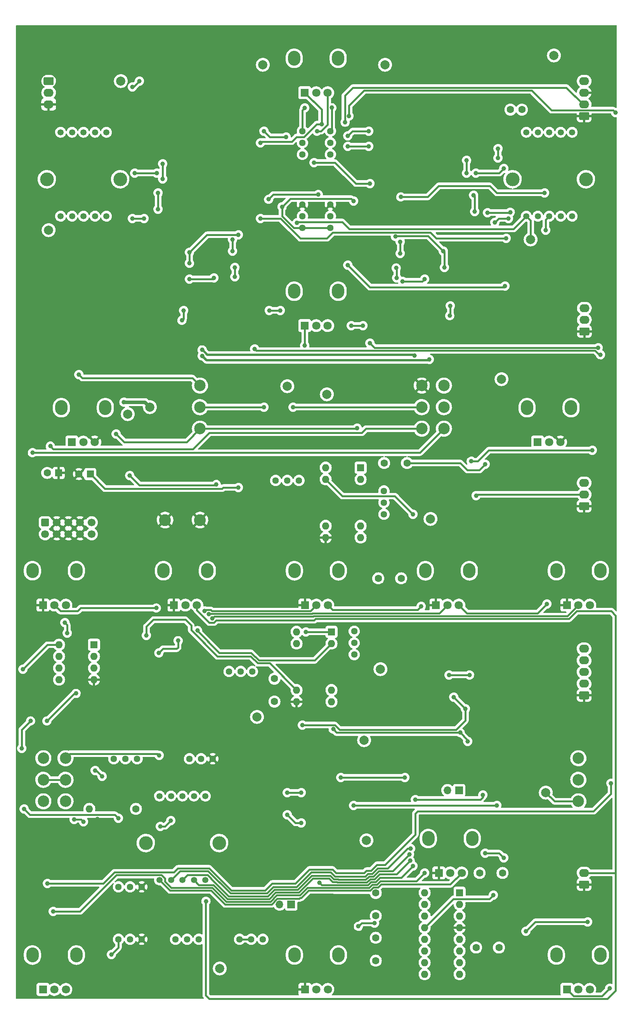
<source format=gtl>
G04 #@! TF.GenerationSoftware,KiCad,Pcbnew,6.0.5+dfsg-1~bpo11+1*
G04 #@! TF.CreationDate,2023-02-06T17:01:20+00:00*
G04 #@! TF.ProjectId,VCF_VCA_BBD_board,5643465f-5643-4415-9f42-42445f626f61,1.0*
G04 #@! TF.SameCoordinates,Original*
G04 #@! TF.FileFunction,Copper,L1,Top*
G04 #@! TF.FilePolarity,Positive*
%FSLAX46Y46*%
G04 Gerber Fmt 4.6, Leading zero omitted, Abs format (unit mm)*
G04 Created by KiCad (PCBNEW 6.0.5+dfsg-1~bpo11+1) date 2023-02-06 17:01:20*
%MOMM*%
%LPD*%
G01*
G04 APERTURE LIST*
G04 #@! TA.AperFunction,ComponentPad*
%ADD10O,2.720000X3.240000*%
G04 #@! TD*
G04 #@! TA.AperFunction,ComponentPad*
%ADD11R,1.800000X1.800000*%
G04 #@! TD*
G04 #@! TA.AperFunction,ComponentPad*
%ADD12C,1.800000*%
G04 #@! TD*
G04 #@! TA.AperFunction,ComponentPad*
%ADD13C,2.500000*%
G04 #@! TD*
G04 #@! TA.AperFunction,ComponentPad*
%ADD14C,3.000000*%
G04 #@! TD*
G04 #@! TA.AperFunction,ComponentPad*
%ADD15C,1.350000*%
G04 #@! TD*
G04 #@! TA.AperFunction,ComponentPad*
%ADD16O,2.190000X1.740000*%
G04 #@! TD*
G04 #@! TA.AperFunction,ComponentPad*
%ADD17C,1.440000*%
G04 #@! TD*
G04 #@! TA.AperFunction,ComponentPad*
%ADD18C,2.600000*%
G04 #@! TD*
G04 #@! TA.AperFunction,ComponentPad*
%ADD19C,2.000000*%
G04 #@! TD*
G04 #@! TA.AperFunction,ComponentPad*
%ADD20C,1.600000*%
G04 #@! TD*
G04 #@! TA.AperFunction,ComponentPad*
%ADD21R,1.600000X1.600000*%
G04 #@! TD*
G04 #@! TA.AperFunction,ComponentPad*
%ADD22O,1.600000X1.600000*%
G04 #@! TD*
G04 #@! TA.AperFunction,ComponentPad*
%ADD23R,1.700000X1.700000*%
G04 #@! TD*
G04 #@! TA.AperFunction,ComponentPad*
%ADD24O,1.700000X1.700000*%
G04 #@! TD*
G04 #@! TA.AperFunction,ComponentPad*
%ADD25C,1.700000*%
G04 #@! TD*
G04 #@! TA.AperFunction,ViaPad*
%ADD26C,1.000000*%
G04 #@! TD*
G04 #@! TA.AperFunction,ViaPad*
%ADD27C,0.800000*%
G04 #@! TD*
G04 #@! TA.AperFunction,Conductor*
%ADD28C,0.400000*%
G04 #@! TD*
G04 #@! TA.AperFunction,Conductor*
%ADD29C,0.750000*%
G04 #@! TD*
G04 #@! TA.AperFunction,Conductor*
%ADD30C,0.500000*%
G04 #@! TD*
G04 APERTURE END LIST*
D10*
X111440000Y-83940000D03*
X101840000Y-83940000D03*
D11*
X104140000Y-91440000D03*
D12*
X106640000Y-91440000D03*
X109140000Y-91440000D03*
D10*
X101840000Y-33140000D03*
X111440000Y-33140000D03*
D11*
X104140000Y-40640000D03*
D12*
X106640000Y-40640000D03*
X109140000Y-40640000D03*
D13*
X129665000Y-113920000D03*
X129665000Y-109220000D03*
X129665000Y-104520000D03*
X134495000Y-113920000D03*
X134495000Y-109220000D03*
X134495000Y-104520000D03*
D10*
X51040000Y-109340000D03*
X60640000Y-109340000D03*
D11*
X53340000Y-116840000D03*
D12*
X55840000Y-116840000D03*
X58340000Y-116840000D03*
D13*
X51945000Y-185800000D03*
X51945000Y-190500000D03*
X51945000Y-195200000D03*
X47115000Y-185800000D03*
X47115000Y-190500000D03*
X47115000Y-195200000D03*
D14*
X69470000Y-204300000D03*
X85470000Y-204300000D03*
D15*
X72470000Y-194050000D03*
X74970000Y-194050000D03*
X77470000Y-194050000D03*
X79970000Y-194050000D03*
X82470000Y-194050000D03*
X82470000Y-212350000D03*
X79970000Y-212350000D03*
X77470000Y-212350000D03*
X74970000Y-212350000D03*
X72470000Y-212350000D03*
D10*
X111480000Y-228720000D03*
X101880000Y-228720000D03*
D11*
X104180000Y-236220000D03*
D12*
X106680000Y-236220000D03*
X109180000Y-236220000D03*
D10*
X111480000Y-144910000D03*
X101880000Y-144910000D03*
D11*
X104180000Y-152410000D03*
D12*
X106680000Y-152410000D03*
X109180000Y-152410000D03*
D10*
X162240000Y-109340000D03*
X152640000Y-109340000D03*
D11*
X154940000Y-116840000D03*
D12*
X157440000Y-116840000D03*
X159940000Y-116840000D03*
D10*
X82905000Y-144900000D03*
X73305000Y-144900000D03*
D11*
X75605000Y-152400000D03*
D12*
X78105000Y-152400000D03*
X80605000Y-152400000D03*
D10*
X159030000Y-144900000D03*
X168630000Y-144900000D03*
D11*
X161330000Y-152400000D03*
D12*
X163830000Y-152400000D03*
X166330000Y-152400000D03*
D10*
X44730000Y-228730000D03*
X54330000Y-228730000D03*
D11*
X47030000Y-236230000D03*
D12*
X49530000Y-236230000D03*
X52030000Y-236230000D03*
D10*
X54330000Y-144900000D03*
X44730000Y-144900000D03*
D11*
X47030000Y-152400000D03*
D12*
X49530000Y-152400000D03*
X52030000Y-152400000D03*
D10*
X140690000Y-203320000D03*
X131090000Y-203320000D03*
D11*
X133390000Y-210820000D03*
D12*
X135890000Y-210820000D03*
X138390000Y-210820000D03*
D14*
X63880000Y-59520000D03*
X47880000Y-59520000D03*
D15*
X50880000Y-49270000D03*
X53380000Y-49270000D03*
X55880000Y-49270000D03*
X58380000Y-49270000D03*
X60880000Y-49270000D03*
X60880000Y-67570000D03*
X58380000Y-67570000D03*
X55880000Y-67570000D03*
X53380000Y-67570000D03*
X50880000Y-67570000D03*
D13*
X163830000Y-185800000D03*
X163830000Y-190500000D03*
X163830000Y-195200000D03*
D10*
X130455000Y-144910000D03*
X140055000Y-144910000D03*
D11*
X132755000Y-152410000D03*
D12*
X135255000Y-152410000D03*
X137755000Y-152410000D03*
D13*
X81280000Y-113920000D03*
X81280000Y-109220000D03*
X81280000Y-104520000D03*
D14*
X165480000Y-59520000D03*
X149480000Y-59520000D03*
D15*
X152480000Y-49270000D03*
X154980000Y-49270000D03*
X157480000Y-49270000D03*
X159980000Y-49270000D03*
X162480000Y-49270000D03*
X162480000Y-67570000D03*
X159980000Y-67570000D03*
X157480000Y-67570000D03*
X154980000Y-67570000D03*
X152480000Y-67570000D03*
D10*
X168630000Y-228720000D03*
X159030000Y-228720000D03*
D11*
X161330000Y-236220000D03*
D12*
X163830000Y-236220000D03*
X166330000Y-236220000D03*
G04 #@! TA.AperFunction,ComponentPad*
G36*
G01*
X165925000Y-214230000D02*
X164235000Y-214230000D01*
G75*
G02*
X163985000Y-213980000I0J250000D01*
G01*
X163985000Y-212740000D01*
G75*
G02*
X164235000Y-212490000I250000J0D01*
G01*
X165925000Y-212490000D01*
G75*
G02*
X166175000Y-212740000I0J-250000D01*
G01*
X166175000Y-213980000D01*
G75*
G02*
X165925000Y-214230000I-250000J0D01*
G01*
G37*
G04 #@! TD.AperFunction*
D16*
X165080000Y-210820000D03*
D17*
X67564000Y-185928000D03*
X65024000Y-185928000D03*
X62484000Y-185928000D03*
D18*
X81280000Y-133858000D03*
X73660000Y-133858000D03*
D17*
X81036000Y-225298000D03*
X78496000Y-225298000D03*
X75956000Y-225298000D03*
X94996000Y-225298000D03*
X92456000Y-225298000D03*
X89916000Y-225298000D03*
G04 #@! TA.AperFunction,ComponentPad*
G36*
G01*
X165925000Y-172955000D02*
X164235000Y-172955000D01*
G75*
G02*
X163985000Y-172705000I0J250000D01*
G01*
X163985000Y-171465000D01*
G75*
G02*
X164235000Y-171215000I250000J0D01*
G01*
X165925000Y-171215000D01*
G75*
G02*
X166175000Y-171465000I0J-250000D01*
G01*
X166175000Y-172705000D01*
G75*
G02*
X165925000Y-172955000I-250000J0D01*
G01*
G37*
G04 #@! TD.AperFunction*
D16*
X165080000Y-169545000D03*
X165080000Y-167005000D03*
X165080000Y-164465000D03*
X165080000Y-161925000D03*
D17*
X109728000Y-49012000D03*
X109728000Y-51552000D03*
X109728000Y-54092000D03*
D19*
X153416000Y-72644000D03*
G04 #@! TA.AperFunction,ComponentPad*
G36*
G01*
X47435000Y-37230000D02*
X49125000Y-37230000D01*
G75*
G02*
X49375000Y-37480000I0J-250000D01*
G01*
X49375000Y-38720000D01*
G75*
G02*
X49125000Y-38970000I-250000J0D01*
G01*
X47435000Y-38970000D01*
G75*
G02*
X47185000Y-38720000I0J250000D01*
G01*
X47185000Y-37480000D01*
G75*
G02*
X47435000Y-37230000I250000J0D01*
G01*
G37*
G04 #@! TD.AperFunction*
D16*
X48280000Y-40640000D03*
X48280000Y-43180000D03*
D19*
X94996000Y-34544000D03*
X48260000Y-70612000D03*
D20*
X149011000Y-44323000D03*
X151511000Y-44323000D03*
D17*
X68580000Y-225298000D03*
X66040000Y-225298000D03*
X63500000Y-225298000D03*
D21*
X137912000Y-215128000D03*
D22*
X137912000Y-217668000D03*
X137912000Y-220208000D03*
X137912000Y-222748000D03*
X137912000Y-225288000D03*
X137912000Y-227828000D03*
X137912000Y-230368000D03*
X137912000Y-232908000D03*
X130292000Y-232908000D03*
X130292000Y-230368000D03*
X130292000Y-227828000D03*
X130292000Y-225288000D03*
X130292000Y-222748000D03*
X130292000Y-220208000D03*
X130292000Y-217668000D03*
X130292000Y-215128000D03*
D20*
X125182000Y-146558000D03*
X120182000Y-146558000D03*
D19*
X70358000Y-109220000D03*
D23*
X137818500Y-192786000D03*
D24*
X135278500Y-192786000D03*
D19*
X108966000Y-106426000D03*
D17*
X121412000Y-127508000D03*
X121412000Y-130048000D03*
X121412000Y-132588000D03*
D19*
X85598000Y-231648000D03*
X100330000Y-104648000D03*
D21*
X50458380Y-123561500D03*
D20*
X47958380Y-123561500D03*
D19*
X156718000Y-193294000D03*
G04 #@! TA.AperFunction,ComponentPad*
G36*
G01*
X165985000Y-93580000D02*
X164295000Y-93580000D01*
G75*
G02*
X164045000Y-93330000I0J250000D01*
G01*
X164045000Y-92090000D01*
G75*
G02*
X164295000Y-91840000I250000J0D01*
G01*
X165985000Y-91840000D01*
G75*
G02*
X166235000Y-92090000I0J-250000D01*
G01*
X166235000Y-93330000D01*
G75*
G02*
X165985000Y-93580000I-250000J0D01*
G01*
G37*
G04 #@! TD.AperFunction*
D16*
X165140000Y-90170000D03*
X165140000Y-87630000D03*
D19*
X121666000Y-34544000D03*
G04 #@! TA.AperFunction,ComponentPad*
G36*
G01*
X165945000Y-131680000D02*
X164255000Y-131680000D01*
G75*
G02*
X164005000Y-131430000I0J250000D01*
G01*
X164005000Y-130190000D01*
G75*
G02*
X164255000Y-129940000I250000J0D01*
G01*
X165945000Y-129940000D01*
G75*
G02*
X166195000Y-130190000I0J-250000D01*
G01*
X166195000Y-131430000D01*
G75*
G02*
X165945000Y-131680000I-250000J0D01*
G01*
G37*
G04 #@! TD.AperFunction*
D16*
X165100000Y-128270000D03*
X165100000Y-125730000D03*
D20*
X141518000Y-227090000D03*
X146518000Y-227090000D03*
D17*
X109728000Y-65024000D03*
X109728000Y-67564000D03*
X109728000Y-70104000D03*
D21*
X58156000Y-161046000D03*
D22*
X58156000Y-163586000D03*
X58156000Y-166126000D03*
X58156000Y-168666000D03*
X50536000Y-168666000D03*
X50536000Y-166126000D03*
X50536000Y-163586000D03*
X50536000Y-161046000D03*
D19*
X158496000Y-32512000D03*
D17*
X92710000Y-166878000D03*
X90170000Y-166878000D03*
X87630000Y-166878000D03*
X84074000Y-185928000D03*
X81534000Y-185928000D03*
X78994000Y-185928000D03*
X68580000Y-213868000D03*
X66040000Y-213868000D03*
X63500000Y-213868000D03*
D19*
X117602000Y-203708000D03*
D20*
X147294000Y-210834000D03*
X142294000Y-210834000D03*
X67310000Y-196850000D03*
D22*
X57150000Y-196850000D03*
D19*
X93726000Y-176784000D03*
D17*
X103632000Y-49012000D03*
X103632000Y-51552000D03*
X103632000Y-54092000D03*
D19*
X131572000Y-133604000D03*
D21*
X57364000Y-123815500D03*
D20*
X54864000Y-123815500D03*
D23*
X101195500Y-217678000D03*
D24*
X98655500Y-217678000D03*
D17*
X103632000Y-65024000D03*
X103632000Y-67564000D03*
X103632000Y-70104000D03*
D20*
X119634000Y-220178000D03*
X119634000Y-215178000D03*
X97536000Y-168442000D03*
X97536000Y-173442000D03*
X119634000Y-229957000D03*
X119634000Y-224957000D03*
D17*
X114935000Y-158105000D03*
X114935000Y-160645000D03*
X114935000Y-163185000D03*
D19*
X65532000Y-110744000D03*
D20*
X126452000Y-121412000D03*
X121452000Y-121412000D03*
D19*
X120650000Y-166370000D03*
D21*
X109972000Y-158237000D03*
D22*
X109972000Y-160777000D03*
X109972000Y-170937000D03*
X109972000Y-173477000D03*
X102352000Y-173477000D03*
X102352000Y-170937000D03*
X102352000Y-160777000D03*
X102352000Y-158237000D03*
D19*
X147066000Y-103124000D03*
D21*
X116322000Y-122423000D03*
D22*
X116322000Y-124963000D03*
X116322000Y-135123000D03*
X116322000Y-137663000D03*
X108702000Y-137663000D03*
X108702000Y-135123000D03*
X108702000Y-124963000D03*
X108702000Y-122423000D03*
D19*
X117094000Y-181864000D03*
D17*
X102870000Y-125222000D03*
X100330000Y-125222000D03*
X97790000Y-125222000D03*
G04 #@! TA.AperFunction,ComponentPad*
G36*
G01*
X46898000Y-133516000D02*
X48098000Y-133516000D01*
G75*
G02*
X48348000Y-133766000I0J-250000D01*
G01*
X48348000Y-134966000D01*
G75*
G02*
X48098000Y-135216000I-250000J0D01*
G01*
X46898000Y-135216000D01*
G75*
G02*
X46648000Y-134966000I0J250000D01*
G01*
X46648000Y-133766000D01*
G75*
G02*
X46898000Y-133516000I250000J0D01*
G01*
G37*
G04 #@! TD.AperFunction*
D25*
X47498000Y-136906000D03*
X50038000Y-134366000D03*
X50038000Y-136906000D03*
X52578000Y-134366000D03*
X52578000Y-136906000D03*
X55118000Y-134366000D03*
X55118000Y-136906000D03*
X57658000Y-134366000D03*
X57658000Y-136906000D03*
G04 #@! TA.AperFunction,ComponentPad*
G36*
G01*
X165945000Y-46590000D02*
X164255000Y-46590000D01*
G75*
G02*
X164005000Y-46340000I0J250000D01*
G01*
X164005000Y-45100000D01*
G75*
G02*
X164255000Y-44850000I250000J0D01*
G01*
X165945000Y-44850000D01*
G75*
G02*
X166195000Y-45100000I0J-250000D01*
G01*
X166195000Y-46340000D01*
G75*
G02*
X165945000Y-46590000I-250000J0D01*
G01*
G37*
G04 #@! TD.AperFunction*
D16*
X165100000Y-43180000D03*
X165100000Y-40640000D03*
X165100000Y-38100000D03*
D19*
X64008000Y-38100000D03*
D26*
X145542000Y-232410000D03*
X149860000Y-175514000D03*
X134874000Y-69088000D03*
X117348000Y-166878000D03*
X125222000Y-55626000D03*
X60452000Y-151130000D03*
X90932000Y-203708000D03*
X145542000Y-163322000D03*
X148209000Y-34036000D03*
X134366000Y-81280000D03*
X69215000Y-90805000D03*
X113538000Y-193802000D03*
X90932000Y-200406000D03*
X66802000Y-156464000D03*
X48006000Y-182118000D03*
X103378000Y-116586000D03*
X124714000Y-69088000D03*
X63500000Y-93345000D03*
X168910000Y-61468000D03*
X125222000Y-45212000D03*
X133350000Y-170434000D03*
X137795000Y-32385000D03*
X50927000Y-53721000D03*
X89281000Y-111633000D03*
X55372000Y-61341000D03*
X113284000Y-216916000D03*
X78486000Y-48006000D03*
X48768000Y-30988000D03*
X113284000Y-75184000D03*
X59944000Y-234696000D03*
X92202000Y-144272000D03*
X149606000Y-185420000D03*
X124714000Y-94996000D03*
X169418000Y-102870000D03*
X70485000Y-180975000D03*
X127000000Y-188722000D03*
X103124000Y-176530000D03*
X98552000Y-111252000D03*
X94488000Y-135636000D03*
X86106000Y-197104000D03*
X154819365Y-172131370D03*
X97282000Y-196342000D03*
X67310000Y-78232000D03*
X147574000Y-149606000D03*
X146050000Y-78486000D03*
X144272000Y-73660000D03*
X50800000Y-96520000D03*
X90678000Y-182372000D03*
X124968000Y-151892000D03*
X99695000Y-100965000D03*
X96012000Y-220726000D03*
X146558000Y-131318000D03*
X137922000Y-59055000D03*
X111125000Y-132080000D03*
X147828000Y-235458000D03*
X149860000Y-168910000D03*
X109347000Y-111760000D03*
X71628000Y-101346000D03*
X133350000Y-187198000D03*
X147320000Y-122682000D03*
X163195000Y-201930000D03*
D27*
X80772000Y-175768000D03*
X70866000Y-175006000D03*
D26*
X169418000Y-198374000D03*
X111760000Y-94615000D03*
X124714000Y-66040000D03*
X127254000Y-185420000D03*
X88392000Y-48006000D03*
X64008000Y-174752000D03*
X89154000Y-116840000D03*
X148590000Y-231648000D03*
X135890000Y-135128000D03*
X158242000Y-235966000D03*
X78740000Y-236728000D03*
X89408000Y-130302000D03*
X42418000Y-159766000D03*
X80264000Y-216662000D03*
X157988000Y-202438000D03*
X137795000Y-156845000D03*
X112776000Y-117602000D03*
X141280868Y-181835566D03*
X146050000Y-41910000D03*
X98340500Y-157268500D03*
X71882000Y-208026000D03*
X113030000Y-72517000D03*
X112395000Y-124460000D03*
X91440000Y-100965000D03*
X119888000Y-227584000D03*
X97536000Y-188976000D03*
X83820000Y-218440000D03*
D27*
X70866000Y-172466000D03*
X77978000Y-164084000D03*
D26*
X127000000Y-175514000D03*
X114046000Y-209042000D03*
X57785000Y-75565000D03*
X160782000Y-136906000D03*
X145176475Y-218948000D03*
X83566000Y-173482000D03*
X78740000Y-68834000D03*
X153162000Y-214630000D03*
X117348000Y-151384000D03*
X142875000Y-158115000D03*
X109728000Y-164338000D03*
D27*
X79756000Y-161036000D03*
D26*
X153416000Y-131572000D03*
X133985000Y-215265000D03*
X106680000Y-196342000D03*
X57658000Y-182118000D03*
X142240000Y-116332000D03*
X153035000Y-158115000D03*
X142494000Y-198882000D03*
X160020000Y-158115000D03*
X78740000Y-94742000D03*
X56896000Y-214630000D03*
X99822000Y-71628000D03*
X72390000Y-120650000D03*
X88646000Y-90932000D03*
X134874000Y-48260000D03*
D27*
X130556000Y-236474000D03*
D26*
X83820000Y-100965000D03*
X161925000Y-179070000D03*
X60198000Y-210820000D03*
X105410000Y-216916000D03*
X78232000Y-91694000D03*
X70485000Y-234950000D03*
X126238000Y-139700000D03*
X59690000Y-206502000D03*
X42418000Y-163068000D03*
X160274000Y-100584000D03*
X138200999Y-185420000D03*
X95860500Y-157328500D03*
X158242000Y-206756000D03*
X92075000Y-32385000D03*
X151765000Y-86995000D03*
X73914000Y-49657000D03*
X88138000Y-44196000D03*
X134874000Y-84582000D03*
X160020000Y-81915000D03*
X123190000Y-100965000D03*
X110744000Y-221234000D03*
X78994000Y-65532000D03*
X121412000Y-157226000D03*
X135255000Y-233045000D03*
X122428000Y-205994000D03*
X124460000Y-32385000D03*
X121285000Y-198755000D03*
X156210000Y-190500000D03*
D27*
X56896000Y-156464000D03*
X87884000Y-54864000D03*
D26*
X88392000Y-68834000D03*
X67310000Y-168148000D03*
X134620000Y-94996000D03*
X105156000Y-206502000D03*
X168910000Y-77470000D03*
X88138000Y-64516000D03*
X134874000Y-58674000D03*
X134366000Y-90678000D03*
X69088000Y-73406000D03*
X50800000Y-207518000D03*
X147320000Y-158115000D03*
X149606000Y-192024000D03*
X121285000Y-175260000D03*
X154178000Y-149606000D03*
X71628000Y-105918000D03*
X107873145Y-180142007D03*
X143002000Y-170434000D03*
X43434000Y-189230000D03*
X85852000Y-160274000D03*
X90678000Y-212852000D03*
X99695000Y-94615000D03*
X62738000Y-107950000D03*
X50292000Y-210820000D03*
X47625000Y-67564000D03*
X128270000Y-163830000D03*
X137160000Y-124714000D03*
X88646000Y-58420000D03*
X62865000Y-75565000D03*
X88646000Y-189738000D03*
X58898252Y-199044426D03*
X121158000Y-232156000D03*
X142748000Y-98425000D03*
X71054000Y-124127500D03*
X139954000Y-49784000D03*
X169164000Y-186436000D03*
X78740000Y-84328000D03*
X106680000Y-187706000D03*
X128524000Y-158242000D03*
X92710000Y-158750000D03*
X95250000Y-162560000D03*
X124460000Y-58674000D03*
X89154000Y-151384000D03*
X102224500Y-210279926D03*
X63500000Y-31496000D03*
X98552000Y-83058000D03*
X75438000Y-188214000D03*
X88138000Y-220726000D03*
X113538000Y-200406000D03*
X67056000Y-161544000D03*
X82804000Y-123190000D03*
X67310000Y-41656000D03*
X124968000Y-48260000D03*
X143510000Y-94604500D03*
X134874000Y-64770000D03*
X130048000Y-199390000D03*
X124841000Y-111760000D03*
X113675500Y-81788000D03*
X104775000Y-160655000D03*
X50800000Y-75565000D03*
X158242000Y-223774000D03*
X94615000Y-234950000D03*
X111760000Y-100965000D03*
X88392000Y-94742000D03*
X65024000Y-130302000D03*
X125222000Y-92202000D03*
X98298000Y-182880000D03*
X88392000Y-84328000D03*
X82804000Y-164084000D03*
X136144000Y-100838000D03*
X42164000Y-172974000D03*
X99822000Y-162560000D03*
X124714000Y-84582000D03*
X143510000Y-109220000D03*
X121285000Y-193040000D03*
X90932000Y-210312000D03*
X117856000Y-111760000D03*
X78740000Y-32385000D03*
X149860000Y-208534000D03*
X126492000Y-178308000D03*
X155702000Y-121666000D03*
X66294000Y-51181000D03*
X151765000Y-79375000D03*
X71374000Y-115062000D03*
X65786000Y-149098000D03*
X121285000Y-181610000D03*
X167386000Y-192532000D03*
X57266500Y-177832074D03*
X78486000Y-58420000D03*
X135255000Y-161925000D03*
X152146000Y-100330000D03*
X77343000Y-90297000D03*
X77724000Y-88138000D03*
X156718000Y-70612000D03*
X145614000Y-68906000D03*
X148590000Y-68072000D03*
X135890000Y-87122000D03*
X135763000Y-89281000D03*
X134366000Y-75184000D03*
X123919926Y-72019500D03*
X134620000Y-78740000D03*
X78994000Y-75438000D03*
X89662000Y-71628000D03*
X78994000Y-77836501D03*
X54864000Y-102108000D03*
X113538000Y-50038000D03*
X118110000Y-49022000D03*
X95250000Y-49022000D03*
X100076000Y-50292000D03*
X103632000Y-178562000D03*
X128104392Y-98014068D03*
X104394000Y-158242000D03*
X81751602Y-96737602D03*
X136652000Y-172466000D03*
X139192000Y-175006000D03*
X100330000Y-198120000D03*
X103378000Y-199898000D03*
X64704000Y-108138000D03*
X145288000Y-215646000D03*
X89662000Y-126746000D03*
X42672000Y-166370000D03*
X139700000Y-182118000D03*
X130302000Y-81280000D03*
X53848000Y-199136000D03*
X131318000Y-98806000D03*
X125476000Y-81777500D03*
X110352500Y-179461500D03*
X51816000Y-156210000D03*
X84328000Y-81026000D03*
X55880000Y-199644000D03*
X78994000Y-81280000D03*
X138049000Y-180213000D03*
X81788000Y-98044000D03*
X52324000Y-158496000D03*
X88392000Y-75184000D03*
X88391999Y-72644001D03*
X113538000Y-52324000D03*
X118110000Y-52324000D03*
X88900000Y-80772000D03*
X88900000Y-78740000D03*
X148080957Y-72391043D03*
X170688000Y-235966000D03*
X94488000Y-68072000D03*
X69088000Y-68072000D03*
X66548000Y-68072000D03*
X73152000Y-59436000D03*
X73152000Y-56134000D03*
X72136000Y-62484000D03*
X72136000Y-66040000D03*
X68072000Y-38100000D03*
X66548000Y-39370000D03*
X104140000Y-95758000D03*
X61976000Y-228600000D03*
X106796500Y-49022000D03*
X107071500Y-62854500D03*
X74930000Y-199390000D03*
X96266000Y-63881000D03*
X72644000Y-200660000D03*
X84836000Y-126100500D03*
X65961500Y-124127500D03*
X148959821Y-66725130D03*
X139446000Y-55372000D03*
X140970000Y-62992000D03*
X141223999Y-66547999D03*
X144018000Y-66802000D03*
X139446000Y-58166000D03*
X146304000Y-52832000D03*
X146304000Y-54864000D03*
X114808000Y-64262000D03*
X94488000Y-51562000D03*
X96407499Y-88138000D03*
X98806000Y-88138000D03*
X107812500Y-47496957D03*
X114300000Y-91440000D03*
X99187000Y-65532000D03*
X116840000Y-91440000D03*
X44734447Y-119156447D03*
X127762000Y-132588000D03*
X143510000Y-121666000D03*
X114808000Y-196088000D03*
X146050000Y-196088000D03*
X152400000Y-223520000D03*
X165862000Y-221488000D03*
X58420000Y-188468000D03*
X59944000Y-189738000D03*
X42926000Y-196850000D03*
X63500000Y-198882000D03*
X44323000Y-177673000D03*
X47879000Y-177673000D03*
X54239500Y-171671926D03*
X42418000Y-183642000D03*
X124079000Y-78867000D03*
X124206000Y-81026000D03*
X124968000Y-75692000D03*
X124968000Y-73152000D03*
X156464000Y-62484000D03*
X125095000Y-63373000D03*
X112954750Y-47065250D03*
X82586174Y-216982501D03*
X127000000Y-206756000D03*
X156972000Y-152146000D03*
X127128043Y-208154043D03*
X166878000Y-118618000D03*
X140462000Y-121020500D03*
X129540000Y-152654000D03*
X127229001Y-205486000D03*
X141515000Y-128524001D03*
X113792000Y-45720000D03*
X171958000Y-44958000D03*
X48006000Y-213106000D03*
X170942000Y-191262000D03*
X93218000Y-96520000D03*
X168656000Y-97781985D03*
X118364000Y-95250000D03*
X168148000Y-96266000D03*
X67056000Y-58166000D03*
X71882000Y-58166000D03*
X141478000Y-58166000D03*
X147574000Y-57150000D03*
X82261006Y-153645600D03*
X83244938Y-154331663D03*
X71755000Y-153035000D03*
X84012402Y-155253512D03*
X95250000Y-109220000D03*
X101600000Y-109220000D03*
X102466000Y-68984000D03*
X119380000Y-221742000D03*
X115848999Y-222472773D03*
X100330000Y-193294000D03*
X103378000Y-193294000D03*
X128270000Y-194818000D03*
X107303288Y-212918501D03*
X127762000Y-209296000D03*
X143002000Y-193802000D03*
X140091500Y-167640000D03*
X135636000Y-167640000D03*
X125984000Y-189992000D03*
X112014000Y-189992000D03*
X72390000Y-185166000D03*
X113538000Y-78232000D03*
X147828000Y-82804000D03*
X48630500Y-117718500D03*
X80736667Y-157950581D03*
X69596000Y-159004000D03*
X49276000Y-219202000D03*
X130302000Y-210820000D03*
X115570000Y-113792000D03*
X62992000Y-115062000D03*
X72324000Y-162814000D03*
X76515000Y-160157500D03*
X106172000Y-55880000D03*
X118364000Y-60452000D03*
X143510000Y-206502000D03*
X147574000Y-207518000D03*
X110039500Y-43909926D03*
X104140000Y-43942000D03*
D28*
X77724000Y-88138000D02*
X77724000Y-89916000D01*
X77724000Y-89916000D02*
X77343000Y-90297000D01*
X156718000Y-70612000D02*
X156718000Y-68332000D01*
X156718000Y-68332000D02*
X157480000Y-67570000D01*
X145614000Y-68906000D02*
X146448000Y-68072000D01*
X146448000Y-68072000D02*
X148590000Y-68072000D01*
X135890000Y-89154000D02*
X135763000Y-89281000D01*
X135890000Y-87122000D02*
X135890000Y-89154000D01*
X124057426Y-71882000D02*
X123919926Y-72019500D01*
X134620000Y-75438000D02*
X134366000Y-75184000D01*
X134366000Y-75184000D02*
X131064000Y-71882000D01*
X134620000Y-78740000D02*
X134620000Y-75438000D01*
X131064000Y-71882000D02*
X124057426Y-71882000D01*
X82804000Y-71628000D02*
X78994000Y-75438000D01*
X89662000Y-71628000D02*
X82804000Y-71628000D01*
X78994000Y-75438000D02*
X78994000Y-77836501D01*
X79630000Y-102870000D02*
X81280000Y-104520000D01*
X54864000Y-102108000D02*
X55626000Y-102870000D01*
X55626000Y-102870000D02*
X79630000Y-102870000D01*
X114554000Y-49022000D02*
X118110000Y-49022000D01*
X113538000Y-50038000D02*
X114554000Y-49022000D01*
X100076000Y-50292000D02*
X96520000Y-50292000D01*
X96520000Y-50292000D02*
X95250000Y-49022000D01*
X104394000Y-158242000D02*
X104399000Y-158237000D01*
D29*
X69276000Y-108138000D02*
X64704000Y-108138000D01*
D28*
X137160000Y-179578000D02*
X139192000Y-177546000D01*
X139192000Y-175006000D02*
X136652000Y-172466000D01*
X102108000Y-199898000D02*
X100330000Y-198120000D01*
X104399000Y-158237000D02*
X109972000Y-158237000D01*
X60548500Y-127000000D02*
X57364000Y-123815500D01*
X50536000Y-161046000D02*
X47996000Y-161046000D01*
X103378000Y-199898000D02*
X102108000Y-199898000D01*
X139192000Y-177546000D02*
X139192000Y-175006000D01*
X145288000Y-215646000D02*
X144466000Y-216468000D01*
X103632000Y-178562000D02*
X110744000Y-178562000D01*
X86360000Y-126746000D02*
X86106000Y-127000000D01*
D30*
X81824398Y-96737602D02*
X82876796Y-97790000D01*
D29*
X70358000Y-109220000D02*
X69276000Y-108138000D01*
D28*
X47996000Y-161046000D02*
X42672000Y-166370000D01*
X111760000Y-179578000D02*
X137160000Y-179578000D01*
D30*
X127880324Y-97790000D02*
X128104392Y-98014068D01*
D28*
X110744000Y-178562000D02*
X111760000Y-179578000D01*
X136572000Y-216468000D02*
X130292000Y-222748000D01*
X144466000Y-216468000D02*
X136572000Y-216468000D01*
X89662000Y-126746000D02*
X86360000Y-126746000D01*
X86106000Y-127000000D02*
X60548500Y-127000000D01*
D30*
X82876796Y-97790000D02*
X127880324Y-97790000D01*
X81751602Y-96737602D02*
X81824398Y-96737602D01*
D28*
X138049000Y-180213000D02*
X111104000Y-180213000D01*
X130302000Y-81280000D02*
X129794000Y-81788000D01*
X139700000Y-182118000D02*
X139700000Y-181864000D01*
X78994000Y-81280000D02*
X84074000Y-81280000D01*
X84074000Y-81280000D02*
X84328000Y-81026000D01*
X129794000Y-81788000D02*
X125486500Y-81788000D01*
X52324000Y-158496000D02*
X52324000Y-156718000D01*
D30*
X131318000Y-98806000D02*
X131160432Y-98963568D01*
D28*
X125486500Y-81788000D02*
X125476000Y-81777500D01*
X139700000Y-181864000D02*
X138049000Y-180213000D01*
D30*
X82707568Y-98963568D02*
X81788000Y-98044000D01*
D28*
X111104000Y-180213000D02*
X110352500Y-179461500D01*
X55372000Y-199136000D02*
X55880000Y-199644000D01*
X53848000Y-199136000D02*
X55372000Y-199136000D01*
X52324000Y-156718000D02*
X51816000Y-156210000D01*
D30*
X131160432Y-98963568D02*
X82707568Y-98963568D01*
D28*
X88392000Y-75184000D02*
X88391999Y-72644001D01*
X113538000Y-52324000D02*
X118110000Y-52324000D01*
X88900000Y-80772000D02*
X88900000Y-78740000D01*
X108966000Y-72390000D02*
X110236000Y-71120000D01*
X131572000Y-71120000D02*
X132843043Y-72391043D01*
X94488000Y-68072000D02*
X98847178Y-68072000D01*
X98847178Y-68072000D02*
X103165178Y-72390000D01*
X110236000Y-71120000D02*
X131572000Y-71120000D01*
X162762499Y-237652499D02*
X169001501Y-237652499D01*
X132843043Y-72391043D02*
X148080957Y-72391043D01*
X103165178Y-72390000D02*
X108966000Y-72390000D01*
X161330000Y-236220000D02*
X162762499Y-237652499D01*
X169001501Y-237652499D02*
X170688000Y-235966000D01*
X73152000Y-56134000D02*
X73152000Y-59436000D01*
X72136000Y-66040000D02*
X72136000Y-62484000D01*
X69088000Y-68072000D02*
X66548000Y-68072000D01*
X66548000Y-39370000D02*
X66802000Y-39370000D01*
X66802000Y-39370000D02*
X68072000Y-38100000D01*
X107696000Y-49022000D02*
X106796500Y-49022000D01*
X73660000Y-200660000D02*
X74930000Y-199390000D01*
X68072000Y-126238000D02*
X84698500Y-126238000D01*
X96266000Y-63881000D02*
X97292500Y-62854500D01*
X104140000Y-91440000D02*
X104140000Y-95758000D01*
X63500000Y-227076000D02*
X61976000Y-228600000D01*
X65961500Y-124127500D02*
X68072000Y-126238000D01*
X109140000Y-47578000D02*
X107696000Y-49022000D01*
X72644000Y-200660000D02*
X73660000Y-200660000D01*
X63500000Y-225298000D02*
X63500000Y-227076000D01*
X84698500Y-126238000D02*
X84836000Y-126100500D01*
X109140000Y-40640000D02*
X109140000Y-47578000D01*
X97292500Y-62854500D02*
X107071500Y-62854500D01*
X139446000Y-55372000D02*
X139446000Y-58166000D01*
X148882951Y-66802000D02*
X148959821Y-66725130D01*
X140970000Y-62992000D02*
X141224000Y-63246000D01*
X141224000Y-63246000D02*
X141223999Y-66547999D01*
X144018000Y-66802000D02*
X148882951Y-66802000D01*
X146304000Y-54864000D02*
X146304000Y-52832000D01*
X99187000Y-67564000D02*
X101727000Y-70104000D01*
X114300000Y-63754000D02*
X114808000Y-64262000D01*
X94742000Y-51308000D02*
X101311040Y-51308000D01*
X94488000Y-51562000D02*
X94742000Y-51308000D01*
X116840000Y-91440000D02*
X114300000Y-91440000D01*
X99187000Y-65532000D02*
X100965000Y-63754000D01*
X103632000Y-70104000D02*
X109728000Y-70104000D01*
X106730963Y-47496957D02*
X107812500Y-47496957D01*
X100965000Y-63754000D02*
X114300000Y-63754000D01*
X101311040Y-51308000D02*
X102327040Y-50292000D01*
X101727000Y-70104000D02*
X103632000Y-70104000D01*
X107812500Y-44312500D02*
X107812500Y-47496957D01*
X102327040Y-50292000D02*
X103935920Y-50292000D01*
X99187000Y-65532000D02*
X99187000Y-67564000D01*
X98806000Y-88138000D02*
X96407499Y-88138000D01*
X103935920Y-50292000D02*
X106730963Y-47496957D01*
X104140000Y-40640000D02*
X107812500Y-44312500D01*
X129258553Y-119156447D02*
X44734447Y-119156447D01*
X134495000Y-113920000D02*
X129258553Y-119156447D01*
X108702000Y-124963000D02*
X112367000Y-128628000D01*
X123802000Y-128628000D02*
X127762000Y-132588000D01*
X112367000Y-128628000D02*
X123802000Y-128628000D01*
X142240000Y-122936000D02*
X139616500Y-122936000D01*
X138092500Y-121412000D02*
X126833000Y-121412000D01*
X139616500Y-122936000D02*
X138092500Y-121412000D01*
X143510000Y-121666000D02*
X142240000Y-122936000D01*
X126833000Y-121412000D02*
X126452000Y-121793000D01*
X114808000Y-196088000D02*
X146050000Y-196088000D01*
X154432000Y-221488000D02*
X152400000Y-223520000D01*
X165862000Y-221488000D02*
X154432000Y-221488000D01*
X58420000Y-188468000D02*
X58674000Y-188468000D01*
X58674000Y-188468000D02*
X59944000Y-189738000D01*
X62738000Y-198120000D02*
X44196000Y-198120000D01*
X63500000Y-198882000D02*
X62738000Y-198120000D01*
X42418000Y-179578000D02*
X42418000Y-183642000D01*
X44323000Y-177673000D02*
X42418000Y-179578000D01*
X47879000Y-177673000D02*
X53880074Y-171671926D01*
X44196000Y-198120000D02*
X42926000Y-196850000D01*
X53880074Y-171671926D02*
X54239500Y-171671926D01*
X124206000Y-78994000D02*
X124079000Y-78867000D01*
X124206000Y-81026000D02*
X124206000Y-78994000D01*
X124968000Y-73152000D02*
X124968000Y-75692000D01*
X133350000Y-60960000D02*
X144526000Y-60960000D01*
X130937000Y-63373000D02*
X133350000Y-60960000D01*
X146050000Y-62484000D02*
X156464000Y-62484000D01*
X144526000Y-60960000D02*
X146050000Y-62484000D01*
X125095000Y-63373000D02*
X130937000Y-63373000D01*
X114645500Y-39532500D02*
X161227500Y-39532500D01*
X112892500Y-47003000D02*
X112892500Y-41285500D01*
X112892500Y-41285500D02*
X114645500Y-39532500D01*
X112954750Y-47065250D02*
X112892500Y-47003000D01*
X161227500Y-39532500D02*
X164875000Y-43180000D01*
X164875000Y-43180000D02*
X165100000Y-43180000D01*
X106172000Y-155702000D02*
X84836000Y-155702000D01*
X165080000Y-210820000D02*
X171958000Y-210820000D01*
X170972000Y-153700000D02*
X163477822Y-153700000D01*
X171958000Y-154686000D02*
X170972000Y-153700000D01*
X171958000Y-236474000D02*
X170180000Y-238252000D01*
X163477822Y-153700000D02*
X161779322Y-155398500D01*
X84328000Y-156210000D02*
X83312000Y-156210000D01*
X171958000Y-210820000D02*
X171958000Y-154686000D01*
X84836000Y-155702000D02*
X84328000Y-156210000D01*
X83312000Y-156210000D02*
X80605000Y-153503000D01*
X82550000Y-217018675D02*
X82586174Y-216982501D01*
X83312000Y-238252000D02*
X82550000Y-237490000D01*
X106475500Y-155398500D02*
X106172000Y-155702000D01*
X82550000Y-237490000D02*
X82550000Y-217018675D01*
X161779322Y-155398500D02*
X106475500Y-155398500D01*
X171958000Y-210820000D02*
X171958000Y-236474000D01*
X170180000Y-238252000D02*
X83312000Y-238252000D01*
X80605000Y-153503000D02*
X80605000Y-152400000D01*
X110495679Y-212181501D02*
X111425857Y-212181501D01*
X120304499Y-210403501D02*
X123352499Y-210403501D01*
X96118326Y-215879496D02*
X97530321Y-214467501D01*
X123352499Y-210403501D02*
X127000000Y-206756000D01*
X77470000Y-212350000D02*
X78545000Y-211275000D01*
X118143659Y-211579996D02*
X119128004Y-211579996D01*
X154940000Y-154178000D02*
X156972000Y-152146000D01*
X102610322Y-214467500D02*
X105658323Y-211419499D01*
X105658323Y-211419499D02*
X109733678Y-211419500D01*
X117450654Y-212273000D02*
X118143659Y-211579996D01*
X97530321Y-214467501D02*
X102610322Y-214467500D01*
X82915280Y-211275000D02*
X84471778Y-212831498D01*
X87524381Y-215879497D02*
X96118326Y-215879496D01*
X139523000Y-154178000D02*
X154940000Y-154178000D01*
X114070523Y-212273001D02*
X115327335Y-212272991D01*
X111517358Y-212273002D02*
X114070523Y-212273001D01*
X119128004Y-211579996D02*
X120304499Y-210403501D01*
X84471778Y-212831498D02*
X84476382Y-212831498D01*
X115327335Y-212272991D02*
X115327344Y-212273000D01*
X115327344Y-212273000D02*
X117450654Y-212273000D01*
X111425857Y-212181501D02*
X111517358Y-212273002D01*
X84476382Y-212831498D02*
X87524381Y-215879497D01*
X137755000Y-152410000D02*
X139523000Y-154178000D01*
X109733678Y-211419500D02*
X110495679Y-212181501D01*
X78545000Y-211275000D02*
X82915280Y-211275000D01*
X166878000Y-118618000D02*
X144272000Y-118618000D01*
X109485356Y-212019000D02*
X110247358Y-212781002D01*
X85680355Y-214883999D02*
X87275354Y-216478998D01*
X115079016Y-212872494D02*
X115079030Y-212872502D01*
X144272000Y-118618000D02*
X141869500Y-121020500D01*
X115841043Y-212872505D02*
X117698975Y-212872501D01*
X113822205Y-212872502D02*
X113822207Y-212872504D01*
X96391089Y-216478998D02*
X97803085Y-215067002D01*
X79970000Y-212350000D02*
X81050998Y-213430998D01*
X110186000Y-153416000D02*
X128778000Y-153416000D01*
X109180000Y-152410000D02*
X110186000Y-153416000D01*
X120493180Y-211062642D02*
X124219444Y-211062642D01*
X118391980Y-212179497D02*
X119376326Y-212179496D01*
X119376326Y-212179496D02*
X120493180Y-211062642D01*
X115841037Y-212872502D02*
X115841043Y-212872505D01*
X124219444Y-211062642D02*
X127128043Y-208154043D01*
X81050998Y-213430998D02*
X84223458Y-213431000D01*
X110247358Y-212781002D02*
X111177535Y-212781001D01*
X114318844Y-212872502D02*
X114318846Y-212872500D01*
X117698975Y-212872501D02*
X118391980Y-212179497D01*
X141869500Y-121020500D02*
X140462000Y-121020500D01*
X97803085Y-215067002D02*
X102858644Y-215067000D01*
X105906644Y-212019000D02*
X109485356Y-212019000D01*
X113822207Y-212872504D02*
X114318844Y-212872502D01*
X115079030Y-212872502D02*
X115841037Y-212872502D01*
X85676457Y-214883999D02*
X85680355Y-214883999D01*
X128778000Y-153416000D02*
X129540000Y-152654000D01*
X84223458Y-213431000D02*
X85676457Y-214883999D01*
X114318846Y-212872500D02*
X115079016Y-212872494D01*
X111269037Y-212872503D02*
X113822205Y-212872502D01*
X87275354Y-216478998D02*
X96391089Y-216478998D01*
X111177535Y-212781001D02*
X111269037Y-212872503D01*
X102858644Y-215067000D02*
X105906644Y-212019000D01*
X122259822Y-209804000D02*
X126577822Y-205486000D01*
X109819501Y-210657501D02*
X110744000Y-211582000D01*
X83063679Y-210403501D02*
X87940174Y-215279996D01*
X76916499Y-210403501D02*
X83063679Y-210403501D01*
X95870004Y-215279996D02*
X97282000Y-213868000D01*
X117895338Y-210980495D02*
X118879682Y-210980496D01*
X97282000Y-213868000D02*
X102362000Y-213868000D01*
X118879682Y-210980496D02*
X120056178Y-209804000D01*
X117179825Y-211582000D02*
X117179829Y-211581996D01*
X126577822Y-205486000D02*
X127229001Y-205486000D01*
X87940174Y-215279996D02*
X95870004Y-215279996D01*
X117293835Y-211581997D02*
X117895338Y-210980495D01*
X141769001Y-128270000D02*
X141515000Y-128524001D01*
X165100000Y-128270000D02*
X141769001Y-128270000D01*
X120056178Y-209804000D02*
X122259822Y-209804000D01*
X74970000Y-212350000D02*
X76916499Y-210403501D01*
X105572499Y-210657501D02*
X109819501Y-210657501D01*
X117179829Y-211581996D02*
X117293835Y-211581997D01*
X110744000Y-211582000D02*
X117179825Y-211582000D01*
X102362000Y-213868000D02*
X105572499Y-210657501D01*
X113792000Y-43434000D02*
X113792000Y-45720000D01*
X171450000Y-44450000D02*
X157988000Y-44450000D01*
X157988000Y-44450000D02*
X153670000Y-40132000D01*
X153670000Y-40132000D02*
X117094000Y-40132000D01*
X171958000Y-44958000D02*
X171450000Y-44450000D01*
X117094000Y-40132000D02*
X113792000Y-43434000D01*
X170942000Y-191262000D02*
X170942000Y-193548000D01*
X62628501Y-210675499D02*
X60198000Y-213106000D01*
X83312000Y-209804000D02*
X76454000Y-209804000D01*
X110998000Y-210820000D02*
X110236000Y-210058000D01*
X76454000Y-209804000D02*
X75582501Y-210675499D01*
X128270000Y-197866000D02*
X128270000Y-202438000D01*
X128270000Y-202438000D02*
X121666000Y-209042000D01*
X102108000Y-213106000D02*
X97028000Y-213106000D01*
X105156000Y-210058000D02*
X102108000Y-213106000D01*
X117602000Y-210312000D02*
X117094000Y-210820000D01*
X118618000Y-210312000D02*
X117602000Y-210312000D01*
X88138000Y-214630000D02*
X83312000Y-209804000D01*
X75582501Y-210675499D02*
X62628501Y-210675499D01*
X167132000Y-197358000D02*
X128778000Y-197358000D01*
X60198000Y-213106000D02*
X48006000Y-213106000D01*
X121666000Y-209042000D02*
X119888000Y-209042000D01*
X128778000Y-197358000D02*
X128270000Y-197866000D01*
X117094000Y-210820000D02*
X110998000Y-210820000D01*
X97028000Y-213106000D02*
X95504000Y-214630000D01*
X119888000Y-209042000D02*
X118618000Y-210312000D01*
X95504000Y-214630000D02*
X88138000Y-214630000D01*
X170942000Y-193548000D02*
X167132000Y-197358000D01*
X110236000Y-210058000D02*
X105156000Y-210058000D01*
X168391899Y-97781985D02*
X168656000Y-97781985D01*
X93218000Y-96520000D02*
X93563501Y-96865501D01*
X167475415Y-96865501D02*
X168391899Y-97781985D01*
X93563501Y-96865501D02*
X167475415Y-96865501D01*
X119380000Y-96266000D02*
X168148000Y-96266000D01*
X118364000Y-95250000D02*
X119380000Y-96266000D01*
X67056000Y-58166000D02*
X71882000Y-58166000D01*
X141478000Y-58166000D02*
X146558000Y-58166000D01*
X146558000Y-58166000D02*
X147574000Y-57150000D01*
X83617524Y-153432163D02*
X82474443Y-153432163D01*
X82474443Y-153432163D02*
X82261006Y-153645600D01*
X83895361Y-153710000D02*
X83617524Y-153432163D01*
X106680000Y-152410000D02*
X105380000Y-153710000D01*
X105380000Y-153710000D02*
X83895361Y-153710000D01*
X135255000Y-152410000D02*
X133466001Y-154198999D01*
X105838822Y-154199000D02*
X105728321Y-154309501D01*
X133466001Y-154198999D02*
X105838822Y-154199000D01*
X105728321Y-154309501D02*
X83267100Y-154309501D01*
X83267100Y-154309501D02*
X83244938Y-154331663D01*
X49530000Y-152400000D02*
X50830000Y-153700000D01*
X54580000Y-153700000D02*
X55245000Y-153035000D01*
X50830000Y-153700000D02*
X54580000Y-153700000D01*
X55245000Y-153035000D02*
X71755000Y-153035000D01*
X106087144Y-154798500D02*
X105976642Y-154909002D01*
X161431501Y-154798499D02*
X106087144Y-154798500D01*
X105976642Y-154909002D02*
X84356912Y-154909002D01*
X84356912Y-154909002D02*
X84012402Y-155253512D01*
X163830000Y-152400000D02*
X161431501Y-154798499D01*
X81280000Y-109220000D02*
X95250000Y-109220000D01*
X129665000Y-109220000D02*
X101600000Y-109220000D01*
X152480000Y-67570000D02*
X149692000Y-70358000D01*
X102616000Y-68834000D02*
X102466000Y-68984000D01*
X153416000Y-72644000D02*
X153416000Y-68506000D01*
X149692000Y-70358000D02*
X113877822Y-70358000D01*
X112353822Y-68834000D02*
X102616000Y-68834000D01*
X153416000Y-68506000D02*
X152480000Y-67570000D01*
X113877822Y-70358000D02*
X112353822Y-68834000D01*
X119380000Y-221742000D02*
X116579772Y-221742000D01*
X116579772Y-221742000D02*
X115848999Y-222472773D01*
X100330000Y-193294000D02*
X103378000Y-193294000D01*
X115592715Y-213472002D02*
X115592718Y-213472005D01*
X92456000Y-225298000D02*
X89916000Y-225298000D01*
X110979712Y-213431000D02*
X111020716Y-213472004D01*
X111020716Y-213472004D02*
X113573885Y-213472003D01*
X113573885Y-213472003D02*
X113573888Y-213472006D01*
X117947297Y-213472002D02*
X118640301Y-212778998D01*
X113573888Y-213472006D02*
X114567166Y-213472002D01*
X143002000Y-194310000D02*
X143002000Y-193802000D01*
X142494000Y-194818000D02*
X143002000Y-194310000D01*
X118640301Y-212778998D02*
X119624646Y-212778998D01*
X114567166Y-213472002D02*
X115592715Y-213472002D01*
X128270000Y-194818000D02*
X142494000Y-194818000D01*
X107815785Y-213430998D02*
X110979712Y-213431000D01*
X119624646Y-212778998D02*
X120547142Y-211856502D01*
X120547142Y-211856502D02*
X125201498Y-211856502D01*
X107303288Y-212918501D02*
X107815785Y-213430998D01*
X125201498Y-211856502D02*
X127762000Y-209296000D01*
X115592718Y-213472005D02*
X117947297Y-213472002D01*
X135636000Y-167640000D02*
X140091500Y-167640000D01*
X125984000Y-189992000D02*
X112014000Y-189992000D01*
X114080075Y-214671006D02*
X114080082Y-214671008D01*
X72470000Y-212350000D02*
X74750000Y-214630000D01*
X120790490Y-213309504D02*
X135900496Y-213309504D01*
X110483068Y-214630000D02*
X110524074Y-214671006D01*
X103101287Y-216266001D02*
X103355288Y-216266000D01*
X103355288Y-216266000D02*
X104991288Y-214630000D01*
X118443932Y-214671011D02*
X119136943Y-213978000D01*
X104991288Y-214630000D02*
X110483068Y-214630000D01*
X83726814Y-214630000D02*
X86774814Y-217678000D01*
X114080082Y-214671008D02*
X114334061Y-214671005D01*
X86774814Y-217678000D02*
X96887733Y-217677998D01*
X113077245Y-214671006D02*
X113077250Y-214671010D01*
X120121995Y-213977999D02*
X120790490Y-213309504D01*
X113077250Y-214671010D02*
X114080075Y-214671006D01*
X110524074Y-214671006D02*
X113077245Y-214671006D01*
X98137733Y-216428000D02*
X102939288Y-216428000D01*
X96887733Y-217677998D02*
X98137733Y-216428000D01*
X114334061Y-214671005D02*
X114334066Y-214671010D01*
X114334066Y-214671010D02*
X118443932Y-214671011D01*
X74750000Y-214630000D02*
X83726814Y-214630000D01*
X119136943Y-213978000D02*
X120121995Y-213977999D01*
X102939288Y-216428000D02*
X103101287Y-216266001D01*
X135900496Y-213309504D02*
X138390000Y-210820000D01*
X72390000Y-185166000D02*
X72032000Y-184808000D01*
X52937000Y-184808000D02*
X51945000Y-185800000D01*
X72032000Y-184808000D02*
X52937000Y-184808000D01*
X113538000Y-78232000D02*
X118364000Y-83058000D01*
X118364000Y-83058000D02*
X147574000Y-83058000D01*
X147574000Y-83058000D02*
X147828000Y-82804000D01*
X79756000Y-118364000D02*
X49276000Y-118364000D01*
X116586000Y-114808000D02*
X83312000Y-114808000D01*
X83312000Y-114808000D02*
X79756000Y-118364000D01*
X129665000Y-113920000D02*
X117474000Y-113920000D01*
X117474000Y-113920000D02*
X116586000Y-114808000D01*
X49276000Y-118364000D02*
X48630500Y-117718500D01*
X163830000Y-195200000D02*
X158624000Y-195200000D01*
X158624000Y-195200000D02*
X156718000Y-193294000D01*
X106284000Y-164465000D02*
X94107000Y-164465000D01*
X80736667Y-158018667D02*
X80736667Y-157950581D01*
X85532000Y-162814000D02*
X80736667Y-158018667D01*
X109972000Y-160777000D02*
X106284000Y-164465000D01*
X92456000Y-162814000D02*
X85532000Y-162814000D01*
X94107000Y-164465000D02*
X92456000Y-162814000D01*
X71120000Y-155575000D02*
X69596000Y-157099000D01*
X79375000Y-156845000D02*
X78105000Y-155575000D01*
X96479501Y-165064501D02*
X93858678Y-165064500D01*
X85090000Y-163576000D02*
X79375000Y-157861000D01*
X78105000Y-155575000D02*
X71120000Y-155575000D01*
X79375000Y-157861000D02*
X79375000Y-156845000D01*
X69596000Y-157099000D02*
X69596000Y-159004000D01*
X102352000Y-170937000D02*
X96479501Y-165064501D01*
X93858678Y-165064500D02*
X92370178Y-163576000D01*
X92370178Y-163576000D02*
X85090000Y-163576000D01*
X73660000Y-212692178D02*
X74998321Y-214030499D01*
X74998321Y-214030499D02*
X83975136Y-214030500D01*
X96639411Y-217078498D02*
X98051406Y-215666503D01*
X49276000Y-219202000D02*
X55118000Y-219202000D01*
X98051406Y-215666503D02*
X103106966Y-215666500D01*
X113325566Y-214071505D02*
X113325569Y-214071508D01*
X83975136Y-214030500D02*
X87023135Y-217078499D01*
X119873673Y-213378499D02*
X120654172Y-212598000D01*
X118195614Y-214071507D02*
X118888622Y-213378499D01*
X73660000Y-212019720D02*
X73660000Y-212692178D01*
X104742967Y-214030499D02*
X110731390Y-214030500D01*
X128524000Y-212598000D02*
X130302000Y-210820000D01*
X63045000Y-211275000D02*
X72915280Y-211275000D01*
X110731390Y-214030500D02*
X110772395Y-214071505D01*
X114582387Y-214071509D02*
X118195614Y-214071507D01*
X118888622Y-213378499D02*
X119873673Y-213378499D01*
X55118000Y-219202000D02*
X63045000Y-211275000D01*
X87023135Y-217078499D02*
X96639411Y-217078498D01*
X103106966Y-215666500D02*
X104742967Y-214030499D01*
X110772395Y-214071505D02*
X113325566Y-214071505D01*
X114582381Y-214071503D02*
X114582387Y-214071509D01*
X113325569Y-214071508D02*
X114582381Y-214071503D01*
X120654172Y-212598000D02*
X128524000Y-212598000D01*
X72915280Y-211275000D02*
X73660000Y-212019720D01*
X115442000Y-113920000D02*
X81280000Y-113920000D01*
X115570000Y-113792000D02*
X115442000Y-113920000D01*
X81280000Y-113920000D02*
X78360000Y-116840000D01*
X64770000Y-116840000D02*
X62992000Y-115062000D01*
X78360000Y-116840000D02*
X64770000Y-116840000D01*
X76200000Y-161925000D02*
X76515000Y-161610000D01*
X73213000Y-161925000D02*
X76200000Y-161925000D01*
X76515000Y-161610000D02*
X76515000Y-160157500D01*
X72324000Y-162814000D02*
X73213000Y-161925000D01*
X115303000Y-60452000D02*
X110731000Y-55880000D01*
X118364000Y-60452000D02*
X115303000Y-60452000D01*
X106172000Y-55880000D02*
X110731000Y-55880000D01*
X51945000Y-190500000D02*
X47115000Y-190500000D01*
X143510000Y-206502000D02*
X146558000Y-206502000D01*
X146558000Y-206502000D02*
X147574000Y-207518000D01*
X110039500Y-48700500D02*
X110039500Y-43909926D01*
X109728000Y-49012000D02*
X110039500Y-48700500D01*
X103632000Y-44450000D02*
X103632000Y-49012000D01*
X104140000Y-43942000D02*
X103632000Y-44450000D01*
G04 #@! TA.AperFunction,Conductor*
G36*
X172153621Y-25928502D02*
G01*
X172200114Y-25982158D01*
X172211500Y-26034500D01*
X172211500Y-43830608D01*
X172191498Y-43898729D01*
X172137842Y-43945222D01*
X172072330Y-43955918D01*
X171993247Y-43947606D01*
X171928233Y-43918659D01*
X171927561Y-43919615D01*
X171875280Y-43882871D01*
X171869986Y-43878939D01*
X171825693Y-43844209D01*
X171819718Y-43839524D01*
X171812802Y-43836401D01*
X171810516Y-43835017D01*
X171795835Y-43826643D01*
X171793475Y-43825378D01*
X171787261Y-43821010D01*
X171780182Y-43818250D01*
X171780180Y-43818249D01*
X171727725Y-43797798D01*
X171721656Y-43795247D01*
X171663427Y-43768955D01*
X171655960Y-43767571D01*
X171653405Y-43766770D01*
X171637152Y-43762141D01*
X171634572Y-43761478D01*
X171627491Y-43758718D01*
X171619960Y-43757727D01*
X171619958Y-43757726D01*
X171590339Y-43753827D01*
X171564139Y-43750378D01*
X171557641Y-43749348D01*
X171494814Y-43737704D01*
X171487234Y-43738141D01*
X171487233Y-43738141D01*
X171432608Y-43741291D01*
X171425354Y-43741500D01*
X166765166Y-43741500D01*
X166697045Y-43721498D01*
X166650552Y-43667842D01*
X166640448Y-43597568D01*
X166644833Y-43578137D01*
X166674628Y-43482180D01*
X166674630Y-43482173D01*
X166676210Y-43477083D01*
X166693802Y-43344354D01*
X166706248Y-43250455D01*
X166706248Y-43250451D01*
X166706948Y-43245171D01*
X166698172Y-43011396D01*
X166671214Y-42882917D01*
X166651229Y-42787668D01*
X166651228Y-42787665D01*
X166650132Y-42782441D01*
X166564203Y-42564854D01*
X166442841Y-42364856D01*
X166289517Y-42188166D01*
X166108614Y-42039835D01*
X166103978Y-42037196D01*
X166103975Y-42037194D01*
X166070999Y-42018423D01*
X166021693Y-41967341D01*
X166007831Y-41897711D01*
X166033814Y-41831640D01*
X166062964Y-41804401D01*
X166187155Y-41720790D01*
X166195441Y-41714129D01*
X166356930Y-41560076D01*
X166363979Y-41552108D01*
X166497203Y-41373048D01*
X166502802Y-41364018D01*
X166603953Y-41165069D01*
X166607956Y-41155208D01*
X166674138Y-40942071D01*
X166676420Y-40931691D01*
X166679036Y-40911957D01*
X166676840Y-40897793D01*
X166663655Y-40894000D01*
X164972000Y-40894000D01*
X164903879Y-40873998D01*
X164857386Y-40820342D01*
X164846000Y-40768000D01*
X164846000Y-40512000D01*
X164866002Y-40443879D01*
X164919658Y-40397386D01*
X164972000Y-40386000D01*
X166661627Y-40386000D01*
X166675158Y-40382027D01*
X166676683Y-40371420D01*
X166650748Y-40247812D01*
X166647688Y-40237616D01*
X166565716Y-40030048D01*
X166560982Y-40020511D01*
X166445204Y-39829715D01*
X166438938Y-39821122D01*
X166292667Y-39652559D01*
X166285036Y-39645139D01*
X166112458Y-39503632D01*
X166103691Y-39497607D01*
X166071022Y-39479011D01*
X166021715Y-39427929D01*
X166007854Y-39358298D01*
X166033837Y-39292227D01*
X166062987Y-39264989D01*
X166129601Y-39220142D01*
X166191896Y-39178202D01*
X166200527Y-39169969D01*
X166282433Y-39091834D01*
X166361168Y-39016724D01*
X166500813Y-38829035D01*
X166503480Y-38823791D01*
X166604420Y-38625256D01*
X166604420Y-38625255D01*
X166606838Y-38620500D01*
X166676210Y-38397083D01*
X166678830Y-38377318D01*
X166706248Y-38170455D01*
X166706248Y-38170451D01*
X166706948Y-38165171D01*
X166704502Y-38100000D01*
X166698372Y-37936727D01*
X166698172Y-37931396D01*
X166650132Y-37702441D01*
X166564203Y-37484854D01*
X166497979Y-37375720D01*
X166445609Y-37289417D01*
X166445607Y-37289414D01*
X166442841Y-37284856D01*
X166289517Y-37108166D01*
X166108614Y-36959835D01*
X165905305Y-36844104D01*
X165685404Y-36764284D01*
X165680155Y-36763335D01*
X165680152Y-36763334D01*
X165598960Y-36748652D01*
X165455197Y-36722656D01*
X165451058Y-36722461D01*
X165451051Y-36722460D01*
X165432172Y-36721570D01*
X165432165Y-36721570D01*
X165430684Y-36721500D01*
X164816262Y-36721500D01*
X164748359Y-36727262D01*
X164647209Y-36735844D01*
X164647205Y-36735845D01*
X164641898Y-36736295D01*
X164636741Y-36737633D01*
X164636738Y-36737634D01*
X164420629Y-36793725D01*
X164420625Y-36793726D01*
X164415460Y-36795067D01*
X164410594Y-36797259D01*
X164410591Y-36797260D01*
X164300739Y-36846745D01*
X164202163Y-36891150D01*
X164008104Y-37021798D01*
X164004247Y-37025477D01*
X164004245Y-37025479D01*
X163995536Y-37033787D01*
X163838832Y-37183276D01*
X163699187Y-37370965D01*
X163696771Y-37375716D01*
X163696769Y-37375720D01*
X163610883Y-37544645D01*
X163593162Y-37579500D01*
X163523790Y-37802917D01*
X163523089Y-37808204D01*
X163523089Y-37808205D01*
X163506055Y-37936727D01*
X163493052Y-38034829D01*
X163493252Y-38040158D01*
X163493252Y-38040160D01*
X163495631Y-38103523D01*
X163501828Y-38268604D01*
X163502923Y-38273822D01*
X163536378Y-38433265D01*
X163549868Y-38497559D01*
X163635797Y-38715146D01*
X163638566Y-38719709D01*
X163735288Y-38879101D01*
X163757159Y-38915144D01*
X163910483Y-39091834D01*
X164091386Y-39240165D01*
X164096022Y-39242804D01*
X164096025Y-39242806D01*
X164129001Y-39261577D01*
X164178307Y-39312659D01*
X164192169Y-39382289D01*
X164166186Y-39448360D01*
X164137036Y-39475599D01*
X164012845Y-39559210D01*
X164004559Y-39565871D01*
X163843070Y-39719924D01*
X163836021Y-39727892D01*
X163702797Y-39906952D01*
X163697198Y-39915982D01*
X163596047Y-40114931D01*
X163592044Y-40124792D01*
X163525862Y-40337929D01*
X163523580Y-40348309D01*
X163501138Y-40517626D01*
X163472358Y-40582528D01*
X163413059Y-40621567D01*
X163342067Y-40622350D01*
X163287135Y-40590165D01*
X161748950Y-39051980D01*
X161743096Y-39045715D01*
X161739870Y-39042017D01*
X161705061Y-39002115D01*
X161652780Y-38965371D01*
X161647486Y-38961439D01*
X161603193Y-38926709D01*
X161597218Y-38922024D01*
X161590302Y-38918901D01*
X161588016Y-38917517D01*
X161573335Y-38909143D01*
X161570975Y-38907878D01*
X161564761Y-38903510D01*
X161557682Y-38900750D01*
X161557680Y-38900749D01*
X161505225Y-38880298D01*
X161499156Y-38877747D01*
X161440927Y-38851455D01*
X161433460Y-38850071D01*
X161430905Y-38849270D01*
X161414652Y-38844641D01*
X161412072Y-38843978D01*
X161404991Y-38841218D01*
X161397460Y-38840227D01*
X161397458Y-38840226D01*
X161367839Y-38836327D01*
X161341639Y-38832878D01*
X161335141Y-38831848D01*
X161272314Y-38820204D01*
X161264734Y-38820641D01*
X161264733Y-38820641D01*
X161210108Y-38823791D01*
X161202854Y-38824000D01*
X114674412Y-38824000D01*
X114665842Y-38823708D01*
X114615724Y-38820291D01*
X114615720Y-38820291D01*
X114608148Y-38819775D01*
X114600671Y-38821080D01*
X114600670Y-38821080D01*
X114572481Y-38826000D01*
X114545203Y-38830761D01*
X114538686Y-38831722D01*
X114475258Y-38839398D01*
X114468150Y-38842084D01*
X114465556Y-38842721D01*
X114449250Y-38847182D01*
X114446699Y-38847952D01*
X114439216Y-38849258D01*
X114432264Y-38852310D01*
X114432263Y-38852310D01*
X114380712Y-38874939D01*
X114374605Y-38877431D01*
X114367018Y-38880298D01*
X114314844Y-38900013D01*
X114308583Y-38904316D01*
X114306217Y-38905553D01*
X114291437Y-38913780D01*
X114289152Y-38915131D01*
X114282195Y-38918185D01*
X114276175Y-38922805D01*
X114276169Y-38922808D01*
X114245042Y-38946694D01*
X114231498Y-38957087D01*
X114226168Y-38960959D01*
X114179780Y-38992839D01*
X114179775Y-38992844D01*
X114173519Y-38997143D01*
X114168468Y-39002813D01*
X114168466Y-39002814D01*
X114132065Y-39043670D01*
X114127084Y-39048946D01*
X112411980Y-40764050D01*
X112405715Y-40769904D01*
X112362115Y-40807939D01*
X112357748Y-40814153D01*
X112325372Y-40860219D01*
X112321439Y-40865514D01*
X112282024Y-40915782D01*
X112278901Y-40922698D01*
X112277517Y-40924984D01*
X112269143Y-40939665D01*
X112267878Y-40942025D01*
X112263510Y-40948239D01*
X112260750Y-40955318D01*
X112260749Y-40955320D01*
X112240298Y-41007775D01*
X112237747Y-41013844D01*
X112211455Y-41072073D01*
X112210071Y-41079540D01*
X112209270Y-41082095D01*
X112204641Y-41098348D01*
X112203978Y-41100928D01*
X112201218Y-41108009D01*
X112194308Y-41160500D01*
X112192879Y-41171352D01*
X112191848Y-41177859D01*
X112180204Y-41240686D01*
X112180641Y-41248266D01*
X112180641Y-41248267D01*
X112183791Y-41302892D01*
X112184000Y-41310146D01*
X112184000Y-46368919D01*
X112163998Y-46437040D01*
X112154524Y-46449907D01*
X112118596Y-46492724D01*
X112115633Y-46498113D01*
X112115630Y-46498118D01*
X112075108Y-46571829D01*
X112023317Y-46666037D01*
X112021456Y-46671904D01*
X112021455Y-46671906D01*
X111977126Y-46811648D01*
X111963515Y-46854556D01*
X111941469Y-47051101D01*
X111958018Y-47248184D01*
X112012533Y-47438300D01*
X112102937Y-47614206D01*
X112225785Y-47769203D01*
X112376400Y-47897386D01*
X112549044Y-47993874D01*
X112737142Y-48054990D01*
X112933527Y-48078408D01*
X112939662Y-48077936D01*
X112939664Y-48077936D01*
X113124580Y-48063707D01*
X113124584Y-48063706D01*
X113130722Y-48063234D01*
X113321213Y-48010048D01*
X113326717Y-48007268D01*
X113326719Y-48007267D01*
X113492245Y-47923654D01*
X113492247Y-47923653D01*
X113497746Y-47920875D01*
X113653597Y-47799111D01*
X113782828Y-47649395D01*
X113880519Y-47477429D01*
X113942947Y-47289763D01*
X113967735Y-47093545D01*
X113968130Y-47065250D01*
X113948830Y-46868417D01*
X113945620Y-46857785D01*
X113945077Y-46786793D01*
X113983002Y-46726775D01*
X114032352Y-46700009D01*
X114158463Y-46664798D01*
X114163967Y-46662018D01*
X114163969Y-46662017D01*
X114329495Y-46578404D01*
X114329497Y-46578403D01*
X114334996Y-46575625D01*
X114490847Y-46453861D01*
X114548478Y-46387095D01*
X163497001Y-46387095D01*
X163497338Y-46393614D01*
X163507257Y-46489206D01*
X163510149Y-46502600D01*
X163561588Y-46656784D01*
X163567761Y-46669962D01*
X163653063Y-46807807D01*
X163662099Y-46819208D01*
X163776829Y-46933739D01*
X163788240Y-46942751D01*
X163926243Y-47027816D01*
X163939424Y-47033963D01*
X164093710Y-47085138D01*
X164107086Y-47088005D01*
X164201438Y-47097672D01*
X164207854Y-47098000D01*
X164827885Y-47098000D01*
X164843124Y-47093525D01*
X164844329Y-47092135D01*
X164846000Y-47084452D01*
X164846000Y-47079884D01*
X165354000Y-47079884D01*
X165358475Y-47095123D01*
X165359865Y-47096328D01*
X165367548Y-47097999D01*
X165992095Y-47097999D01*
X165998614Y-47097662D01*
X166094206Y-47087743D01*
X166107600Y-47084851D01*
X166261784Y-47033412D01*
X166274962Y-47027239D01*
X166412807Y-46941937D01*
X166424208Y-46932901D01*
X166538739Y-46818171D01*
X166547751Y-46806760D01*
X166632816Y-46668757D01*
X166638963Y-46655576D01*
X166690138Y-46501290D01*
X166693005Y-46487914D01*
X166702672Y-46393562D01*
X166703000Y-46387146D01*
X166703000Y-45992115D01*
X166698525Y-45976876D01*
X166697135Y-45975671D01*
X166689452Y-45974000D01*
X165372115Y-45974000D01*
X165356876Y-45978475D01*
X165355671Y-45979865D01*
X165354000Y-45987548D01*
X165354000Y-47079884D01*
X164846000Y-47079884D01*
X164846000Y-45992115D01*
X164841525Y-45976876D01*
X164840135Y-45975671D01*
X164832452Y-45974000D01*
X163515116Y-45974000D01*
X163499877Y-45978475D01*
X163498672Y-45979865D01*
X163497001Y-45987548D01*
X163497001Y-46387095D01*
X114548478Y-46387095D01*
X114620078Y-46304145D01*
X114717769Y-46132179D01*
X114780197Y-45944513D01*
X114804985Y-45748295D01*
X114805380Y-45720000D01*
X114786080Y-45523167D01*
X114779532Y-45501477D01*
X114730697Y-45339731D01*
X114728916Y-45333831D01*
X114636066Y-45159204D01*
X114538178Y-45039182D01*
X114528857Y-45027753D01*
X114501303Y-44962321D01*
X114500500Y-44948117D01*
X114500500Y-44323000D01*
X147697502Y-44323000D01*
X147717457Y-44551087D01*
X147718881Y-44556400D01*
X147718881Y-44556402D01*
X147749641Y-44671197D01*
X147776716Y-44772243D01*
X147779039Y-44777224D01*
X147779039Y-44777225D01*
X147871151Y-44974762D01*
X147871154Y-44974767D01*
X147873477Y-44979749D01*
X147944900Y-45081751D01*
X147992424Y-45149622D01*
X148004802Y-45167300D01*
X148166700Y-45329198D01*
X148171208Y-45332355D01*
X148171211Y-45332357D01*
X148249389Y-45387098D01*
X148354251Y-45460523D01*
X148359233Y-45462846D01*
X148359238Y-45462849D01*
X148556775Y-45554961D01*
X148561757Y-45557284D01*
X148567065Y-45558706D01*
X148567067Y-45558707D01*
X148777598Y-45615119D01*
X148777600Y-45615119D01*
X148782913Y-45616543D01*
X149011000Y-45636498D01*
X149239087Y-45616543D01*
X149244400Y-45615119D01*
X149244402Y-45615119D01*
X149454933Y-45558707D01*
X149454935Y-45558706D01*
X149460243Y-45557284D01*
X149465225Y-45554961D01*
X149662762Y-45462849D01*
X149662767Y-45462846D01*
X149667749Y-45460523D01*
X149772611Y-45387098D01*
X149850789Y-45332357D01*
X149850792Y-45332355D01*
X149855300Y-45329198D01*
X150017198Y-45167300D01*
X150029577Y-45149622D01*
X150095276Y-45055793D01*
X150148523Y-44979749D01*
X150150846Y-44974767D01*
X150151882Y-44972973D01*
X150203266Y-44923981D01*
X150272979Y-44910546D01*
X150338890Y-44936934D01*
X150370118Y-44972973D01*
X150371154Y-44974767D01*
X150373477Y-44979749D01*
X150426724Y-45055793D01*
X150492424Y-45149622D01*
X150504802Y-45167300D01*
X150666700Y-45329198D01*
X150671208Y-45332355D01*
X150671211Y-45332357D01*
X150749389Y-45387098D01*
X150854251Y-45460523D01*
X150859233Y-45462846D01*
X150859238Y-45462849D01*
X151056775Y-45554961D01*
X151061757Y-45557284D01*
X151067065Y-45558706D01*
X151067067Y-45558707D01*
X151277598Y-45615119D01*
X151277600Y-45615119D01*
X151282913Y-45616543D01*
X151511000Y-45636498D01*
X151739087Y-45616543D01*
X151744400Y-45615119D01*
X151744402Y-45615119D01*
X151954933Y-45558707D01*
X151954935Y-45558706D01*
X151960243Y-45557284D01*
X151965225Y-45554961D01*
X152162762Y-45462849D01*
X152162767Y-45462846D01*
X152167749Y-45460523D01*
X152272611Y-45387098D01*
X152350789Y-45332357D01*
X152350792Y-45332355D01*
X152355300Y-45329198D01*
X152517198Y-45167300D01*
X152529577Y-45149622D01*
X152577100Y-45081751D01*
X152648523Y-44979749D01*
X152650846Y-44974767D01*
X152650849Y-44974762D01*
X152742961Y-44777225D01*
X152742961Y-44777224D01*
X152745284Y-44772243D01*
X152772360Y-44671197D01*
X152803119Y-44556402D01*
X152803119Y-44556400D01*
X152804543Y-44551087D01*
X152824498Y-44323000D01*
X152804543Y-44094913D01*
X152786456Y-44027411D01*
X152746707Y-43879067D01*
X152746706Y-43879065D01*
X152745284Y-43873757D01*
X152732875Y-43847146D01*
X152650849Y-43671238D01*
X152650846Y-43671233D01*
X152648523Y-43666251D01*
X152552879Y-43529657D01*
X152520357Y-43483211D01*
X152520355Y-43483208D01*
X152517198Y-43478700D01*
X152355300Y-43316802D01*
X152350792Y-43313645D01*
X152350789Y-43313643D01*
X152260547Y-43250455D01*
X152167749Y-43185477D01*
X152162767Y-43183154D01*
X152162762Y-43183151D01*
X151965225Y-43091039D01*
X151965224Y-43091039D01*
X151960243Y-43088716D01*
X151954935Y-43087294D01*
X151954933Y-43087293D01*
X151744402Y-43030881D01*
X151744400Y-43030881D01*
X151739087Y-43029457D01*
X151511000Y-43009502D01*
X151282913Y-43029457D01*
X151277600Y-43030881D01*
X151277598Y-43030881D01*
X151067067Y-43087293D01*
X151067065Y-43087294D01*
X151061757Y-43088716D01*
X151056776Y-43091039D01*
X151056775Y-43091039D01*
X150859238Y-43183151D01*
X150859233Y-43183154D01*
X150854251Y-43185477D01*
X150761453Y-43250455D01*
X150671211Y-43313643D01*
X150671208Y-43313645D01*
X150666700Y-43316802D01*
X150504802Y-43478700D01*
X150501645Y-43483208D01*
X150501643Y-43483211D01*
X150450794Y-43555831D01*
X150373477Y-43666251D01*
X150371154Y-43671233D01*
X150370118Y-43673027D01*
X150318734Y-43722019D01*
X150249021Y-43735454D01*
X150183110Y-43709066D01*
X150151882Y-43673027D01*
X150150846Y-43671233D01*
X150148523Y-43666251D01*
X150071206Y-43555831D01*
X150020357Y-43483211D01*
X150020355Y-43483208D01*
X150017198Y-43478700D01*
X149855300Y-43316802D01*
X149850792Y-43313645D01*
X149850789Y-43313643D01*
X149760547Y-43250455D01*
X149667749Y-43185477D01*
X149662767Y-43183154D01*
X149662762Y-43183151D01*
X149465225Y-43091039D01*
X149465224Y-43091039D01*
X149460243Y-43088716D01*
X149454935Y-43087294D01*
X149454933Y-43087293D01*
X149244402Y-43030881D01*
X149244400Y-43030881D01*
X149239087Y-43029457D01*
X149011000Y-43009502D01*
X148782913Y-43029457D01*
X148777600Y-43030881D01*
X148777598Y-43030881D01*
X148567067Y-43087293D01*
X148567065Y-43087294D01*
X148561757Y-43088716D01*
X148556776Y-43091039D01*
X148556775Y-43091039D01*
X148359238Y-43183151D01*
X148359233Y-43183154D01*
X148354251Y-43185477D01*
X148261453Y-43250455D01*
X148171211Y-43313643D01*
X148171208Y-43313645D01*
X148166700Y-43316802D01*
X148004802Y-43478700D01*
X148001645Y-43483208D01*
X148001643Y-43483211D01*
X147969121Y-43529657D01*
X147873477Y-43666251D01*
X147871154Y-43671233D01*
X147871151Y-43671238D01*
X147789125Y-43847146D01*
X147776716Y-43873757D01*
X147775294Y-43879065D01*
X147775293Y-43879067D01*
X147735544Y-44027411D01*
X147717457Y-44094913D01*
X147697502Y-44323000D01*
X114500500Y-44323000D01*
X114500500Y-43779660D01*
X114520502Y-43711539D01*
X114537405Y-43690565D01*
X117350566Y-40877405D01*
X117412878Y-40843379D01*
X117439661Y-40840500D01*
X153324340Y-40840500D01*
X153392461Y-40860502D01*
X153413435Y-40877405D01*
X155443914Y-42907885D01*
X157466557Y-44930528D01*
X157472411Y-44936793D01*
X157510439Y-44980385D01*
X157562729Y-45017136D01*
X157567971Y-45021028D01*
X157618282Y-45060476D01*
X157625201Y-45063600D01*
X157627493Y-45064988D01*
X157642165Y-45073357D01*
X157644525Y-45074622D01*
X157650739Y-45078990D01*
X157657818Y-45081750D01*
X157657820Y-45081751D01*
X157710275Y-45102202D01*
X157716344Y-45104753D01*
X157774573Y-45131045D01*
X157782046Y-45132430D01*
X157784612Y-45133234D01*
X157800835Y-45137855D01*
X157803427Y-45138520D01*
X157810509Y-45141282D01*
X157818044Y-45142274D01*
X157873861Y-45149622D01*
X157880377Y-45150654D01*
X157900740Y-45154428D01*
X157943186Y-45162295D01*
X157950766Y-45161858D01*
X157950767Y-45161858D01*
X158005380Y-45158709D01*
X158012633Y-45158500D01*
X163371000Y-45158500D01*
X163439121Y-45178502D01*
X163485614Y-45232158D01*
X163497000Y-45284500D01*
X163497000Y-45447885D01*
X163501475Y-45463124D01*
X163502865Y-45464329D01*
X163510548Y-45466000D01*
X166684884Y-45466000D01*
X166700123Y-45461525D01*
X166701328Y-45460135D01*
X166702999Y-45452452D01*
X166702999Y-45284500D01*
X166723001Y-45216379D01*
X166776657Y-45169886D01*
X166828999Y-45158500D01*
X170871357Y-45158500D01*
X170939478Y-45178502D01*
X170985971Y-45232158D01*
X170992476Y-45249769D01*
X171015783Y-45331050D01*
X171045730Y-45389319D01*
X171084280Y-45464329D01*
X171106187Y-45506956D01*
X171229035Y-45661953D01*
X171379650Y-45790136D01*
X171552294Y-45886624D01*
X171740392Y-45947740D01*
X171936777Y-45971158D01*
X171942912Y-45970686D01*
X171942914Y-45970686D01*
X172075833Y-45960458D01*
X172145288Y-45975175D01*
X172195760Y-46025106D01*
X172211500Y-46086087D01*
X172211500Y-153633338D01*
X172191498Y-153701459D01*
X172137842Y-153747952D01*
X172067568Y-153758056D01*
X172002988Y-153728562D01*
X171996405Y-153722434D01*
X171493435Y-153219465D01*
X171487581Y-153213198D01*
X171454556Y-153175340D01*
X171454553Y-153175337D01*
X171449561Y-153169615D01*
X171397280Y-153132871D01*
X171391986Y-153128939D01*
X171347693Y-153094209D01*
X171341718Y-153089524D01*
X171334802Y-153086401D01*
X171332516Y-153085017D01*
X171317835Y-153076643D01*
X171315475Y-153075378D01*
X171309261Y-153071010D01*
X171302182Y-153068250D01*
X171302180Y-153068249D01*
X171249725Y-153047798D01*
X171243656Y-153045247D01*
X171185427Y-153018955D01*
X171177960Y-153017571D01*
X171175405Y-153016770D01*
X171159152Y-153012141D01*
X171156572Y-153011478D01*
X171149491Y-153008718D01*
X171141960Y-153007727D01*
X171141958Y-153007726D01*
X171112339Y-153003827D01*
X171086139Y-153000378D01*
X171079641Y-152999348D01*
X171016814Y-152987704D01*
X171009234Y-152988141D01*
X171009233Y-152988141D01*
X170954608Y-152991291D01*
X170947354Y-152991500D01*
X167792409Y-152991500D01*
X167724288Y-152971498D01*
X167677795Y-152917842D01*
X167667691Y-152847568D01*
X167671850Y-152828872D01*
X167696512Y-152747698D01*
X167711408Y-152698671D01*
X167741640Y-152469041D01*
X167741722Y-152465691D01*
X167743245Y-152403365D01*
X167743245Y-152403361D01*
X167743327Y-152400000D01*
X167731871Y-152260656D01*
X167724773Y-152174318D01*
X167724772Y-152174312D01*
X167724349Y-152169167D01*
X167696137Y-152056850D01*
X167669184Y-151949544D01*
X167669183Y-151949540D01*
X167667925Y-151944533D01*
X167653771Y-151911981D01*
X167577630Y-151736868D01*
X167577628Y-151736865D01*
X167575570Y-151732131D01*
X167449764Y-151537665D01*
X167434204Y-151520564D01*
X167400134Y-151483122D01*
X167293887Y-151366358D01*
X167289836Y-151363159D01*
X167289832Y-151363155D01*
X167116177Y-151226011D01*
X167116172Y-151226008D01*
X167112123Y-151222810D01*
X167107607Y-151220317D01*
X167107604Y-151220315D01*
X166913879Y-151113373D01*
X166913875Y-151113371D01*
X166909355Y-151110876D01*
X166904486Y-151109152D01*
X166904482Y-151109150D01*
X166695903Y-151035288D01*
X166695899Y-151035287D01*
X166691028Y-151033562D01*
X166685935Y-151032655D01*
X166685932Y-151032654D01*
X166468095Y-150993851D01*
X166468089Y-150993850D01*
X166463006Y-150992945D01*
X166385644Y-150992000D01*
X166236581Y-150990179D01*
X166236579Y-150990179D01*
X166231411Y-150990116D01*
X166002464Y-151025150D01*
X165782314Y-151097106D01*
X165777726Y-151099494D01*
X165777722Y-151099496D01*
X165674331Y-151153318D01*
X165576872Y-151204052D01*
X165572739Y-151207155D01*
X165572736Y-151207157D01*
X165395790Y-151340012D01*
X165391655Y-151343117D01*
X165364789Y-151371231D01*
X165274868Y-151465328D01*
X165231639Y-151510564D01*
X165184836Y-151579174D01*
X165129927Y-151624175D01*
X165059402Y-151632346D01*
X164995655Y-151601092D01*
X164974959Y-151576609D01*
X164952577Y-151542013D01*
X164952574Y-151542009D01*
X164949764Y-151537665D01*
X164934204Y-151520564D01*
X164900134Y-151483122D01*
X164793887Y-151366358D01*
X164789836Y-151363159D01*
X164789832Y-151363155D01*
X164616177Y-151226011D01*
X164616172Y-151226008D01*
X164612123Y-151222810D01*
X164607607Y-151220317D01*
X164607604Y-151220315D01*
X164413879Y-151113373D01*
X164413875Y-151113371D01*
X164409355Y-151110876D01*
X164404486Y-151109152D01*
X164404482Y-151109150D01*
X164195903Y-151035288D01*
X164195899Y-151035287D01*
X164191028Y-151033562D01*
X164185935Y-151032655D01*
X164185932Y-151032654D01*
X163968095Y-150993851D01*
X163968089Y-150993850D01*
X163963006Y-150992945D01*
X163885644Y-150992000D01*
X163736581Y-150990179D01*
X163736579Y-150990179D01*
X163731411Y-150990116D01*
X163502464Y-151025150D01*
X163282314Y-151097106D01*
X163277726Y-151099494D01*
X163277722Y-151099496D01*
X163174331Y-151153318D01*
X163076872Y-151204052D01*
X163072739Y-151207155D01*
X163072736Y-151207157D01*
X162915264Y-151325391D01*
X162891655Y-151343117D01*
X162891066Y-151342333D01*
X162831346Y-151370484D01*
X162760955Y-151361231D01*
X162706741Y-151315391D01*
X162693925Y-151290224D01*
X162683323Y-151261944D01*
X162674786Y-151246351D01*
X162598285Y-151144276D01*
X162585724Y-151131715D01*
X162483649Y-151055214D01*
X162468054Y-151046676D01*
X162347606Y-151001522D01*
X162332351Y-150997895D01*
X162281486Y-150992369D01*
X162274672Y-150992000D01*
X161602115Y-150992000D01*
X161586876Y-150996475D01*
X161585671Y-150997865D01*
X161584000Y-151005548D01*
X161584000Y-152528000D01*
X161563998Y-152596121D01*
X161510342Y-152642614D01*
X161458000Y-152654000D01*
X159940116Y-152654000D01*
X159924877Y-152658475D01*
X159923672Y-152659865D01*
X159922001Y-152667548D01*
X159922001Y-153344669D01*
X159922371Y-153351490D01*
X159927895Y-153402352D01*
X159931521Y-153417604D01*
X159976676Y-153538054D01*
X159985214Y-153553649D01*
X160061715Y-153655724D01*
X160074276Y-153668285D01*
X160176351Y-153744786D01*
X160191946Y-153753324D01*
X160312394Y-153798478D01*
X160327649Y-153802105D01*
X160378514Y-153807631D01*
X160385328Y-153808000D01*
X161115841Y-153807999D01*
X161183962Y-153828001D01*
X161230455Y-153881657D01*
X161240559Y-153951930D01*
X161211066Y-154016511D01*
X161204936Y-154023094D01*
X161174936Y-154053094D01*
X161112624Y-154087120D01*
X161085841Y-154089999D01*
X156334161Y-154089999D01*
X156266040Y-154069997D01*
X156219547Y-154016341D01*
X156209443Y-153946067D01*
X156238937Y-153881487D01*
X156245066Y-153874904D01*
X156928691Y-153191279D01*
X156991003Y-153157253D01*
X157008115Y-153154746D01*
X157062929Y-153150528D01*
X157141830Y-153144457D01*
X157141834Y-153144456D01*
X157147972Y-153143984D01*
X157338463Y-153090798D01*
X157343967Y-153088018D01*
X157343969Y-153088017D01*
X157509495Y-153004404D01*
X157509497Y-153004403D01*
X157514996Y-153001625D01*
X157670847Y-152879861D01*
X157773456Y-152760987D01*
X157796049Y-152734813D01*
X157796050Y-152734811D01*
X157800078Y-152730145D01*
X157897769Y-152558179D01*
X157960197Y-152370513D01*
X157984985Y-152174295D01*
X157985380Y-152146000D01*
X157983604Y-152127885D01*
X159922000Y-152127885D01*
X159926475Y-152143124D01*
X159927865Y-152144329D01*
X159935548Y-152146000D01*
X161057885Y-152146000D01*
X161073124Y-152141525D01*
X161074329Y-152140135D01*
X161076000Y-152132452D01*
X161076000Y-151010116D01*
X161071525Y-150994877D01*
X161070135Y-150993672D01*
X161062452Y-150992001D01*
X160385331Y-150992001D01*
X160378510Y-150992371D01*
X160327648Y-150997895D01*
X160312396Y-151001521D01*
X160191946Y-151046676D01*
X160176351Y-151055214D01*
X160074276Y-151131715D01*
X160061715Y-151144276D01*
X159985214Y-151246351D01*
X159976676Y-151261946D01*
X159931522Y-151382394D01*
X159927895Y-151397649D01*
X159922369Y-151448514D01*
X159922000Y-151455328D01*
X159922000Y-152127885D01*
X157983604Y-152127885D01*
X157966080Y-151949167D01*
X157962108Y-151936009D01*
X157942162Y-151869947D01*
X157908916Y-151759831D01*
X157816066Y-151585204D01*
X157745709Y-151498938D01*
X157694960Y-151436713D01*
X157694957Y-151436710D01*
X157691065Y-151431938D01*
X157684724Y-151426692D01*
X157543425Y-151309799D01*
X157543421Y-151309797D01*
X157538675Y-151305870D01*
X157364701Y-151211802D01*
X157175768Y-151153318D01*
X157169643Y-151152674D01*
X157169642Y-151152674D01*
X156985204Y-151133289D01*
X156985202Y-151133289D01*
X156979075Y-151132645D01*
X156896576Y-151140153D01*
X156788251Y-151150011D01*
X156788248Y-151150012D01*
X156782112Y-151150570D01*
X156776206Y-151152308D01*
X156776202Y-151152309D01*
X156671076Y-151183249D01*
X156592381Y-151206410D01*
X156586923Y-151209263D01*
X156586919Y-151209265D01*
X156515981Y-151246351D01*
X156417110Y-151298040D01*
X156262975Y-151421968D01*
X156135846Y-151573474D01*
X156132879Y-151578872D01*
X156132875Y-151578877D01*
X156086552Y-151663140D01*
X156040567Y-151746787D01*
X156038706Y-151752654D01*
X156038705Y-151752656D01*
X155988164Y-151911981D01*
X155980765Y-151935306D01*
X155964900Y-152076747D01*
X155960421Y-152116679D01*
X155932950Y-152182146D01*
X155924301Y-152191729D01*
X154683435Y-153432595D01*
X154621123Y-153466621D01*
X154594340Y-153469500D01*
X139868662Y-153469500D01*
X139800541Y-153449498D01*
X139779567Y-153432596D01*
X139475910Y-153128939D01*
X139170270Y-152823300D01*
X139136245Y-152760987D01*
X139136213Y-152709313D01*
X139136408Y-152708671D01*
X139166640Y-152479041D01*
X139167025Y-152463301D01*
X139168245Y-152413365D01*
X139168245Y-152413361D01*
X139168327Y-152410000D01*
X139156639Y-152267831D01*
X139149773Y-152184318D01*
X139149772Y-152184312D01*
X139149349Y-152179167D01*
X139092925Y-151954533D01*
X139088025Y-151943264D01*
X139002630Y-151746868D01*
X139002628Y-151746865D01*
X139000570Y-151742131D01*
X138874764Y-151547665D01*
X138869618Y-151542009D01*
X138790744Y-151455328D01*
X138718887Y-151376358D01*
X138714836Y-151373159D01*
X138714832Y-151373155D01*
X138541177Y-151236011D01*
X138541172Y-151236008D01*
X138537123Y-151232810D01*
X138532607Y-151230317D01*
X138532604Y-151230315D01*
X138338879Y-151123373D01*
X138338875Y-151123371D01*
X138334355Y-151120876D01*
X138329486Y-151119152D01*
X138329482Y-151119150D01*
X138120903Y-151045288D01*
X138120899Y-151045287D01*
X138116028Y-151043562D01*
X138110935Y-151042655D01*
X138110932Y-151042654D01*
X137893095Y-151003851D01*
X137893089Y-151003850D01*
X137888006Y-151002945D01*
X137810644Y-151002000D01*
X137661581Y-151000179D01*
X137661579Y-151000179D01*
X137656411Y-151000116D01*
X137427464Y-151035150D01*
X137207314Y-151107106D01*
X137202726Y-151109494D01*
X137202722Y-151109496D01*
X137016552Y-151206410D01*
X137001872Y-151214052D01*
X136997739Y-151217155D01*
X136997736Y-151217157D01*
X136824995Y-151346855D01*
X136816655Y-151353117D01*
X136656639Y-151520564D01*
X136609836Y-151589174D01*
X136554927Y-151634175D01*
X136484402Y-151642346D01*
X136420655Y-151611092D01*
X136399959Y-151586609D01*
X136377577Y-151552013D01*
X136377574Y-151552009D01*
X136374764Y-151547665D01*
X136369618Y-151542009D01*
X136290744Y-151455328D01*
X136218887Y-151376358D01*
X136214836Y-151373159D01*
X136214832Y-151373155D01*
X136041177Y-151236011D01*
X136041172Y-151236008D01*
X136037123Y-151232810D01*
X136032607Y-151230317D01*
X136032604Y-151230315D01*
X135838879Y-151123373D01*
X135838875Y-151123371D01*
X135834355Y-151120876D01*
X135829486Y-151119152D01*
X135829482Y-151119150D01*
X135620903Y-151045288D01*
X135620899Y-151045287D01*
X135616028Y-151043562D01*
X135610935Y-151042655D01*
X135610932Y-151042654D01*
X135393095Y-151003851D01*
X135393089Y-151003850D01*
X135388006Y-151002945D01*
X135310644Y-151002000D01*
X135161581Y-151000179D01*
X135161579Y-151000179D01*
X135156411Y-151000116D01*
X134927464Y-151035150D01*
X134707314Y-151107106D01*
X134702726Y-151109494D01*
X134702722Y-151109496D01*
X134516552Y-151206410D01*
X134501872Y-151214052D01*
X134497739Y-151217155D01*
X134497736Y-151217157D01*
X134331018Y-151342333D01*
X134316655Y-151353117D01*
X134316066Y-151352333D01*
X134256346Y-151380484D01*
X134185955Y-151371231D01*
X134131741Y-151325391D01*
X134118925Y-151300224D01*
X134108323Y-151271944D01*
X134099786Y-151256351D01*
X134023285Y-151154276D01*
X134010724Y-151141715D01*
X133908649Y-151065214D01*
X133893054Y-151056676D01*
X133772606Y-151011522D01*
X133757351Y-151007895D01*
X133706486Y-151002369D01*
X133699672Y-151002000D01*
X133027115Y-151002000D01*
X133011876Y-151006475D01*
X133010671Y-151007865D01*
X133009000Y-151015548D01*
X133009000Y-152538000D01*
X132988998Y-152606121D01*
X132935342Y-152652614D01*
X132883000Y-152664000D01*
X131365116Y-152664000D01*
X131349877Y-152668475D01*
X131348672Y-152669865D01*
X131347001Y-152677548D01*
X131347001Y-153354677D01*
X131347164Y-153357689D01*
X131330873Y-153426791D01*
X131279808Y-153476116D01*
X131221348Y-153490499D01*
X130425459Y-153490499D01*
X130357338Y-153470497D01*
X130310845Y-153416841D01*
X130300741Y-153346567D01*
X130330078Y-153282168D01*
X130344582Y-153265365D01*
X130368078Y-153238145D01*
X130465769Y-153066179D01*
X130528197Y-152878513D01*
X130552985Y-152682295D01*
X130553380Y-152654000D01*
X130534080Y-152457167D01*
X130523066Y-152420685D01*
X130501629Y-152349685D01*
X130476916Y-152267831D01*
X130407823Y-152137885D01*
X131347000Y-152137885D01*
X131351475Y-152153124D01*
X131352865Y-152154329D01*
X131360548Y-152156000D01*
X132482885Y-152156000D01*
X132498124Y-152151525D01*
X132499329Y-152150135D01*
X132501000Y-152142452D01*
X132501000Y-151020116D01*
X132496525Y-151004877D01*
X132495135Y-151003672D01*
X132487452Y-151002001D01*
X131810331Y-151002001D01*
X131803510Y-151002371D01*
X131752648Y-151007895D01*
X131737396Y-151011521D01*
X131616946Y-151056676D01*
X131601351Y-151065214D01*
X131499276Y-151141715D01*
X131486715Y-151154276D01*
X131410214Y-151256351D01*
X131401676Y-151271946D01*
X131356522Y-151392394D01*
X131352895Y-151407649D01*
X131347369Y-151458514D01*
X131347000Y-151465328D01*
X131347000Y-152137885D01*
X130407823Y-152137885D01*
X130384066Y-152093204D01*
X130313709Y-152006938D01*
X130262960Y-151944713D01*
X130262957Y-151944710D01*
X130259065Y-151939938D01*
X130252724Y-151934692D01*
X130111425Y-151817799D01*
X130111421Y-151817797D01*
X130106675Y-151813870D01*
X129932701Y-151719802D01*
X129743768Y-151661318D01*
X129737643Y-151660674D01*
X129737642Y-151660674D01*
X129553204Y-151641289D01*
X129553202Y-151641289D01*
X129547075Y-151640645D01*
X129464576Y-151648153D01*
X129356251Y-151658011D01*
X129356248Y-151658012D01*
X129350112Y-151658570D01*
X129344206Y-151660308D01*
X129344202Y-151660309D01*
X129239076Y-151691249D01*
X129160381Y-151714410D01*
X129154923Y-151717263D01*
X129154919Y-151717265D01*
X129083903Y-151754392D01*
X128985110Y-151806040D01*
X128830975Y-151929968D01*
X128703846Y-152081474D01*
X128700879Y-152086872D01*
X128700875Y-152086877D01*
X128652805Y-152174318D01*
X128608567Y-152254787D01*
X128606706Y-152260654D01*
X128606705Y-152260656D01*
X128561705Y-152402513D01*
X128548765Y-152443306D01*
X128535279Y-152563542D01*
X128531689Y-152595545D01*
X128504218Y-152661011D01*
X128445714Y-152701234D01*
X128406474Y-152707500D01*
X110705238Y-152707500D01*
X110637117Y-152687498D01*
X110590624Y-152633842D01*
X110580316Y-152565053D01*
X110588726Y-152501177D01*
X110591640Y-152479041D01*
X110592025Y-152463301D01*
X110593245Y-152413365D01*
X110593245Y-152413361D01*
X110593327Y-152410000D01*
X110581639Y-152267831D01*
X110574773Y-152184318D01*
X110574772Y-152184312D01*
X110574349Y-152179167D01*
X110517925Y-151954533D01*
X110513025Y-151943264D01*
X110427630Y-151746868D01*
X110427628Y-151746865D01*
X110425570Y-151742131D01*
X110299764Y-151547665D01*
X110294618Y-151542009D01*
X110215744Y-151455328D01*
X110143887Y-151376358D01*
X110139836Y-151373159D01*
X110139832Y-151373155D01*
X109966177Y-151236011D01*
X109966172Y-151236008D01*
X109962123Y-151232810D01*
X109957607Y-151230317D01*
X109957604Y-151230315D01*
X109763879Y-151123373D01*
X109763875Y-151123371D01*
X109759355Y-151120876D01*
X109754486Y-151119152D01*
X109754482Y-151119150D01*
X109545903Y-151045288D01*
X109545899Y-151045287D01*
X109541028Y-151043562D01*
X109535935Y-151042655D01*
X109535932Y-151042654D01*
X109318095Y-151003851D01*
X109318089Y-151003850D01*
X109313006Y-151002945D01*
X109235644Y-151002000D01*
X109086581Y-151000179D01*
X109086579Y-151000179D01*
X109081411Y-151000116D01*
X108852464Y-151035150D01*
X108632314Y-151107106D01*
X108627726Y-151109494D01*
X108627722Y-151109496D01*
X108441552Y-151206410D01*
X108426872Y-151214052D01*
X108422739Y-151217155D01*
X108422736Y-151217157D01*
X108249995Y-151346855D01*
X108241655Y-151353117D01*
X108081639Y-151520564D01*
X108034836Y-151589174D01*
X107979927Y-151634175D01*
X107909402Y-151642346D01*
X107845655Y-151611092D01*
X107824959Y-151586609D01*
X107802577Y-151552013D01*
X107802574Y-151552009D01*
X107799764Y-151547665D01*
X107794618Y-151542009D01*
X107715744Y-151455328D01*
X107643887Y-151376358D01*
X107639836Y-151373159D01*
X107639832Y-151373155D01*
X107466177Y-151236011D01*
X107466172Y-151236008D01*
X107462123Y-151232810D01*
X107457607Y-151230317D01*
X107457604Y-151230315D01*
X107263879Y-151123373D01*
X107263875Y-151123371D01*
X107259355Y-151120876D01*
X107254486Y-151119152D01*
X107254482Y-151119150D01*
X107045903Y-151045288D01*
X107045899Y-151045287D01*
X107041028Y-151043562D01*
X107035935Y-151042655D01*
X107035932Y-151042654D01*
X106818095Y-151003851D01*
X106818089Y-151003850D01*
X106813006Y-151002945D01*
X106735644Y-151002000D01*
X106586581Y-151000179D01*
X106586579Y-151000179D01*
X106581411Y-151000116D01*
X106352464Y-151035150D01*
X106132314Y-151107106D01*
X106127726Y-151109494D01*
X106127722Y-151109496D01*
X105941552Y-151206410D01*
X105926872Y-151214052D01*
X105922739Y-151217155D01*
X105922736Y-151217157D01*
X105756018Y-151342333D01*
X105741655Y-151353117D01*
X105741066Y-151352333D01*
X105681346Y-151380484D01*
X105610955Y-151371231D01*
X105556741Y-151325391D01*
X105543925Y-151300224D01*
X105533323Y-151271944D01*
X105524786Y-151256351D01*
X105448285Y-151154276D01*
X105435724Y-151141715D01*
X105333649Y-151065214D01*
X105318054Y-151056676D01*
X105197606Y-151011522D01*
X105182351Y-151007895D01*
X105131486Y-151002369D01*
X105124672Y-151002000D01*
X104452115Y-151002000D01*
X104436876Y-151006475D01*
X104435671Y-151007865D01*
X104434000Y-151015548D01*
X104434000Y-152538000D01*
X104413998Y-152606121D01*
X104360342Y-152652614D01*
X104308000Y-152664000D01*
X102790116Y-152664000D01*
X102774877Y-152668475D01*
X102773672Y-152669865D01*
X102772001Y-152677548D01*
X102772001Y-152875500D01*
X102751999Y-152943621D01*
X102698343Y-152990114D01*
X102646001Y-153001500D01*
X84241021Y-153001500D01*
X84172900Y-152981498D01*
X84151926Y-152964595D01*
X84138974Y-152951643D01*
X84133120Y-152945378D01*
X84111225Y-152920280D01*
X84095085Y-152901778D01*
X84042804Y-152865034D01*
X84037510Y-152861102D01*
X83993217Y-152826372D01*
X83987242Y-152821687D01*
X83980326Y-152818564D01*
X83978040Y-152817180D01*
X83963359Y-152808806D01*
X83960999Y-152807541D01*
X83954785Y-152803173D01*
X83947706Y-152800413D01*
X83947704Y-152800412D01*
X83895249Y-152779961D01*
X83889180Y-152777410D01*
X83830951Y-152751118D01*
X83823484Y-152749734D01*
X83820929Y-152748933D01*
X83804676Y-152744304D01*
X83802096Y-152743641D01*
X83795015Y-152740881D01*
X83787484Y-152739890D01*
X83787482Y-152739889D01*
X83757863Y-152735990D01*
X83731663Y-152732541D01*
X83725165Y-152731511D01*
X83662338Y-152719867D01*
X83654758Y-152720304D01*
X83654757Y-152720304D01*
X83600132Y-152723454D01*
X83592878Y-152723663D01*
X82706728Y-152723663D01*
X82658337Y-152713905D01*
X82653707Y-152711402D01*
X82464774Y-152652918D01*
X82458649Y-152652274D01*
X82458648Y-152652274D01*
X82274210Y-152632889D01*
X82274208Y-152632889D01*
X82268081Y-152632245D01*
X82148751Y-152643105D01*
X82079098Y-152629360D01*
X82027933Y-152580139D01*
X82011502Y-152511070D01*
X82012409Y-152501177D01*
X82013178Y-152495339D01*
X82016640Y-152469041D01*
X82016722Y-152465691D01*
X82018245Y-152403365D01*
X82018245Y-152403361D01*
X82018327Y-152400000D01*
X82006871Y-152260656D01*
X81999773Y-152174318D01*
X81999772Y-152174312D01*
X81999349Y-152169167D01*
X81991492Y-152137885D01*
X102772000Y-152137885D01*
X102776475Y-152153124D01*
X102777865Y-152154329D01*
X102785548Y-152156000D01*
X103907885Y-152156000D01*
X103923124Y-152151525D01*
X103924329Y-152150135D01*
X103926000Y-152142452D01*
X103926000Y-151020116D01*
X103921525Y-151004877D01*
X103920135Y-151003672D01*
X103912452Y-151002001D01*
X103235331Y-151002001D01*
X103228510Y-151002371D01*
X103177648Y-151007895D01*
X103162396Y-151011521D01*
X103041946Y-151056676D01*
X103026351Y-151065214D01*
X102924276Y-151141715D01*
X102911715Y-151154276D01*
X102835214Y-151256351D01*
X102826676Y-151271946D01*
X102781522Y-151392394D01*
X102777895Y-151407649D01*
X102772369Y-151458514D01*
X102772000Y-151465328D01*
X102772000Y-152137885D01*
X81991492Y-152137885D01*
X81971137Y-152056850D01*
X81944184Y-151949544D01*
X81944183Y-151949540D01*
X81942925Y-151944533D01*
X81928771Y-151911981D01*
X81852630Y-151736868D01*
X81852628Y-151736865D01*
X81850570Y-151732131D01*
X81724764Y-151537665D01*
X81709204Y-151520564D01*
X81675134Y-151483122D01*
X81568887Y-151366358D01*
X81564836Y-151363159D01*
X81564832Y-151363155D01*
X81391177Y-151226011D01*
X81391172Y-151226008D01*
X81387123Y-151222810D01*
X81382607Y-151220317D01*
X81382604Y-151220315D01*
X81188879Y-151113373D01*
X81188875Y-151113371D01*
X81184355Y-151110876D01*
X81179486Y-151109152D01*
X81179482Y-151109150D01*
X80970903Y-151035288D01*
X80970899Y-151035287D01*
X80966028Y-151033562D01*
X80960935Y-151032655D01*
X80960932Y-151032654D01*
X80743095Y-150993851D01*
X80743089Y-150993850D01*
X80738006Y-150992945D01*
X80660644Y-150992000D01*
X80511581Y-150990179D01*
X80511579Y-150990179D01*
X80506411Y-150990116D01*
X80277464Y-151025150D01*
X80057314Y-151097106D01*
X80052726Y-151099494D01*
X80052722Y-151099496D01*
X79949331Y-151153318D01*
X79851872Y-151204052D01*
X79847739Y-151207155D01*
X79847736Y-151207157D01*
X79670790Y-151340012D01*
X79666655Y-151343117D01*
X79639789Y-151371231D01*
X79549868Y-151465328D01*
X79506639Y-151510564D01*
X79459836Y-151579174D01*
X79404927Y-151624175D01*
X79334402Y-151632346D01*
X79270655Y-151601092D01*
X79249959Y-151576609D01*
X79227577Y-151542013D01*
X79227574Y-151542009D01*
X79224764Y-151537665D01*
X79209204Y-151520564D01*
X79175134Y-151483122D01*
X79068887Y-151366358D01*
X79064836Y-151363159D01*
X79064832Y-151363155D01*
X78891177Y-151226011D01*
X78891172Y-151226008D01*
X78887123Y-151222810D01*
X78882607Y-151220317D01*
X78882604Y-151220315D01*
X78688879Y-151113373D01*
X78688875Y-151113371D01*
X78684355Y-151110876D01*
X78679486Y-151109152D01*
X78679482Y-151109150D01*
X78470903Y-151035288D01*
X78470899Y-151035287D01*
X78466028Y-151033562D01*
X78460935Y-151032655D01*
X78460932Y-151032654D01*
X78243095Y-150993851D01*
X78243089Y-150993850D01*
X78238006Y-150992945D01*
X78160644Y-150992000D01*
X78011581Y-150990179D01*
X78011579Y-150990179D01*
X78006411Y-150990116D01*
X77777464Y-151025150D01*
X77557314Y-151097106D01*
X77552726Y-151099494D01*
X77552722Y-151099496D01*
X77449331Y-151153318D01*
X77351872Y-151204052D01*
X77347739Y-151207155D01*
X77347736Y-151207157D01*
X77190264Y-151325391D01*
X77166655Y-151343117D01*
X77166066Y-151342333D01*
X77106346Y-151370484D01*
X77035955Y-151361231D01*
X76981741Y-151315391D01*
X76968925Y-151290224D01*
X76958323Y-151261944D01*
X76949786Y-151246351D01*
X76873285Y-151144276D01*
X76860724Y-151131715D01*
X76758649Y-151055214D01*
X76743054Y-151046676D01*
X76622606Y-151001522D01*
X76607351Y-150997895D01*
X76556486Y-150992369D01*
X76549672Y-150992000D01*
X75877115Y-150992000D01*
X75861876Y-150996475D01*
X75860671Y-150997865D01*
X75859000Y-151005548D01*
X75859000Y-153789884D01*
X75863475Y-153805123D01*
X75864865Y-153806328D01*
X75872548Y-153807999D01*
X76549669Y-153807999D01*
X76556490Y-153807629D01*
X76607352Y-153802105D01*
X76622604Y-153798479D01*
X76743054Y-153753324D01*
X76758649Y-153744786D01*
X76860724Y-153668285D01*
X76873285Y-153655724D01*
X76949786Y-153553649D01*
X76958325Y-153538052D01*
X76970278Y-153506167D01*
X77012919Y-153449402D01*
X77079480Y-153424702D01*
X77148829Y-153439909D01*
X77168741Y-153453448D01*
X77294349Y-153557730D01*
X77494322Y-153674584D01*
X77499147Y-153676426D01*
X77499148Y-153676427D01*
X77536769Y-153690793D01*
X77710694Y-153757209D01*
X77715760Y-153758240D01*
X77715761Y-153758240D01*
X77762726Y-153767795D01*
X77937656Y-153803385D01*
X78068324Y-153808176D01*
X78163949Y-153811683D01*
X78163953Y-153811683D01*
X78169113Y-153811872D01*
X78174233Y-153811216D01*
X78174235Y-153811216D01*
X78288913Y-153796525D01*
X78398847Y-153782442D01*
X78403795Y-153780957D01*
X78403802Y-153780956D01*
X78615747Y-153717369D01*
X78620690Y-153715886D01*
X78625324Y-153713616D01*
X78824049Y-153616262D01*
X78824052Y-153616260D01*
X78828684Y-153613991D01*
X79017243Y-153479494D01*
X79181303Y-153316005D01*
X79250370Y-153219888D01*
X79306365Y-153176240D01*
X79377068Y-153169794D01*
X79440033Y-153202597D01*
X79460128Y-153227584D01*
X79461799Y-153230311D01*
X79461804Y-153230317D01*
X79464501Y-153234719D01*
X79616147Y-153409784D01*
X79794349Y-153557730D01*
X79798812Y-153560338D01*
X79798815Y-153560340D01*
X79819395Y-153572366D01*
X79853502Y-153592296D01*
X79902225Y-153643933D01*
X79911310Y-153668380D01*
X79911898Y-153673242D01*
X79914582Y-153680345D01*
X79915224Y-153682959D01*
X79919685Y-153699262D01*
X79920450Y-153701798D01*
X79921757Y-153709284D01*
X79945863Y-153764197D01*
X79947442Y-153767795D01*
X79949933Y-153773899D01*
X79959221Y-153798479D01*
X79962819Y-153808000D01*
X79972513Y-153833656D01*
X79976817Y-153839919D01*
X79978054Y-153842285D01*
X79986299Y-153857097D01*
X79987632Y-153859351D01*
X79990685Y-153866305D01*
X80011480Y-153893404D01*
X80029579Y-153916991D01*
X80033459Y-153922332D01*
X80065339Y-153968720D01*
X80065344Y-153968725D01*
X80069643Y-153974981D01*
X80075313Y-153980032D01*
X80075314Y-153980034D01*
X80116170Y-154016435D01*
X80121446Y-154021416D01*
X82790557Y-156690528D01*
X82796411Y-156696793D01*
X82834439Y-156740385D01*
X82886729Y-156777136D01*
X82891971Y-156781028D01*
X82942282Y-156820476D01*
X82949201Y-156823600D01*
X82951493Y-156824988D01*
X82966165Y-156833357D01*
X82968525Y-156834622D01*
X82974739Y-156838990D01*
X82981818Y-156841750D01*
X82981820Y-156841751D01*
X83034275Y-156862202D01*
X83040344Y-156864753D01*
X83098573Y-156891045D01*
X83106046Y-156892430D01*
X83108612Y-156893234D01*
X83124835Y-156897855D01*
X83127427Y-156898520D01*
X83134509Y-156901282D01*
X83142044Y-156902274D01*
X83197861Y-156909622D01*
X83204377Y-156910654D01*
X83222177Y-156913953D01*
X83267186Y-156922295D01*
X83274766Y-156921858D01*
X83274767Y-156921858D01*
X83329380Y-156918709D01*
X83336633Y-156918500D01*
X84299088Y-156918500D01*
X84307658Y-156918792D01*
X84357776Y-156922209D01*
X84357780Y-156922209D01*
X84365352Y-156922725D01*
X84372829Y-156921420D01*
X84372830Y-156921420D01*
X84399308Y-156916799D01*
X84428303Y-156911738D01*
X84434821Y-156910777D01*
X84498242Y-156903102D01*
X84505343Y-156900419D01*
X84507952Y-156899778D01*
X84524262Y-156895315D01*
X84526798Y-156894550D01*
X84534284Y-156893243D01*
X84592800Y-156867556D01*
X84598904Y-156865065D01*
X84651548Y-156845173D01*
X84651549Y-156845172D01*
X84658656Y-156842487D01*
X84664919Y-156838183D01*
X84667285Y-156836946D01*
X84682097Y-156828701D01*
X84684351Y-156827368D01*
X84691305Y-156824315D01*
X84742002Y-156785413D01*
X84747332Y-156781541D01*
X84793720Y-156749661D01*
X84793725Y-156749656D01*
X84799981Y-156745357D01*
X84814304Y-156729282D01*
X84841427Y-156698839D01*
X84846408Y-156693562D01*
X85092567Y-156447404D01*
X85154879Y-156413379D01*
X85181662Y-156410500D01*
X106143088Y-156410500D01*
X106151658Y-156410792D01*
X106201776Y-156414209D01*
X106201780Y-156414209D01*
X106209352Y-156414725D01*
X106216829Y-156413420D01*
X106216830Y-156413420D01*
X106243308Y-156408799D01*
X106272303Y-156403738D01*
X106278821Y-156402777D01*
X106342242Y-156395102D01*
X106349343Y-156392419D01*
X106351952Y-156391778D01*
X106368262Y-156387315D01*
X106370798Y-156386550D01*
X106378284Y-156385243D01*
X106436800Y-156359556D01*
X106442904Y-156357065D01*
X106449177Y-156354695D01*
X106502656Y-156334487D01*
X106508919Y-156330183D01*
X106511285Y-156328946D01*
X106526097Y-156320701D01*
X106528351Y-156319368D01*
X106535305Y-156316315D01*
X106586002Y-156277413D01*
X106591332Y-156273541D01*
X106637720Y-156241661D01*
X106637725Y-156241656D01*
X106643981Y-156237357D01*
X106685436Y-156190829D01*
X106690416Y-156185554D01*
X106732065Y-156143905D01*
X106794377Y-156109879D01*
X106821160Y-156107000D01*
X161750410Y-156107000D01*
X161758980Y-156107292D01*
X161809098Y-156110709D01*
X161809102Y-156110709D01*
X161816674Y-156111225D01*
X161824151Y-156109920D01*
X161824152Y-156109920D01*
X161850630Y-156105299D01*
X161879625Y-156100238D01*
X161886143Y-156099277D01*
X161949564Y-156091602D01*
X161956665Y-156088919D01*
X161959274Y-156088278D01*
X161975584Y-156083815D01*
X161978120Y-156083050D01*
X161985606Y-156081743D01*
X162044122Y-156056056D01*
X162050226Y-156053565D01*
X162102870Y-156033673D01*
X162102871Y-156033672D01*
X162109978Y-156030987D01*
X162116241Y-156026683D01*
X162118607Y-156025446D01*
X162133419Y-156017201D01*
X162135673Y-156015868D01*
X162142627Y-156012815D01*
X162193324Y-155973913D01*
X162198654Y-155970041D01*
X162245042Y-155938161D01*
X162245047Y-155938156D01*
X162251303Y-155933857D01*
X162292758Y-155887329D01*
X162297738Y-155882054D01*
X163734387Y-154445405D01*
X163796699Y-154411379D01*
X163823482Y-154408500D01*
X170626340Y-154408500D01*
X170694461Y-154428502D01*
X170715435Y-154445405D01*
X171212595Y-154942565D01*
X171246621Y-155004877D01*
X171249500Y-155031660D01*
X171249500Y-190140283D01*
X171229498Y-190208404D01*
X171175842Y-190254897D01*
X171110330Y-190265593D01*
X170955204Y-190249289D01*
X170955202Y-190249289D01*
X170949075Y-190248645D01*
X170880377Y-190254897D01*
X170758251Y-190266011D01*
X170758248Y-190266012D01*
X170752112Y-190266570D01*
X170746206Y-190268308D01*
X170746202Y-190268309D01*
X170682845Y-190286956D01*
X170562381Y-190322410D01*
X170556923Y-190325263D01*
X170556919Y-190325265D01*
X170492156Y-190359123D01*
X170387110Y-190414040D01*
X170232975Y-190537968D01*
X170105846Y-190689474D01*
X170102879Y-190694872D01*
X170102875Y-190694877D01*
X170031815Y-190824136D01*
X170010567Y-190862787D01*
X170008706Y-190868654D01*
X170008705Y-190868656D01*
X169965635Y-191004429D01*
X169950765Y-191051306D01*
X169928719Y-191247851D01*
X169929235Y-191253995D01*
X169944300Y-191433402D01*
X169945268Y-191444934D01*
X169956867Y-191485385D01*
X169981916Y-191572739D01*
X169999783Y-191635050D01*
X170002602Y-191640535D01*
X170080895Y-191792875D01*
X170090187Y-191810956D01*
X170197031Y-191945760D01*
X170206246Y-191957387D01*
X170232883Y-192023197D01*
X170233500Y-192035651D01*
X170233500Y-193202339D01*
X170213498Y-193270460D01*
X170196595Y-193291434D01*
X166875435Y-196612595D01*
X166813123Y-196646621D01*
X166786340Y-196649500D01*
X165175949Y-196649500D01*
X165107828Y-196629498D01*
X165061335Y-196575842D01*
X165051231Y-196505568D01*
X165081217Y-196440422D01*
X165235257Y-196264774D01*
X165235261Y-196264769D01*
X165238339Y-196261259D01*
X165278876Y-196198238D01*
X165331583Y-196116295D01*
X165379733Y-196041437D01*
X165487083Y-195803129D01*
X165497236Y-195767128D01*
X165556760Y-195556076D01*
X165556761Y-195556073D01*
X165558030Y-195551572D01*
X165574832Y-195419496D01*
X165590616Y-195295421D01*
X165590616Y-195295417D01*
X165591014Y-195292291D01*
X165592075Y-195251799D01*
X165592464Y-195236941D01*
X165593431Y-195200000D01*
X165589998Y-195153802D01*
X165574407Y-194944000D01*
X165574406Y-194943996D01*
X165574061Y-194939348D01*
X165562725Y-194889248D01*
X165517408Y-194688980D01*
X165516377Y-194684423D01*
X165514684Y-194680069D01*
X165423340Y-194445176D01*
X165423339Y-194445173D01*
X165421647Y-194440823D01*
X165411769Y-194423539D01*
X165344981Y-194306686D01*
X165291951Y-194213902D01*
X165130138Y-194008643D01*
X164939763Y-193829557D01*
X164769646Y-193711542D01*
X164728851Y-193683241D01*
X164728848Y-193683239D01*
X164725009Y-193680576D01*
X164720816Y-193678508D01*
X164494781Y-193567040D01*
X164494778Y-193567039D01*
X164490593Y-193564975D01*
X164444449Y-193550204D01*
X164246123Y-193486720D01*
X164241665Y-193485293D01*
X163983693Y-193443279D01*
X163869942Y-193441790D01*
X163727022Y-193439919D01*
X163727019Y-193439919D01*
X163722345Y-193439858D01*
X163463362Y-193475104D01*
X163458876Y-193476412D01*
X163458874Y-193476412D01*
X163391336Y-193496098D01*
X163212433Y-193548243D01*
X163208180Y-193550203D01*
X163208179Y-193550204D01*
X163171659Y-193567040D01*
X162975072Y-193657668D01*
X162936067Y-193683241D01*
X162760404Y-193798410D01*
X162760399Y-193798414D01*
X162756491Y-193800976D01*
X162561494Y-193975018D01*
X162394363Y-194175970D01*
X162391934Y-194179973D01*
X162280283Y-194363969D01*
X162258771Y-194399419D01*
X162256967Y-194403721D01*
X162256963Y-194403729D01*
X162252560Y-194414228D01*
X162207770Y-194469313D01*
X162136364Y-194491500D01*
X158969660Y-194491500D01*
X158901539Y-194471498D01*
X158880565Y-194454595D01*
X158212898Y-193786928D01*
X158178872Y-193724616D01*
X158179474Y-193668419D01*
X158191370Y-193618872D01*
X158196077Y-193599264D01*
X158211380Y-193535524D01*
X158211381Y-193535518D01*
X158212535Y-193530711D01*
X158231165Y-193294000D01*
X158212535Y-193057289D01*
X158197355Y-192994057D01*
X158158260Y-192831218D01*
X158157105Y-192826406D01*
X158124447Y-192747562D01*
X158068135Y-192611611D01*
X158068133Y-192611607D01*
X158066240Y-192607037D01*
X158016328Y-192525588D01*
X157944759Y-192408798D01*
X157944755Y-192408792D01*
X157942176Y-192404584D01*
X157787969Y-192224031D01*
X157607416Y-192069824D01*
X157603208Y-192067245D01*
X157603202Y-192067241D01*
X157409183Y-191948346D01*
X157404963Y-191945760D01*
X157400393Y-191943867D01*
X157400389Y-191943865D01*
X157190167Y-191856789D01*
X157190165Y-191856788D01*
X157185594Y-191854895D01*
X157096644Y-191833540D01*
X156959524Y-191800620D01*
X156959518Y-191800619D01*
X156954711Y-191799465D01*
X156718000Y-191780835D01*
X156481289Y-191799465D01*
X156476482Y-191800619D01*
X156476476Y-191800620D01*
X156339356Y-191833540D01*
X156250406Y-191854895D01*
X156245835Y-191856788D01*
X156245833Y-191856789D01*
X156035611Y-191943865D01*
X156035607Y-191943867D01*
X156031037Y-191945760D01*
X156026817Y-191948346D01*
X155832798Y-192067241D01*
X155832792Y-192067245D01*
X155828584Y-192069824D01*
X155648031Y-192224031D01*
X155493824Y-192404584D01*
X155491245Y-192408792D01*
X155491241Y-192408798D01*
X155419672Y-192525588D01*
X155369760Y-192607037D01*
X155367867Y-192611607D01*
X155367865Y-192611611D01*
X155311553Y-192747562D01*
X155278895Y-192826406D01*
X155277740Y-192831218D01*
X155238646Y-192994057D01*
X155223465Y-193057289D01*
X155204835Y-193294000D01*
X155223465Y-193530711D01*
X155224619Y-193535518D01*
X155224620Y-193535524D01*
X155253475Y-193655711D01*
X155278895Y-193761594D01*
X155280788Y-193766165D01*
X155280789Y-193766167D01*
X155367298Y-193975018D01*
X155369760Y-193980963D01*
X155372346Y-193985183D01*
X155491241Y-194179202D01*
X155491245Y-194179208D01*
X155493824Y-194183416D01*
X155648031Y-194363969D01*
X155828584Y-194518176D01*
X155832792Y-194520755D01*
X155832798Y-194520759D01*
X156025815Y-194639040D01*
X156031037Y-194642240D01*
X156035607Y-194644133D01*
X156035611Y-194644135D01*
X156245833Y-194731211D01*
X156250406Y-194733105D01*
X156330609Y-194752360D01*
X156476476Y-194787380D01*
X156476482Y-194787381D01*
X156481289Y-194788535D01*
X156718000Y-194807165D01*
X156954711Y-194788535D01*
X156959518Y-194787381D01*
X156959524Y-194787380D01*
X157030648Y-194770304D01*
X157092420Y-194755474D01*
X157163327Y-194759021D01*
X157210928Y-194788898D01*
X158102550Y-195680520D01*
X158108404Y-195686785D01*
X158146439Y-195730385D01*
X158152653Y-195734752D01*
X158198719Y-195767128D01*
X158204014Y-195771061D01*
X158254282Y-195810476D01*
X158261198Y-195813599D01*
X158263484Y-195814983D01*
X158278165Y-195823357D01*
X158280525Y-195824622D01*
X158286739Y-195828990D01*
X158293818Y-195831750D01*
X158293820Y-195831751D01*
X158346275Y-195852202D01*
X158352344Y-195854753D01*
X158410573Y-195881045D01*
X158418046Y-195882430D01*
X158420612Y-195883234D01*
X158436835Y-195887855D01*
X158439427Y-195888520D01*
X158446509Y-195891282D01*
X158454044Y-195892274D01*
X158509861Y-195899622D01*
X158516377Y-195900654D01*
X158554770Y-195907770D01*
X158579186Y-195912295D01*
X158586766Y-195911858D01*
X158586767Y-195911858D01*
X158641380Y-195908709D01*
X158648633Y-195908500D01*
X162138989Y-195908500D01*
X162207110Y-195928502D01*
X162249980Y-195974861D01*
X162266660Y-196005903D01*
X162333711Y-196130692D01*
X162342737Y-196147491D01*
X162345532Y-196151234D01*
X162345534Y-196151237D01*
X162496330Y-196353177D01*
X162496335Y-196353183D01*
X162499122Y-196356915D01*
X162502431Y-196360195D01*
X162502436Y-196360201D01*
X162576900Y-196434017D01*
X162611196Y-196496180D01*
X162606441Y-196567017D01*
X162564143Y-196624038D01*
X162497731Y-196649139D01*
X162488194Y-196649500D01*
X147100800Y-196649500D01*
X147032679Y-196629498D01*
X146986186Y-196575842D01*
X146976082Y-196505568D01*
X146981241Y-196483729D01*
X147038197Y-196312513D01*
X147062985Y-196116295D01*
X147063380Y-196088000D01*
X147044080Y-195891167D01*
X147034411Y-195859140D01*
X147007818Y-195771061D01*
X146986916Y-195701831D01*
X146894066Y-195527204D01*
X146806221Y-195419496D01*
X146772960Y-195378713D01*
X146772957Y-195378710D01*
X146769065Y-195373938D01*
X146762724Y-195368692D01*
X146621425Y-195251799D01*
X146621421Y-195251797D01*
X146616675Y-195247870D01*
X146442701Y-195153802D01*
X146253768Y-195095318D01*
X146247643Y-195094674D01*
X146247642Y-195094674D01*
X146063204Y-195075289D01*
X146063202Y-195075289D01*
X146057075Y-195074645D01*
X145974576Y-195082153D01*
X145866251Y-195092011D01*
X145866248Y-195092012D01*
X145860112Y-195092570D01*
X145854206Y-195094308D01*
X145854202Y-195094309D01*
X145749076Y-195125249D01*
X145670381Y-195148410D01*
X145664923Y-195151263D01*
X145664919Y-195151265D01*
X145613553Y-195178119D01*
X145495110Y-195240040D01*
X145356236Y-195351698D01*
X145290616Y-195378793D01*
X145277286Y-195379500D01*
X143238661Y-195379500D01*
X143170540Y-195359498D01*
X143124047Y-195305842D01*
X143113943Y-195235568D01*
X143143437Y-195170988D01*
X143149566Y-195164404D01*
X143281613Y-195032358D01*
X143482536Y-194831435D01*
X143488801Y-194825582D01*
X143526664Y-194792552D01*
X143526665Y-194792551D01*
X143532385Y-194787561D01*
X143569136Y-194735271D01*
X143573028Y-194730029D01*
X143612476Y-194679718D01*
X143615600Y-194672799D01*
X143616988Y-194670507D01*
X143625357Y-194655835D01*
X143626622Y-194653475D01*
X143630990Y-194647261D01*
X143646568Y-194607306D01*
X143650284Y-194597775D01*
X143690106Y-194544253D01*
X143695988Y-194539657D01*
X143700847Y-194535861D01*
X143786382Y-194436767D01*
X143826049Y-194390813D01*
X143826050Y-194390811D01*
X143830078Y-194386145D01*
X143927769Y-194214179D01*
X143990197Y-194026513D01*
X144014985Y-193830295D01*
X144015380Y-193802000D01*
X143996080Y-193605167D01*
X143993008Y-193594990D01*
X143959888Y-193485293D01*
X143938916Y-193415831D01*
X143846066Y-193241204D01*
X143733595Y-193103301D01*
X143724960Y-193092713D01*
X143724957Y-193092710D01*
X143721065Y-193087938D01*
X143714724Y-193082692D01*
X143573425Y-192965799D01*
X143573421Y-192965797D01*
X143568675Y-192961870D01*
X143394701Y-192867802D01*
X143205768Y-192809318D01*
X143199643Y-192808674D01*
X143199642Y-192808674D01*
X143015204Y-192789289D01*
X143015202Y-192789289D01*
X143009075Y-192788645D01*
X142926576Y-192796153D01*
X142818251Y-192806011D01*
X142818248Y-192806012D01*
X142812112Y-192806570D01*
X142806206Y-192808308D01*
X142806202Y-192808309D01*
X142728364Y-192831218D01*
X142622381Y-192862410D01*
X142616923Y-192865263D01*
X142616919Y-192865265D01*
X142545903Y-192902392D01*
X142447110Y-192954040D01*
X142292975Y-193077968D01*
X142289011Y-193082692D01*
X142284609Y-193087938D01*
X142165846Y-193229474D01*
X142162879Y-193234872D01*
X142162875Y-193234877D01*
X142112891Y-193325799D01*
X142070567Y-193402787D01*
X142068706Y-193408654D01*
X142068705Y-193408656D01*
X142047046Y-193476934D01*
X142010765Y-193591306D01*
X141988719Y-193787851D01*
X141989235Y-193793995D01*
X142004262Y-193972957D01*
X141990030Y-194042513D01*
X141940453Y-194093332D01*
X141878704Y-194109500D01*
X139201032Y-194109500D01*
X139132911Y-194089498D01*
X139086418Y-194035842D01*
X139076314Y-193965568D01*
X139100206Y-193907935D01*
X139119115Y-193882705D01*
X139170245Y-193746316D01*
X139177000Y-193684134D01*
X139177000Y-191887866D01*
X139170245Y-191825684D01*
X139119115Y-191689295D01*
X139031761Y-191572739D01*
X138915205Y-191485385D01*
X138778816Y-191434255D01*
X138716634Y-191427500D01*
X136920366Y-191427500D01*
X136858184Y-191434255D01*
X136721795Y-191485385D01*
X136605239Y-191572739D01*
X136517885Y-191689295D01*
X136514733Y-191697703D01*
X136473419Y-191807907D01*
X136430777Y-191864671D01*
X136364216Y-191889371D01*
X136294867Y-191874163D01*
X136262243Y-191848476D01*
X136211651Y-191792875D01*
X136211642Y-191792866D01*
X136208170Y-191789051D01*
X136204119Y-191785852D01*
X136204115Y-191785848D01*
X136036914Y-191653800D01*
X136036910Y-191653798D01*
X136032859Y-191650598D01*
X135837289Y-191542638D01*
X135832420Y-191540914D01*
X135832416Y-191540912D01*
X135631587Y-191469795D01*
X135631583Y-191469794D01*
X135626712Y-191468069D01*
X135621619Y-191467162D01*
X135621616Y-191467161D01*
X135411873Y-191429800D01*
X135411867Y-191429799D01*
X135406784Y-191428894D01*
X135332952Y-191427992D01*
X135188581Y-191426228D01*
X135188579Y-191426228D01*
X135183411Y-191426165D01*
X134962591Y-191459955D01*
X134750256Y-191529357D01*
X134719943Y-191545137D01*
X134558608Y-191629123D01*
X134552107Y-191632507D01*
X134547974Y-191635610D01*
X134547971Y-191635612D01*
X134377600Y-191763530D01*
X134373465Y-191766635D01*
X134342463Y-191799077D01*
X134279780Y-191864671D01*
X134219129Y-191928138D01*
X134216215Y-191932410D01*
X134216214Y-191932411D01*
X134171708Y-191997655D01*
X134093243Y-192112680D01*
X134091064Y-192117375D01*
X134004835Y-192303140D01*
X133999188Y-192315305D01*
X133939489Y-192530570D01*
X133915751Y-192752695D01*
X133916048Y-192757848D01*
X133916048Y-192757851D01*
X133922396Y-192867941D01*
X133928610Y-192975715D01*
X133929747Y-192980761D01*
X133929748Y-192980767D01*
X133945909Y-193052476D01*
X133977722Y-193193639D01*
X134061766Y-193400616D01*
X134087910Y-193443279D01*
X134152232Y-193548243D01*
X134178487Y-193591088D01*
X134324750Y-193759938D01*
X134409496Y-193830295D01*
X134477262Y-193886556D01*
X134516897Y-193945459D01*
X134518395Y-194016439D01*
X134481280Y-194076962D01*
X134417336Y-194107811D01*
X134396777Y-194109500D01*
X129041151Y-194109500D01*
X128973030Y-194089498D01*
X128960836Y-194080585D01*
X128841425Y-193981799D01*
X128841421Y-193981797D01*
X128836675Y-193977870D01*
X128662701Y-193883802D01*
X128473768Y-193825318D01*
X128467643Y-193824674D01*
X128467642Y-193824674D01*
X128283204Y-193805289D01*
X128283202Y-193805289D01*
X128277075Y-193804645D01*
X128194576Y-193812153D01*
X128086251Y-193822011D01*
X128086248Y-193822012D01*
X128080112Y-193822570D01*
X128074206Y-193824308D01*
X128074202Y-193824309D01*
X128023753Y-193839157D01*
X127890381Y-193878410D01*
X127884923Y-193881263D01*
X127884919Y-193881265D01*
X127833905Y-193907935D01*
X127715110Y-193970040D01*
X127560975Y-194093968D01*
X127433846Y-194245474D01*
X127430879Y-194250872D01*
X127430875Y-194250877D01*
X127386159Y-194332217D01*
X127338567Y-194418787D01*
X127336706Y-194424654D01*
X127336705Y-194424656D01*
X127298767Y-194544253D01*
X127278765Y-194607306D01*
X127256719Y-194803851D01*
X127257235Y-194809995D01*
X127268097Y-194939348D01*
X127273268Y-195000934D01*
X127282279Y-195032358D01*
X127325094Y-195181671D01*
X127327783Y-195191050D01*
X127330601Y-195196533D01*
X127332869Y-195202261D01*
X127331593Y-195202766D01*
X127343626Y-195265639D01*
X127317154Y-195331516D01*
X127259269Y-195372623D01*
X127218212Y-195379500D01*
X115579151Y-195379500D01*
X115511030Y-195359498D01*
X115498836Y-195350585D01*
X115379425Y-195251799D01*
X115379421Y-195251797D01*
X115374675Y-195247870D01*
X115200701Y-195153802D01*
X115011768Y-195095318D01*
X115005643Y-195094674D01*
X115005642Y-195094674D01*
X114821204Y-195075289D01*
X114821202Y-195075289D01*
X114815075Y-195074645D01*
X114732576Y-195082153D01*
X114624251Y-195092011D01*
X114624248Y-195092012D01*
X114618112Y-195092570D01*
X114612206Y-195094308D01*
X114612202Y-195094309D01*
X114507076Y-195125249D01*
X114428381Y-195148410D01*
X114422923Y-195151263D01*
X114422919Y-195151265D01*
X114371553Y-195178119D01*
X114253110Y-195240040D01*
X114098975Y-195363968D01*
X113971846Y-195515474D01*
X113968879Y-195520872D01*
X113968875Y-195520877D01*
X113917520Y-195614293D01*
X113876567Y-195688787D01*
X113874706Y-195694654D01*
X113874705Y-195694656D01*
X113822528Y-195859140D01*
X113816765Y-195877306D01*
X113794719Y-196073851D01*
X113795235Y-196079995D01*
X113810751Y-196264774D01*
X113811268Y-196270934D01*
X113816507Y-196289204D01*
X113847066Y-196395775D01*
X113865783Y-196461050D01*
X113885893Y-196500179D01*
X113952152Y-196629104D01*
X113956187Y-196636956D01*
X114079035Y-196791953D01*
X114083728Y-196795947D01*
X114083729Y-196795948D01*
X114208108Y-196901802D01*
X114229650Y-196920136D01*
X114402294Y-197016624D01*
X114590392Y-197077740D01*
X114786777Y-197101158D01*
X114792912Y-197100686D01*
X114792914Y-197100686D01*
X114977830Y-197086457D01*
X114977834Y-197086456D01*
X114983972Y-197085984D01*
X115174463Y-197032798D01*
X115179967Y-197030018D01*
X115179969Y-197030017D01*
X115345495Y-196946404D01*
X115345497Y-196946403D01*
X115350996Y-196943625D01*
X115505119Y-196823211D01*
X115571113Y-196797033D01*
X115582692Y-196796500D01*
X128033340Y-196796500D01*
X128101461Y-196816502D01*
X128147954Y-196870158D01*
X128158058Y-196940432D01*
X128128564Y-197005012D01*
X128122435Y-197011595D01*
X127789480Y-197344550D01*
X127783215Y-197350404D01*
X127739615Y-197388439D01*
X127708901Y-197432141D01*
X127702872Y-197440719D01*
X127698939Y-197446014D01*
X127659524Y-197496282D01*
X127656401Y-197503198D01*
X127655017Y-197505484D01*
X127646643Y-197520165D01*
X127645378Y-197522525D01*
X127641010Y-197528739D01*
X127638250Y-197535818D01*
X127638249Y-197535820D01*
X127617798Y-197588275D01*
X127615247Y-197594344D01*
X127588955Y-197652573D01*
X127587571Y-197660040D01*
X127586770Y-197662595D01*
X127582141Y-197678848D01*
X127581478Y-197681428D01*
X127578718Y-197688509D01*
X127577727Y-197696040D01*
X127577726Y-197696042D01*
X127570379Y-197751852D01*
X127569348Y-197758359D01*
X127557704Y-197821186D01*
X127558141Y-197828766D01*
X127558141Y-197828767D01*
X127561291Y-197883392D01*
X127561500Y-197890646D01*
X127561500Y-202092340D01*
X127541498Y-202160461D01*
X127524595Y-202181435D01*
X121409435Y-208296595D01*
X121347123Y-208330621D01*
X121320340Y-208333500D01*
X119916912Y-208333500D01*
X119908342Y-208333208D01*
X119858224Y-208329791D01*
X119858220Y-208329791D01*
X119850648Y-208329275D01*
X119843171Y-208330580D01*
X119843170Y-208330580D01*
X119828113Y-208333208D01*
X119787703Y-208340261D01*
X119781186Y-208341222D01*
X119717758Y-208348898D01*
X119710650Y-208351584D01*
X119708056Y-208352221D01*
X119691750Y-208356682D01*
X119689199Y-208357452D01*
X119681716Y-208358758D01*
X119674764Y-208361810D01*
X119674763Y-208361810D01*
X119623212Y-208384439D01*
X119617105Y-208386931D01*
X119564452Y-208406827D01*
X119557344Y-208409513D01*
X119551083Y-208413816D01*
X119548717Y-208415053D01*
X119533937Y-208423280D01*
X119531652Y-208424631D01*
X119524695Y-208427685D01*
X119518675Y-208432305D01*
X119518669Y-208432308D01*
X119497532Y-208448528D01*
X119473998Y-208466587D01*
X119468668Y-208470459D01*
X119422280Y-208502339D01*
X119422275Y-208502344D01*
X119416019Y-208506643D01*
X119410968Y-208512313D01*
X119410966Y-208512314D01*
X119374565Y-208553170D01*
X119369584Y-208558446D01*
X118361435Y-209566595D01*
X118299123Y-209600621D01*
X118272340Y-209603500D01*
X117630911Y-209603500D01*
X117622342Y-209603208D01*
X117572223Y-209599791D01*
X117572219Y-209599791D01*
X117564647Y-209599275D01*
X117501685Y-209610264D01*
X117495195Y-209611221D01*
X117431758Y-209618898D01*
X117424649Y-209621584D01*
X117422078Y-209622216D01*
X117405772Y-209626676D01*
X117403204Y-209627451D01*
X117395716Y-209628758D01*
X117369388Y-209640315D01*
X117337212Y-209654439D01*
X117331105Y-209656931D01*
X117306176Y-209666351D01*
X117271344Y-209679513D01*
X117265083Y-209683816D01*
X117262717Y-209685053D01*
X117247937Y-209693280D01*
X117245652Y-209694631D01*
X117238695Y-209697685D01*
X117232675Y-209702305D01*
X117232669Y-209702308D01*
X117201542Y-209726194D01*
X117187998Y-209736587D01*
X117182668Y-209740459D01*
X117136280Y-209772339D01*
X117136275Y-209772344D01*
X117130019Y-209776643D01*
X117124968Y-209782313D01*
X117124966Y-209782314D01*
X117088565Y-209823170D01*
X117083584Y-209828446D01*
X116837435Y-210074595D01*
X116775123Y-210108621D01*
X116748340Y-210111500D01*
X111343660Y-210111500D01*
X111275539Y-210091498D01*
X111254565Y-210074595D01*
X110757450Y-209577480D01*
X110751596Y-209571215D01*
X110749812Y-209569170D01*
X110713561Y-209527615D01*
X110661280Y-209490871D01*
X110655986Y-209486939D01*
X110650425Y-209482579D01*
X110605718Y-209447524D01*
X110598802Y-209444401D01*
X110596516Y-209443017D01*
X110581835Y-209434643D01*
X110579475Y-209433378D01*
X110573261Y-209429010D01*
X110566182Y-209426250D01*
X110566180Y-209426249D01*
X110513725Y-209405798D01*
X110507656Y-209403247D01*
X110449427Y-209376955D01*
X110441960Y-209375571D01*
X110439405Y-209374770D01*
X110423152Y-209370141D01*
X110420572Y-209369478D01*
X110413491Y-209366718D01*
X110405960Y-209365727D01*
X110405958Y-209365726D01*
X110376339Y-209361827D01*
X110350139Y-209358378D01*
X110343641Y-209357348D01*
X110280814Y-209345704D01*
X110273234Y-209346141D01*
X110273233Y-209346141D01*
X110218608Y-209349291D01*
X110211354Y-209349500D01*
X105184912Y-209349500D01*
X105176342Y-209349208D01*
X105126224Y-209345791D01*
X105126220Y-209345791D01*
X105118648Y-209345275D01*
X105111171Y-209346580D01*
X105111170Y-209346580D01*
X105084692Y-209351201D01*
X105055697Y-209356262D01*
X105049179Y-209357223D01*
X104985758Y-209364898D01*
X104978657Y-209367581D01*
X104976048Y-209368222D01*
X104959738Y-209372685D01*
X104957202Y-209373450D01*
X104949716Y-209374757D01*
X104937586Y-209380082D01*
X104891205Y-209400442D01*
X104885101Y-209402933D01*
X104865925Y-209410179D01*
X104835909Y-209421521D01*
X104825344Y-209425513D01*
X104819081Y-209429817D01*
X104816715Y-209431054D01*
X104801903Y-209439299D01*
X104799649Y-209440632D01*
X104792695Y-209443685D01*
X104741998Y-209482587D01*
X104736668Y-209486459D01*
X104690280Y-209518339D01*
X104690275Y-209518344D01*
X104684019Y-209522643D01*
X104678968Y-209528313D01*
X104678966Y-209528314D01*
X104642565Y-209569170D01*
X104637584Y-209574446D01*
X101851435Y-212360595D01*
X101789123Y-212394621D01*
X101762340Y-212397500D01*
X97056911Y-212397500D01*
X97048342Y-212397208D01*
X96998223Y-212393791D01*
X96998219Y-212393791D01*
X96990647Y-212393275D01*
X96927685Y-212404264D01*
X96921195Y-212405221D01*
X96857758Y-212412898D01*
X96850649Y-212415584D01*
X96848078Y-212416216D01*
X96831772Y-212420676D01*
X96829204Y-212421451D01*
X96821716Y-212422758D01*
X96786722Y-212438119D01*
X96763212Y-212448439D01*
X96757105Y-212450931D01*
X96704452Y-212470827D01*
X96697344Y-212473513D01*
X96691083Y-212477816D01*
X96688717Y-212479053D01*
X96673937Y-212487280D01*
X96671652Y-212488631D01*
X96664695Y-212491685D01*
X96658675Y-212496305D01*
X96658669Y-212496308D01*
X96628544Y-212519425D01*
X96613998Y-212530587D01*
X96608668Y-212534459D01*
X96562280Y-212566339D01*
X96562275Y-212566344D01*
X96556019Y-212570643D01*
X96550968Y-212576313D01*
X96550966Y-212576314D01*
X96514565Y-212617170D01*
X96509584Y-212622446D01*
X95247435Y-213884595D01*
X95185123Y-213918621D01*
X95158340Y-213921500D01*
X88483661Y-213921500D01*
X88415540Y-213901498D01*
X88394566Y-213884595D01*
X83833450Y-209323480D01*
X83827596Y-209317215D01*
X83806031Y-209292495D01*
X83789561Y-209273615D01*
X83737280Y-209236871D01*
X83731986Y-209232939D01*
X83687693Y-209198209D01*
X83681718Y-209193524D01*
X83674802Y-209190401D01*
X83672516Y-209189017D01*
X83657835Y-209180643D01*
X83655475Y-209179378D01*
X83649261Y-209175010D01*
X83642182Y-209172250D01*
X83642180Y-209172249D01*
X83589725Y-209151798D01*
X83583656Y-209149247D01*
X83525427Y-209122955D01*
X83517960Y-209121571D01*
X83515405Y-209120770D01*
X83499152Y-209116141D01*
X83496572Y-209115478D01*
X83489491Y-209112718D01*
X83481960Y-209111727D01*
X83481958Y-209111726D01*
X83452339Y-209107827D01*
X83426139Y-209104378D01*
X83419641Y-209103348D01*
X83356814Y-209091704D01*
X83349234Y-209092141D01*
X83349233Y-209092141D01*
X83294608Y-209095291D01*
X83287354Y-209095500D01*
X76482927Y-209095500D01*
X76474358Y-209095208D01*
X76424225Y-209091790D01*
X76424221Y-209091790D01*
X76416648Y-209091274D01*
X76353681Y-209102264D01*
X76347169Y-209103224D01*
X76283758Y-209110898D01*
X76276657Y-209113581D01*
X76274048Y-209114222D01*
X76257715Y-209118691D01*
X76255195Y-209119452D01*
X76247717Y-209120757D01*
X76240765Y-209123809D01*
X76240764Y-209123809D01*
X76189204Y-209146441D01*
X76183099Y-209148932D01*
X76130456Y-209168825D01*
X76130452Y-209168827D01*
X76123344Y-209171513D01*
X76117083Y-209175816D01*
X76114717Y-209177053D01*
X76099937Y-209185280D01*
X76097652Y-209186631D01*
X76090695Y-209189685D01*
X76084675Y-209194305D01*
X76084669Y-209194308D01*
X76053542Y-209218194D01*
X76039998Y-209228587D01*
X76034668Y-209232459D01*
X75988280Y-209264339D01*
X75988275Y-209264344D01*
X75982019Y-209268643D01*
X75976968Y-209274313D01*
X75976966Y-209274314D01*
X75940565Y-209315170D01*
X75935584Y-209320446D01*
X75325936Y-209930094D01*
X75263624Y-209964120D01*
X75236841Y-209966999D01*
X62657412Y-209966999D01*
X62648843Y-209966707D01*
X62598724Y-209963290D01*
X62598720Y-209963290D01*
X62591148Y-209962774D01*
X62528186Y-209973763D01*
X62521696Y-209974720D01*
X62458259Y-209982397D01*
X62451150Y-209985083D01*
X62448579Y-209985715D01*
X62432273Y-209990175D01*
X62429705Y-209990950D01*
X62422217Y-209992257D01*
X62387223Y-210007618D01*
X62363713Y-210017938D01*
X62357606Y-210020430D01*
X62304953Y-210040326D01*
X62297845Y-210043012D01*
X62291584Y-210047315D01*
X62289218Y-210048552D01*
X62274438Y-210056779D01*
X62272153Y-210058130D01*
X62265196Y-210061184D01*
X62259176Y-210065804D01*
X62259170Y-210065807D01*
X62231966Y-210086683D01*
X62214499Y-210100086D01*
X62209169Y-210103958D01*
X62162781Y-210135838D01*
X62162776Y-210135843D01*
X62156520Y-210140142D01*
X62151469Y-210145812D01*
X62151467Y-210145813D01*
X62115066Y-210186669D01*
X62110085Y-210191945D01*
X59941435Y-212360595D01*
X59879123Y-212394621D01*
X59852340Y-212397500D01*
X48777151Y-212397500D01*
X48709030Y-212377498D01*
X48696836Y-212368585D01*
X48577425Y-212269799D01*
X48577421Y-212269797D01*
X48572675Y-212265870D01*
X48398701Y-212171802D01*
X48209768Y-212113318D01*
X48203643Y-212112674D01*
X48203642Y-212112674D01*
X48019204Y-212093289D01*
X48019202Y-212093289D01*
X48013075Y-212092645D01*
X47930576Y-212100153D01*
X47822251Y-212110011D01*
X47822248Y-212110012D01*
X47816112Y-212110570D01*
X47810206Y-212112308D01*
X47810202Y-212112309D01*
X47756814Y-212128022D01*
X47626381Y-212166410D01*
X47620923Y-212169263D01*
X47620919Y-212169265D01*
X47556202Y-212203099D01*
X47451110Y-212258040D01*
X47296975Y-212381968D01*
X47169846Y-212533474D01*
X47166879Y-212538872D01*
X47166875Y-212538877D01*
X47119036Y-212625898D01*
X47074567Y-212706787D01*
X47072706Y-212712654D01*
X47072705Y-212712656D01*
X47016627Y-212889436D01*
X47014765Y-212895306D01*
X46992719Y-213091851D01*
X46993235Y-213097995D01*
X47008258Y-213276902D01*
X47009268Y-213288934D01*
X47018749Y-213321999D01*
X47055893Y-213451533D01*
X47063783Y-213479050D01*
X47066602Y-213484535D01*
X47136153Y-213619865D01*
X47154187Y-213654956D01*
X47277035Y-213809953D01*
X47281728Y-213813947D01*
X47281729Y-213813948D01*
X47410828Y-213923819D01*
X47427650Y-213938136D01*
X47600294Y-214034624D01*
X47788392Y-214095740D01*
X47984777Y-214119158D01*
X47990912Y-214118686D01*
X47990914Y-214118686D01*
X48175830Y-214104457D01*
X48175834Y-214104456D01*
X48181972Y-214103984D01*
X48372463Y-214050798D01*
X48377967Y-214048018D01*
X48377969Y-214048017D01*
X48543495Y-213964404D01*
X48543497Y-213964403D01*
X48548996Y-213961625D01*
X48703119Y-213841211D01*
X48769113Y-213815033D01*
X48780692Y-213814500D01*
X59199340Y-213814500D01*
X59267461Y-213834502D01*
X59313954Y-213888158D01*
X59324058Y-213958432D01*
X59294564Y-214023012D01*
X59288435Y-214029595D01*
X54861435Y-218456595D01*
X54799123Y-218490621D01*
X54772340Y-218493500D01*
X50047151Y-218493500D01*
X49979030Y-218473498D01*
X49966836Y-218464585D01*
X49847425Y-218365799D01*
X49847421Y-218365797D01*
X49842675Y-218361870D01*
X49668701Y-218267802D01*
X49479768Y-218209318D01*
X49473643Y-218208674D01*
X49473642Y-218208674D01*
X49289204Y-218189289D01*
X49289202Y-218189289D01*
X49283075Y-218188645D01*
X49200576Y-218196153D01*
X49092251Y-218206011D01*
X49092248Y-218206012D01*
X49086112Y-218206570D01*
X49080206Y-218208308D01*
X49080202Y-218208309D01*
X48975076Y-218239249D01*
X48896381Y-218262410D01*
X48890923Y-218265263D01*
X48890919Y-218265265D01*
X48804423Y-218310485D01*
X48721110Y-218354040D01*
X48566975Y-218477968D01*
X48439846Y-218629474D01*
X48436879Y-218634872D01*
X48436875Y-218634877D01*
X48364627Y-218766297D01*
X48344567Y-218802787D01*
X48342706Y-218808654D01*
X48342705Y-218808656D01*
X48298293Y-218948661D01*
X48284765Y-218991306D01*
X48262719Y-219187851D01*
X48264218Y-219205699D01*
X48277864Y-219368211D01*
X48279268Y-219384934D01*
X48280967Y-219390858D01*
X48328389Y-219556238D01*
X48333783Y-219575050D01*
X48336602Y-219580535D01*
X48391896Y-219688124D01*
X48424187Y-219750956D01*
X48547035Y-219905953D01*
X48697650Y-220034136D01*
X48870294Y-220130624D01*
X49058392Y-220191740D01*
X49254777Y-220215158D01*
X49260912Y-220214686D01*
X49260914Y-220214686D01*
X49445830Y-220200457D01*
X49445834Y-220200456D01*
X49451972Y-220199984D01*
X49642463Y-220146798D01*
X49647967Y-220144018D01*
X49647969Y-220144017D01*
X49813495Y-220060404D01*
X49813497Y-220060403D01*
X49818996Y-220057625D01*
X49973119Y-219937211D01*
X50039113Y-219911033D01*
X50050692Y-219910500D01*
X55089088Y-219910500D01*
X55097658Y-219910792D01*
X55147776Y-219914209D01*
X55147780Y-219914209D01*
X55155352Y-219914725D01*
X55162829Y-219913420D01*
X55162830Y-219913420D01*
X55189308Y-219908799D01*
X55218303Y-219903738D01*
X55224821Y-219902777D01*
X55288242Y-219895102D01*
X55295343Y-219892419D01*
X55297952Y-219891778D01*
X55314262Y-219887315D01*
X55316798Y-219886550D01*
X55324284Y-219885243D01*
X55382800Y-219859556D01*
X55388904Y-219857065D01*
X55441548Y-219837173D01*
X55441549Y-219837172D01*
X55448656Y-219834487D01*
X55454919Y-219830183D01*
X55457285Y-219828946D01*
X55472097Y-219820701D01*
X55474351Y-219819368D01*
X55481305Y-219816315D01*
X55532002Y-219777413D01*
X55537332Y-219773541D01*
X55583720Y-219741661D01*
X55583725Y-219741656D01*
X55589981Y-219737357D01*
X55597644Y-219728757D01*
X55631435Y-219690830D01*
X55636416Y-219685554D01*
X62257898Y-213064072D01*
X62320210Y-213030046D01*
X62391025Y-213035111D01*
X62447861Y-213077658D01*
X62472672Y-213144178D01*
X62457581Y-213213552D01*
X62450214Y-213225426D01*
X62432024Y-213251404D01*
X62429703Y-213256382D01*
X62429701Y-213256385D01*
X62411761Y-213294858D01*
X62341178Y-213446223D01*
X62339756Y-213451531D01*
X62339755Y-213451533D01*
X62319500Y-213527127D01*
X62285542Y-213653858D01*
X62266807Y-213868000D01*
X62285542Y-214082142D01*
X62286966Y-214087455D01*
X62286966Y-214087457D01*
X62339550Y-214283700D01*
X62341178Y-214289777D01*
X62343500Y-214294757D01*
X62343501Y-214294759D01*
X62428127Y-214476238D01*
X62432024Y-214484596D01*
X62555319Y-214660681D01*
X62707319Y-214812681D01*
X62883403Y-214935976D01*
X62888381Y-214938297D01*
X62888384Y-214938299D01*
X63072231Y-215024028D01*
X63078223Y-215026822D01*
X63083531Y-215028244D01*
X63083533Y-215028245D01*
X63280543Y-215081034D01*
X63280545Y-215081034D01*
X63285858Y-215082458D01*
X63500000Y-215101193D01*
X63714142Y-215082458D01*
X63719455Y-215081034D01*
X63719457Y-215081034D01*
X63916467Y-215028245D01*
X63916469Y-215028244D01*
X63921777Y-215026822D01*
X63927769Y-215024028D01*
X64111616Y-214938299D01*
X64111619Y-214938297D01*
X64116597Y-214935976D01*
X64292681Y-214812681D01*
X64444681Y-214660681D01*
X64567976Y-214484596D01*
X64571874Y-214476238D01*
X64655805Y-214296247D01*
X64702723Y-214242962D01*
X64771000Y-214223501D01*
X64838960Y-214244043D01*
X64884195Y-214296247D01*
X64968127Y-214476238D01*
X64972024Y-214484596D01*
X65095319Y-214660681D01*
X65247319Y-214812681D01*
X65423403Y-214935976D01*
X65428381Y-214938297D01*
X65428384Y-214938299D01*
X65612231Y-215024028D01*
X65618223Y-215026822D01*
X65623531Y-215028244D01*
X65623533Y-215028245D01*
X65820543Y-215081034D01*
X65820545Y-215081034D01*
X65825858Y-215082458D01*
X66040000Y-215101193D01*
X66254142Y-215082458D01*
X66259455Y-215081034D01*
X66259457Y-215081034D01*
X66456467Y-215028245D01*
X66456469Y-215028244D01*
X66461777Y-215026822D01*
X66467769Y-215024028D01*
X66651616Y-214938299D01*
X66651619Y-214938297D01*
X66656597Y-214935976D01*
X66712802Y-214896621D01*
X67915933Y-214896621D01*
X67925227Y-214908635D01*
X67959146Y-214932385D01*
X67968641Y-214937868D01*
X68153413Y-215024028D01*
X68163705Y-215027774D01*
X68360632Y-215080540D01*
X68371425Y-215082443D01*
X68574525Y-215100212D01*
X68585475Y-215100212D01*
X68788575Y-215082443D01*
X68799368Y-215080540D01*
X68996295Y-215027774D01*
X69006587Y-215024028D01*
X69191359Y-214937868D01*
X69200854Y-214932385D01*
X69235607Y-214908051D01*
X69243983Y-214897572D01*
X69236916Y-214884127D01*
X68592811Y-214240021D01*
X68578868Y-214232408D01*
X68577034Y-214232539D01*
X68570420Y-214236790D01*
X67922360Y-214884851D01*
X67915933Y-214896621D01*
X66712802Y-214896621D01*
X66832681Y-214812681D01*
X66984681Y-214660681D01*
X67107976Y-214484596D01*
X67110416Y-214479364D01*
X67196081Y-214295656D01*
X67242999Y-214242371D01*
X67311276Y-214222910D01*
X67379236Y-214243452D01*
X67424471Y-214295656D01*
X67510135Y-214479364D01*
X67515613Y-214488850D01*
X67539949Y-214523607D01*
X67550428Y-214531983D01*
X67563872Y-214524917D01*
X68207979Y-213880811D01*
X68214356Y-213869132D01*
X68944408Y-213869132D01*
X68944539Y-213870966D01*
X68948790Y-213877580D01*
X69596851Y-214525640D01*
X69608621Y-214532067D01*
X69620635Y-214522772D01*
X69644387Y-214488850D01*
X69649865Y-214479364D01*
X69736028Y-214294587D01*
X69739774Y-214284295D01*
X69792540Y-214087368D01*
X69794443Y-214076575D01*
X69812212Y-213873475D01*
X69812212Y-213862525D01*
X69794443Y-213659425D01*
X69792540Y-213648632D01*
X69739774Y-213451705D01*
X69736028Y-213441413D01*
X69649865Y-213256636D01*
X69644387Y-213247150D01*
X69620051Y-213212393D01*
X69609572Y-213204017D01*
X69596128Y-213211083D01*
X68952021Y-213855189D01*
X68944408Y-213869132D01*
X68214356Y-213869132D01*
X68215592Y-213866868D01*
X68215461Y-213865034D01*
X68211210Y-213858420D01*
X67563149Y-213210360D01*
X67551379Y-213203933D01*
X67539365Y-213213228D01*
X67515613Y-213247150D01*
X67510135Y-213256636D01*
X67424471Y-213440344D01*
X67377554Y-213493629D01*
X67309276Y-213513090D01*
X67241317Y-213492548D01*
X67196081Y-213440344D01*
X67110299Y-213256385D01*
X67110297Y-213256382D01*
X67107976Y-213251404D01*
X66984681Y-213075319D01*
X66832681Y-212923319D01*
X66711444Y-212838428D01*
X67916017Y-212838428D01*
X67923083Y-212851872D01*
X68567189Y-213495979D01*
X68581132Y-213503592D01*
X68582966Y-213503461D01*
X68589580Y-213499210D01*
X69237640Y-212851149D01*
X69244067Y-212839379D01*
X69234773Y-212827365D01*
X69200854Y-212803615D01*
X69191359Y-212798132D01*
X69006587Y-212711972D01*
X68996295Y-212708226D01*
X68799368Y-212655460D01*
X68788575Y-212653557D01*
X68585475Y-212635788D01*
X68574525Y-212635788D01*
X68371425Y-212653557D01*
X68360632Y-212655460D01*
X68163705Y-212708226D01*
X68153413Y-212711972D01*
X67968636Y-212798135D01*
X67959150Y-212803613D01*
X67924393Y-212827949D01*
X67916017Y-212838428D01*
X66711444Y-212838428D01*
X66656597Y-212800024D01*
X66651619Y-212797703D01*
X66651616Y-212797701D01*
X66466759Y-212711501D01*
X66466758Y-212711500D01*
X66461777Y-212709178D01*
X66456469Y-212707756D01*
X66456467Y-212707755D01*
X66259457Y-212654966D01*
X66259455Y-212654966D01*
X66254142Y-212653542D01*
X66040000Y-212634807D01*
X65825858Y-212653542D01*
X65820545Y-212654966D01*
X65820543Y-212654966D01*
X65623533Y-212707755D01*
X65623531Y-212707756D01*
X65618223Y-212709178D01*
X65613243Y-212711500D01*
X65613241Y-212711501D01*
X65428385Y-212797701D01*
X65428382Y-212797703D01*
X65423404Y-212800024D01*
X65247319Y-212923319D01*
X65095319Y-213075319D01*
X64972024Y-213251404D01*
X64969703Y-213256382D01*
X64969701Y-213256385D01*
X64884195Y-213439753D01*
X64837277Y-213493038D01*
X64769000Y-213512499D01*
X64701040Y-213491957D01*
X64655805Y-213439753D01*
X64570299Y-213256385D01*
X64570297Y-213256382D01*
X64567976Y-213251404D01*
X64444681Y-213075319D01*
X64292681Y-212923319D01*
X64116597Y-212800024D01*
X64111619Y-212797703D01*
X64111616Y-212797701D01*
X63926759Y-212711501D01*
X63926758Y-212711500D01*
X63921777Y-212709178D01*
X63916469Y-212707756D01*
X63916467Y-212707755D01*
X63719457Y-212654966D01*
X63719455Y-212654966D01*
X63714142Y-212653542D01*
X63500000Y-212634807D01*
X63285858Y-212653542D01*
X63280545Y-212654966D01*
X63280543Y-212654966D01*
X63083533Y-212707755D01*
X63083531Y-212707756D01*
X63078223Y-212709178D01*
X63073243Y-212711500D01*
X63073241Y-212711501D01*
X62888385Y-212797701D01*
X62888382Y-212797703D01*
X62883404Y-212800024D01*
X62857435Y-212818208D01*
X62790163Y-212840894D01*
X62721303Y-212823608D01*
X62672719Y-212771838D01*
X62659837Y-212702020D01*
X62686746Y-212636321D01*
X62696072Y-212625898D01*
X63301565Y-212020405D01*
X63363877Y-211986379D01*
X63390660Y-211983500D01*
X71179740Y-211983500D01*
X71247861Y-212003502D01*
X71294354Y-212057158D01*
X71304867Y-212124309D01*
X71281837Y-212318887D01*
X71296063Y-212535933D01*
X71297484Y-212541529D01*
X71297485Y-212541534D01*
X71348184Y-212741158D01*
X71349605Y-212746753D01*
X71352022Y-212751996D01*
X71391891Y-212838478D01*
X71440668Y-212944285D01*
X71444001Y-212949001D01*
X71561622Y-213115430D01*
X71566204Y-213121914D01*
X71722009Y-213273692D01*
X71902863Y-213394536D01*
X71908171Y-213396817D01*
X71908172Y-213396817D01*
X72097409Y-213478119D01*
X72097412Y-213478120D01*
X72102712Y-213480397D01*
X72314860Y-213528402D01*
X72320631Y-213528629D01*
X72320633Y-213528629D01*
X72393620Y-213531496D01*
X72532205Y-213536941D01*
X72537915Y-213536113D01*
X72537917Y-213536113D01*
X72546171Y-213534916D01*
X72576915Y-213530458D01*
X72647199Y-213540478D01*
X72684089Y-213566059D01*
X74228550Y-215110520D01*
X74234404Y-215116785D01*
X74272439Y-215160385D01*
X74297503Y-215178000D01*
X74324719Y-215197128D01*
X74330014Y-215201061D01*
X74380282Y-215240476D01*
X74387198Y-215243599D01*
X74389484Y-215244983D01*
X74404165Y-215253357D01*
X74406525Y-215254622D01*
X74412739Y-215258990D01*
X74419818Y-215261750D01*
X74419820Y-215261751D01*
X74472275Y-215282202D01*
X74478344Y-215284753D01*
X74536573Y-215311045D01*
X74544040Y-215312429D01*
X74546595Y-215313230D01*
X74562848Y-215317859D01*
X74565428Y-215318522D01*
X74572509Y-215321282D01*
X74580040Y-215322273D01*
X74580042Y-215322274D01*
X74609661Y-215326173D01*
X74635861Y-215329622D01*
X74642359Y-215330652D01*
X74705186Y-215342296D01*
X74712766Y-215341859D01*
X74712767Y-215341859D01*
X74767392Y-215338709D01*
X74774646Y-215338500D01*
X83381154Y-215338500D01*
X83449275Y-215358502D01*
X83470249Y-215375405D01*
X86253364Y-218158520D01*
X86259218Y-218164785D01*
X86297253Y-218208385D01*
X86303467Y-218212752D01*
X86349533Y-218245128D01*
X86354828Y-218249061D01*
X86405096Y-218288476D01*
X86412012Y-218291599D01*
X86414298Y-218292983D01*
X86428979Y-218301357D01*
X86431339Y-218302622D01*
X86437553Y-218306990D01*
X86444632Y-218309750D01*
X86444634Y-218309751D01*
X86497089Y-218330202D01*
X86503158Y-218332753D01*
X86561387Y-218359045D01*
X86568854Y-218360429D01*
X86571409Y-218361230D01*
X86587662Y-218365859D01*
X86590242Y-218366522D01*
X86597323Y-218369282D01*
X86604854Y-218370273D01*
X86604856Y-218370274D01*
X86634475Y-218374173D01*
X86660675Y-218377622D01*
X86667173Y-218378652D01*
X86730000Y-218390296D01*
X86737580Y-218389859D01*
X86737581Y-218389859D01*
X86792206Y-218386709D01*
X86799460Y-218386500D01*
X91412330Y-218386499D01*
X96858821Y-218386498D01*
X96867390Y-218386790D01*
X96917509Y-218390207D01*
X96917513Y-218390207D01*
X96925085Y-218390723D01*
X96932562Y-218389418D01*
X96932566Y-218389418D01*
X96988022Y-218379740D01*
X96994544Y-218378777D01*
X97033371Y-218374078D01*
X97057975Y-218371100D01*
X97065078Y-218368416D01*
X97067668Y-218367780D01*
X97083979Y-218363318D01*
X97086532Y-218362547D01*
X97094016Y-218361241D01*
X97152543Y-218335550D01*
X97158625Y-218333068D01*
X97193838Y-218319762D01*
X97211284Y-218313170D01*
X97211286Y-218313169D01*
X97218389Y-218310485D01*
X97224648Y-218306184D01*
X97227013Y-218304947D01*
X97241785Y-218296725D01*
X97244078Y-218295369D01*
X97251038Y-218292314D01*
X97257061Y-218287692D01*
X97257065Y-218287690D01*
X97267577Y-218279623D01*
X97333796Y-218254021D01*
X97403345Y-218268284D01*
X97451716Y-218313749D01*
X97480819Y-218361241D01*
X97555487Y-218483088D01*
X97701750Y-218651938D01*
X97873626Y-218794632D01*
X98066500Y-218907338D01*
X98275192Y-218987030D01*
X98280260Y-218988061D01*
X98280263Y-218988062D01*
X98387517Y-219009883D01*
X98494097Y-219031567D01*
X98499272Y-219031757D01*
X98499274Y-219031757D01*
X98712173Y-219039564D01*
X98712177Y-219039564D01*
X98717337Y-219039753D01*
X98722457Y-219039097D01*
X98722459Y-219039097D01*
X98933788Y-219012025D01*
X98933789Y-219012025D01*
X98938916Y-219011368D01*
X98959215Y-219005278D01*
X99147929Y-218948661D01*
X99147934Y-218948659D01*
X99152884Y-218947174D01*
X99353494Y-218848896D01*
X99535360Y-218719173D01*
X99643591Y-218611319D01*
X99705962Y-218577404D01*
X99776768Y-218582592D01*
X99833530Y-218625238D01*
X99850512Y-218656341D01*
X99858391Y-218677357D01*
X99894885Y-218774705D01*
X99982239Y-218891261D01*
X100098795Y-218978615D01*
X100235184Y-219029745D01*
X100297366Y-219036500D01*
X102093634Y-219036500D01*
X102155816Y-219029745D01*
X102292205Y-218978615D01*
X102408761Y-218891261D01*
X102496115Y-218774705D01*
X102547245Y-218638316D01*
X102554000Y-218576134D01*
X102554000Y-217262500D01*
X102574002Y-217194379D01*
X102627658Y-217147886D01*
X102680000Y-217136500D01*
X102910376Y-217136500D01*
X102918946Y-217136792D01*
X102969064Y-217140209D01*
X102969068Y-217140209D01*
X102976640Y-217140725D01*
X102984117Y-217139420D01*
X102984118Y-217139420D01*
X103010596Y-217134799D01*
X103039591Y-217129738D01*
X103046109Y-217128777D01*
X103109530Y-217121102D01*
X103116631Y-217118419D01*
X103119240Y-217117778D01*
X103135550Y-217113315D01*
X103138086Y-217112550D01*
X103145572Y-217111243D01*
X103204088Y-217085556D01*
X103210192Y-217083065D01*
X103262836Y-217063173D01*
X103262837Y-217063172D01*
X103269944Y-217060487D01*
X103276207Y-217056183D01*
X103278573Y-217054946D01*
X103293385Y-217046701D01*
X103295639Y-217045368D01*
X103302593Y-217042315D01*
X103353294Y-217003410D01*
X103358637Y-216999529D01*
X103365007Y-216995152D01*
X103414700Y-216974875D01*
X103416872Y-216974496D01*
X103455594Y-216967738D01*
X103462107Y-216966777D01*
X103499703Y-216962227D01*
X103525533Y-216959101D01*
X103532643Y-216956415D01*
X103535271Y-216955769D01*
X103551542Y-216951318D01*
X103554088Y-216950549D01*
X103561572Y-216949243D01*
X103620090Y-216923555D01*
X103626194Y-216921064D01*
X103678841Y-216901171D01*
X103678843Y-216901170D01*
X103685946Y-216898486D01*
X103692206Y-216894183D01*
X103694577Y-216892944D01*
X103709334Y-216884731D01*
X103711639Y-216883368D01*
X103718593Y-216880315D01*
X103724622Y-216875689D01*
X103769289Y-216841415D01*
X103774626Y-216837537D01*
X103821012Y-216805657D01*
X103821014Y-216805656D01*
X103827271Y-216801355D01*
X103835783Y-216791802D01*
X103868725Y-216754828D01*
X103873706Y-216749552D01*
X105247854Y-215375405D01*
X105310166Y-215341379D01*
X105336949Y-215338500D01*
X110253507Y-215338500D01*
X110296151Y-215347681D01*
X110296473Y-215346653D01*
X110303725Y-215348926D01*
X110310647Y-215352051D01*
X110318115Y-215353435D01*
X110320684Y-215354240D01*
X110336909Y-215358861D01*
X110339501Y-215359526D01*
X110346583Y-215362288D01*
X110354118Y-215363280D01*
X110409935Y-215370628D01*
X110416451Y-215371660D01*
X110454844Y-215378776D01*
X110479260Y-215383301D01*
X110486840Y-215382864D01*
X110486841Y-215382864D01*
X110536458Y-215380003D01*
X110541454Y-215379715D01*
X110548707Y-215379506D01*
X113030487Y-215379506D01*
X113030527Y-215379507D01*
X113030547Y-215379510D01*
X113046465Y-215379510D01*
X113055604Y-215379842D01*
X113075499Y-215381289D01*
X113099244Y-215383016D01*
X113111370Y-215383898D01*
X113118859Y-215382626D01*
X113118860Y-215382626D01*
X113126732Y-215381289D01*
X113147829Y-215379510D01*
X113594630Y-215379508D01*
X114013844Y-215379506D01*
X114033652Y-215381073D01*
X114053364Y-215384211D01*
X114104718Y-215379940D01*
X114115136Y-215379508D01*
X114159286Y-215379507D01*
X114257174Y-215379506D01*
X114280134Y-215381616D01*
X114281777Y-215381920D01*
X114281779Y-215381920D01*
X114289252Y-215383305D01*
X114296835Y-215382868D01*
X114296838Y-215382868D01*
X114351446Y-215379719D01*
X114358699Y-215379510D01*
X114492555Y-215379510D01*
X118236653Y-215379511D01*
X118304774Y-215399513D01*
X118351267Y-215453169D01*
X118358359Y-215472896D01*
X118399716Y-215627243D01*
X118402039Y-215632224D01*
X118402039Y-215632225D01*
X118494151Y-215829762D01*
X118494154Y-215829767D01*
X118496477Y-215834749D01*
X118525617Y-215876365D01*
X118604608Y-215989175D01*
X118627802Y-216022300D01*
X118789700Y-216184198D01*
X118794208Y-216187355D01*
X118794211Y-216187357D01*
X118872389Y-216242098D01*
X118977251Y-216315523D01*
X118982233Y-216317846D01*
X118982238Y-216317849D01*
X119156267Y-216398999D01*
X119184757Y-216412284D01*
X119190065Y-216413706D01*
X119190067Y-216413707D01*
X119400598Y-216470119D01*
X119400600Y-216470119D01*
X119405913Y-216471543D01*
X119634000Y-216491498D01*
X119862087Y-216471543D01*
X119867400Y-216470119D01*
X119867402Y-216470119D01*
X120077933Y-216413707D01*
X120077935Y-216413706D01*
X120083243Y-216412284D01*
X120111733Y-216398999D01*
X120285762Y-216317849D01*
X120285767Y-216317846D01*
X120290749Y-216315523D01*
X120395611Y-216242098D01*
X120473789Y-216187357D01*
X120473792Y-216187355D01*
X120478300Y-216184198D01*
X120640198Y-216022300D01*
X120663393Y-215989175D01*
X120742383Y-215876365D01*
X120771523Y-215834749D01*
X120773846Y-215829767D01*
X120773849Y-215829762D01*
X120865961Y-215632225D01*
X120865961Y-215632224D01*
X120868284Y-215627243D01*
X120883105Y-215571933D01*
X120926119Y-215411402D01*
X120926119Y-215411400D01*
X120927543Y-215406087D01*
X120947498Y-215178000D01*
X120927543Y-214949913D01*
X120922963Y-214932821D01*
X120869707Y-214734067D01*
X120869706Y-214734065D01*
X120868284Y-214728757D01*
X120865961Y-214723775D01*
X120773849Y-214526238D01*
X120773846Y-214526233D01*
X120771523Y-214521251D01*
X120753584Y-214495631D01*
X120730894Y-214428359D01*
X120748177Y-214359498D01*
X120767700Y-214334264D01*
X121047055Y-214054909D01*
X121109367Y-214020883D01*
X121136150Y-214018004D01*
X129247308Y-214018004D01*
X129315429Y-214038006D01*
X129361922Y-214091662D01*
X129372026Y-214161936D01*
X129342532Y-214226516D01*
X129336403Y-214233099D01*
X129285802Y-214283700D01*
X129282645Y-214288208D01*
X129282643Y-214288211D01*
X129227902Y-214366389D01*
X129154477Y-214471251D01*
X129152154Y-214476233D01*
X129152151Y-214476238D01*
X129069578Y-214653318D01*
X129057716Y-214678757D01*
X129056294Y-214684065D01*
X129056293Y-214684067D01*
X129022603Y-214809799D01*
X128998457Y-214899913D01*
X128978502Y-215128000D01*
X128998457Y-215356087D01*
X128999881Y-215361400D01*
X128999881Y-215361402D01*
X129025042Y-215455301D01*
X129057716Y-215577243D01*
X129060039Y-215582224D01*
X129060039Y-215582225D01*
X129152151Y-215779762D01*
X129152154Y-215779767D01*
X129154477Y-215784749D01*
X129214530Y-215870513D01*
X129262005Y-215938314D01*
X129285802Y-215972300D01*
X129447700Y-216134198D01*
X129452208Y-216137355D01*
X129452211Y-216137357D01*
X129455186Y-216139440D01*
X129635251Y-216265523D01*
X129640233Y-216267846D01*
X129640238Y-216267849D01*
X129674457Y-216283805D01*
X129727742Y-216330722D01*
X129747203Y-216398999D01*
X129726661Y-216466959D01*
X129674457Y-216512195D01*
X129640238Y-216528151D01*
X129640233Y-216528154D01*
X129635251Y-216530477D01*
X129567534Y-216577893D01*
X129452211Y-216658643D01*
X129452208Y-216658645D01*
X129447700Y-216661802D01*
X129285802Y-216823700D01*
X129282645Y-216828208D01*
X129282643Y-216828211D01*
X129240878Y-216887858D01*
X129154477Y-217011251D01*
X129152154Y-217016233D01*
X129152151Y-217016238D01*
X129063973Y-217205339D01*
X129057716Y-217218757D01*
X129056294Y-217224065D01*
X129056293Y-217224067D01*
X128999881Y-217434598D01*
X128998457Y-217439913D01*
X128978502Y-217668000D01*
X128998457Y-217896087D01*
X129057716Y-218117243D01*
X129060039Y-218122224D01*
X129060039Y-218122225D01*
X129152151Y-218319762D01*
X129152154Y-218319767D01*
X129154477Y-218324749D01*
X129192221Y-218378653D01*
X129268080Y-218486990D01*
X129285802Y-218512300D01*
X129447700Y-218674198D01*
X129452208Y-218677355D01*
X129452211Y-218677357D01*
X129511931Y-218719173D01*
X129635251Y-218805523D01*
X129640233Y-218807846D01*
X129640238Y-218807849D01*
X129674457Y-218823805D01*
X129727742Y-218870722D01*
X129747203Y-218938999D01*
X129726661Y-219006959D01*
X129674457Y-219052195D01*
X129640238Y-219068151D01*
X129640233Y-219068154D01*
X129635251Y-219070477D01*
X129530389Y-219143902D01*
X129452211Y-219198643D01*
X129452208Y-219198645D01*
X129447700Y-219201802D01*
X129285802Y-219363700D01*
X129282645Y-219368208D01*
X129282643Y-219368211D01*
X129227902Y-219446389D01*
X129154477Y-219551251D01*
X129152154Y-219556233D01*
X129152151Y-219556238D01*
X129061354Y-219750956D01*
X129057716Y-219758757D01*
X129056294Y-219764065D01*
X129056293Y-219764067D01*
X129005027Y-219955393D01*
X128998457Y-219979913D01*
X128978502Y-220208000D01*
X128998457Y-220436087D01*
X128999881Y-220441400D01*
X128999881Y-220441402D01*
X129048255Y-220621933D01*
X129057716Y-220657243D01*
X129060039Y-220662224D01*
X129060039Y-220662225D01*
X129152151Y-220859762D01*
X129152154Y-220859767D01*
X129154477Y-220864749D01*
X129213008Y-220948339D01*
X129277768Y-221040826D01*
X129285802Y-221052300D01*
X129447700Y-221214198D01*
X129452208Y-221217355D01*
X129452211Y-221217357D01*
X129518449Y-221263737D01*
X129635251Y-221345523D01*
X129640233Y-221347846D01*
X129640238Y-221347849D01*
X129674457Y-221363805D01*
X129727742Y-221410722D01*
X129747203Y-221478999D01*
X129726661Y-221546959D01*
X129674457Y-221592195D01*
X129640238Y-221608151D01*
X129640233Y-221608154D01*
X129635251Y-221610477D01*
X129530389Y-221683902D01*
X129452211Y-221738643D01*
X129452208Y-221738645D01*
X129447700Y-221741802D01*
X129285802Y-221903700D01*
X129154477Y-222091251D01*
X129152154Y-222096233D01*
X129152151Y-222096238D01*
X129105399Y-222196500D01*
X129057716Y-222298757D01*
X129056294Y-222304065D01*
X129056293Y-222304067D01*
X129001020Y-222510347D01*
X128998457Y-222519913D01*
X128978502Y-222748000D01*
X128998457Y-222976087D01*
X128999881Y-222981400D01*
X128999881Y-222981402D01*
X129037230Y-223120787D01*
X129057716Y-223197243D01*
X129060039Y-223202224D01*
X129060039Y-223202225D01*
X129152151Y-223399762D01*
X129152154Y-223399767D01*
X129154477Y-223404749D01*
X129211849Y-223486685D01*
X129255099Y-223548451D01*
X129285802Y-223592300D01*
X129447700Y-223754198D01*
X129452208Y-223757355D01*
X129452211Y-223757357D01*
X129530389Y-223812098D01*
X129635251Y-223885523D01*
X129640233Y-223887846D01*
X129640238Y-223887849D01*
X129674457Y-223903805D01*
X129727742Y-223950722D01*
X129747203Y-224018999D01*
X129726661Y-224086959D01*
X129674457Y-224132195D01*
X129640238Y-224148151D01*
X129640233Y-224148154D01*
X129635251Y-224150477D01*
X129537215Y-224219123D01*
X129452211Y-224278643D01*
X129452208Y-224278645D01*
X129447700Y-224281802D01*
X129285802Y-224443700D01*
X129154477Y-224631251D01*
X129152154Y-224636233D01*
X129152151Y-224636238D01*
X129106381Y-224734393D01*
X129057716Y-224838757D01*
X129056294Y-224844065D01*
X129056293Y-224844067D01*
X128999881Y-225054598D01*
X128998457Y-225059913D01*
X128978502Y-225288000D01*
X128998457Y-225516087D01*
X128999881Y-225521400D01*
X128999881Y-225521402D01*
X129054770Y-225726247D01*
X129057716Y-225737243D01*
X129060039Y-225742224D01*
X129060039Y-225742225D01*
X129152151Y-225939762D01*
X129152154Y-225939767D01*
X129154477Y-225944749D01*
X129197716Y-226006500D01*
X129257140Y-226091366D01*
X129285802Y-226132300D01*
X129447700Y-226294198D01*
X129452208Y-226297355D01*
X129452211Y-226297357D01*
X129495363Y-226327572D01*
X129635251Y-226425523D01*
X129640233Y-226427846D01*
X129640238Y-226427849D01*
X129674457Y-226443805D01*
X129727742Y-226490722D01*
X129747203Y-226558999D01*
X129726661Y-226626959D01*
X129674457Y-226672195D01*
X129640238Y-226688151D01*
X129640233Y-226688154D01*
X129635251Y-226690477D01*
X129545679Y-226753196D01*
X129452211Y-226818643D01*
X129452208Y-226818645D01*
X129447700Y-226821802D01*
X129285802Y-226983700D01*
X129282645Y-226988208D01*
X129282643Y-226988211D01*
X129251825Y-227032224D01*
X129154477Y-227171251D01*
X129152154Y-227176233D01*
X129152151Y-227176238D01*
X129060039Y-227373775D01*
X129057716Y-227378757D01*
X129056294Y-227384065D01*
X129056293Y-227384067D01*
X129001020Y-227590347D01*
X128998457Y-227599913D01*
X128978502Y-227828000D01*
X128998457Y-228056087D01*
X128999881Y-228061400D01*
X128999881Y-228061402D01*
X129043548Y-228224366D01*
X129057716Y-228277243D01*
X129060039Y-228282224D01*
X129060039Y-228282225D01*
X129152151Y-228479762D01*
X129152154Y-228479767D01*
X129154477Y-228484749D01*
X129157634Y-228489257D01*
X129279275Y-228662978D01*
X129285802Y-228672300D01*
X129447700Y-228834198D01*
X129452208Y-228837355D01*
X129452211Y-228837357D01*
X129530389Y-228892098D01*
X129635251Y-228965523D01*
X129640233Y-228967846D01*
X129640238Y-228967849D01*
X129674457Y-228983805D01*
X129727742Y-229030722D01*
X129747203Y-229098999D01*
X129726661Y-229166959D01*
X129674457Y-229212195D01*
X129640238Y-229228151D01*
X129640233Y-229228154D01*
X129635251Y-229230477D01*
X129542042Y-229295743D01*
X129452211Y-229358643D01*
X129452208Y-229358645D01*
X129447700Y-229361802D01*
X129285802Y-229523700D01*
X129154477Y-229711251D01*
X129152154Y-229716233D01*
X129152151Y-229716238D01*
X129129628Y-229764540D01*
X129057716Y-229918757D01*
X129056294Y-229924065D01*
X129056293Y-229924067D01*
X129048936Y-229951525D01*
X128998457Y-230139913D01*
X128978502Y-230368000D01*
X128998457Y-230596087D01*
X128999881Y-230601400D01*
X128999881Y-230601402D01*
X129052318Y-230797096D01*
X129057716Y-230817243D01*
X129060039Y-230822224D01*
X129060039Y-230822225D01*
X129152151Y-231019762D01*
X129152154Y-231019767D01*
X129154477Y-231024749D01*
X129204962Y-231096849D01*
X129263470Y-231180406D01*
X129285802Y-231212300D01*
X129447700Y-231374198D01*
X129452208Y-231377355D01*
X129452211Y-231377357D01*
X129500671Y-231411289D01*
X129635251Y-231505523D01*
X129640233Y-231507846D01*
X129640238Y-231507849D01*
X129674457Y-231523805D01*
X129727742Y-231570722D01*
X129747203Y-231638999D01*
X129726661Y-231706959D01*
X129674457Y-231752195D01*
X129640238Y-231768151D01*
X129640233Y-231768154D01*
X129635251Y-231770477D01*
X129530389Y-231843902D01*
X129452211Y-231898643D01*
X129452208Y-231898645D01*
X129447700Y-231901802D01*
X129285802Y-232063700D01*
X129154477Y-232251251D01*
X129152154Y-232256233D01*
X129152151Y-232256238D01*
X129113474Y-232339183D01*
X129057716Y-232458757D01*
X128998457Y-232679913D01*
X128978502Y-232908000D01*
X128998457Y-233136087D01*
X129057716Y-233357243D01*
X129060039Y-233362224D01*
X129060039Y-233362225D01*
X129152151Y-233559762D01*
X129152154Y-233559767D01*
X129154477Y-233564749D01*
X129285802Y-233752300D01*
X129447700Y-233914198D01*
X129452208Y-233917355D01*
X129452211Y-233917357D01*
X129530389Y-233972098D01*
X129635251Y-234045523D01*
X129640233Y-234047846D01*
X129640238Y-234047849D01*
X129837775Y-234139961D01*
X129842757Y-234142284D01*
X129848065Y-234143706D01*
X129848067Y-234143707D01*
X130058598Y-234200119D01*
X130058600Y-234200119D01*
X130063913Y-234201543D01*
X130292000Y-234221498D01*
X130520087Y-234201543D01*
X130525400Y-234200119D01*
X130525402Y-234200119D01*
X130735933Y-234143707D01*
X130735935Y-234143706D01*
X130741243Y-234142284D01*
X130746225Y-234139961D01*
X130943762Y-234047849D01*
X130943767Y-234047846D01*
X130948749Y-234045523D01*
X131053611Y-233972098D01*
X131131789Y-233917357D01*
X131131792Y-233917355D01*
X131136300Y-233914198D01*
X131298198Y-233752300D01*
X131429523Y-233564749D01*
X131431846Y-233559767D01*
X131431849Y-233559762D01*
X131523961Y-233362225D01*
X131523961Y-233362224D01*
X131526284Y-233357243D01*
X131585543Y-233136087D01*
X131605498Y-232908000D01*
X136598502Y-232908000D01*
X136618457Y-233136087D01*
X136677716Y-233357243D01*
X136680039Y-233362224D01*
X136680039Y-233362225D01*
X136772151Y-233559762D01*
X136772154Y-233559767D01*
X136774477Y-233564749D01*
X136905802Y-233752300D01*
X137067700Y-233914198D01*
X137072208Y-233917355D01*
X137072211Y-233917357D01*
X137150389Y-233972098D01*
X137255251Y-234045523D01*
X137260233Y-234047846D01*
X137260238Y-234047849D01*
X137457775Y-234139961D01*
X137462757Y-234142284D01*
X137468065Y-234143706D01*
X137468067Y-234143707D01*
X137678598Y-234200119D01*
X137678600Y-234200119D01*
X137683913Y-234201543D01*
X137912000Y-234221498D01*
X138140087Y-234201543D01*
X138145400Y-234200119D01*
X138145402Y-234200119D01*
X138355933Y-234143707D01*
X138355935Y-234143706D01*
X138361243Y-234142284D01*
X138366225Y-234139961D01*
X138563762Y-234047849D01*
X138563767Y-234047846D01*
X138568749Y-234045523D01*
X138673611Y-233972098D01*
X138751789Y-233917357D01*
X138751792Y-233917355D01*
X138756300Y-233914198D01*
X138918198Y-233752300D01*
X139049523Y-233564749D01*
X139051846Y-233559767D01*
X139051849Y-233559762D01*
X139143961Y-233362225D01*
X139143961Y-233362224D01*
X139146284Y-233357243D01*
X139205543Y-233136087D01*
X139225498Y-232908000D01*
X139205543Y-232679913D01*
X139146284Y-232458757D01*
X139090526Y-232339183D01*
X139051849Y-232256238D01*
X139051846Y-232256233D01*
X139049523Y-232251251D01*
X138918198Y-232063700D01*
X138756300Y-231901802D01*
X138751792Y-231898645D01*
X138751789Y-231898643D01*
X138673611Y-231843902D01*
X138568749Y-231770477D01*
X138563767Y-231768154D01*
X138563762Y-231768151D01*
X138529543Y-231752195D01*
X138476258Y-231705278D01*
X138456797Y-231637001D01*
X138477339Y-231569041D01*
X138529543Y-231523805D01*
X138563762Y-231507849D01*
X138563767Y-231507846D01*
X138568749Y-231505523D01*
X138703329Y-231411289D01*
X138751789Y-231377357D01*
X138751792Y-231377355D01*
X138756300Y-231374198D01*
X138918198Y-231212300D01*
X138940531Y-231180406D01*
X138999038Y-231096849D01*
X139049523Y-231024749D01*
X139051846Y-231019767D01*
X139051849Y-231019762D01*
X139143961Y-230822225D01*
X139143961Y-230822224D01*
X139146284Y-230817243D01*
X139151683Y-230797096D01*
X139204119Y-230601402D01*
X139204119Y-230601400D01*
X139205543Y-230596087D01*
X139225498Y-230368000D01*
X139205543Y-230139913D01*
X139155064Y-229951525D01*
X139147707Y-229924067D01*
X139147706Y-229924065D01*
X139146284Y-229918757D01*
X139074372Y-229764540D01*
X139051849Y-229716238D01*
X139051846Y-229716233D01*
X139049523Y-229711251D01*
X138918198Y-229523700D01*
X138756300Y-229361802D01*
X138751792Y-229358645D01*
X138751789Y-229358643D01*
X138661958Y-229295743D01*
X138568749Y-229230477D01*
X138563767Y-229228154D01*
X138563762Y-229228151D01*
X138529543Y-229212195D01*
X138476258Y-229165278D01*
X138456797Y-229097001D01*
X138471341Y-229048884D01*
X157161500Y-229048884D01*
X157161665Y-229051152D01*
X157161665Y-229051164D01*
X157167655Y-229133716D01*
X157176125Y-229250451D01*
X157177109Y-229254906D01*
X157177109Y-229254909D01*
X157232934Y-229507757D01*
X157234585Y-229515237D01*
X157240378Y-229530528D01*
X157317616Y-229734393D01*
X157330655Y-229768810D01*
X157462324Y-230005859D01*
X157469956Y-230015859D01*
X157594925Y-230179607D01*
X157626833Y-230221417D01*
X157820736Y-230410970D01*
X157824428Y-230413657D01*
X157824430Y-230413659D01*
X157842807Y-230427035D01*
X158039972Y-230570547D01*
X158279947Y-230696804D01*
X158284248Y-230698323D01*
X158284253Y-230698325D01*
X158417087Y-230745233D01*
X158535634Y-230787096D01*
X158627471Y-230805197D01*
X158797206Y-230838652D01*
X158797212Y-230838653D01*
X158801678Y-230839533D01*
X158806232Y-230839760D01*
X158806234Y-230839760D01*
X159067936Y-230852789D01*
X159067942Y-230852789D01*
X159072505Y-230853016D01*
X159342441Y-230827262D01*
X159346870Y-230826178D01*
X159346877Y-230826177D01*
X159506584Y-230787096D01*
X159605832Y-230762810D01*
X159740350Y-230708325D01*
X159852931Y-230662725D01*
X159852932Y-230662725D01*
X159857160Y-230661012D01*
X160091161Y-230523999D01*
X160279381Y-230373475D01*
X160299366Y-230357493D01*
X160299368Y-230357492D01*
X160302932Y-230354641D01*
X160306846Y-230350451D01*
X160484921Y-230159824D01*
X160484923Y-230159821D01*
X160488037Y-230156488D01*
X160642598Y-229933688D01*
X160644627Y-229929610D01*
X160761346Y-229694997D01*
X160761347Y-229694994D01*
X160763379Y-229690910D01*
X160847847Y-229433240D01*
X160860799Y-229358643D01*
X160893579Y-229169856D01*
X160893580Y-229169848D01*
X160894235Y-229166075D01*
X160898002Y-229090400D01*
X160898422Y-229081971D01*
X160898422Y-229081963D01*
X160898500Y-229080400D01*
X160898500Y-229048884D01*
X166761500Y-229048884D01*
X166761665Y-229051152D01*
X166761665Y-229051164D01*
X166767655Y-229133716D01*
X166776125Y-229250451D01*
X166777109Y-229254906D01*
X166777109Y-229254909D01*
X166832934Y-229507757D01*
X166834585Y-229515237D01*
X166840378Y-229530528D01*
X166917616Y-229734393D01*
X166930655Y-229768810D01*
X167062324Y-230005859D01*
X167069956Y-230015859D01*
X167194925Y-230179607D01*
X167226833Y-230221417D01*
X167420736Y-230410970D01*
X167424428Y-230413657D01*
X167424430Y-230413659D01*
X167442807Y-230427035D01*
X167639972Y-230570547D01*
X167879947Y-230696804D01*
X167884248Y-230698323D01*
X167884253Y-230698325D01*
X168017087Y-230745233D01*
X168135634Y-230787096D01*
X168227471Y-230805197D01*
X168397206Y-230838652D01*
X168397212Y-230838653D01*
X168401678Y-230839533D01*
X168406232Y-230839760D01*
X168406234Y-230839760D01*
X168667936Y-230852789D01*
X168667942Y-230852789D01*
X168672505Y-230853016D01*
X168942441Y-230827262D01*
X168946870Y-230826178D01*
X168946877Y-230826177D01*
X169106584Y-230787096D01*
X169205832Y-230762810D01*
X169340350Y-230708325D01*
X169452931Y-230662725D01*
X169452932Y-230662725D01*
X169457160Y-230661012D01*
X169691161Y-230523999D01*
X169879381Y-230373475D01*
X169899366Y-230357493D01*
X169899368Y-230357492D01*
X169902932Y-230354641D01*
X169906846Y-230350451D01*
X170084921Y-230159824D01*
X170084923Y-230159821D01*
X170088037Y-230156488D01*
X170242598Y-229933688D01*
X170244627Y-229929610D01*
X170361346Y-229694997D01*
X170361347Y-229694994D01*
X170363379Y-229690910D01*
X170447847Y-229433240D01*
X170460799Y-229358643D01*
X170493579Y-229169856D01*
X170493580Y-229169848D01*
X170494235Y-229166075D01*
X170498002Y-229090400D01*
X170498422Y-229081971D01*
X170498422Y-229081963D01*
X170498500Y-229080400D01*
X170498500Y-228391116D01*
X170497986Y-228384022D01*
X170484690Y-228200787D01*
X170483875Y-228189549D01*
X170463265Y-228096198D01*
X170426400Y-227929223D01*
X170426399Y-227929219D01*
X170425415Y-227924763D01*
X170356082Y-227741762D01*
X170330963Y-227675460D01*
X170330962Y-227675457D01*
X170329345Y-227671190D01*
X170205448Y-227448134D01*
X170199894Y-227438134D01*
X170199893Y-227438133D01*
X170197676Y-227434141D01*
X170059808Y-227253491D01*
X170035939Y-227222215D01*
X170035938Y-227222214D01*
X170033167Y-227218583D01*
X169839264Y-227029030D01*
X169701637Y-226928854D01*
X169623721Y-226872141D01*
X169620028Y-226869453D01*
X169380053Y-226743196D01*
X169375752Y-226741677D01*
X169375747Y-226741675D01*
X169197998Y-226678906D01*
X169124366Y-226652904D01*
X168976821Y-226623823D01*
X168862794Y-226601348D01*
X168862788Y-226601347D01*
X168858322Y-226600467D01*
X168853768Y-226600240D01*
X168853766Y-226600240D01*
X168592064Y-226587211D01*
X168592058Y-226587211D01*
X168587495Y-226586984D01*
X168317559Y-226612738D01*
X168313130Y-226613822D01*
X168313123Y-226613823D01*
X168223415Y-226635775D01*
X168054168Y-226677190D01*
X168049933Y-226678905D01*
X168049931Y-226678906D01*
X167861259Y-226755326D01*
X167802840Y-226778988D01*
X167568839Y-226916001D01*
X167357068Y-227085359D01*
X167353947Y-227088700D01*
X167183673Y-227270977D01*
X167171963Y-227283512D01*
X167017402Y-227506312D01*
X167015374Y-227510388D01*
X167015373Y-227510390D01*
X166900267Y-227741762D01*
X166896621Y-227749090D01*
X166812153Y-228006760D01*
X166811373Y-228011251D01*
X166811373Y-228011252D01*
X166773822Y-228227523D01*
X166765765Y-228273925D01*
X166761500Y-228359600D01*
X166761500Y-229048884D01*
X160898500Y-229048884D01*
X160898500Y-228391116D01*
X160897986Y-228384022D01*
X160884690Y-228200787D01*
X160883875Y-228189549D01*
X160863265Y-228096198D01*
X160826400Y-227929223D01*
X160826399Y-227929219D01*
X160825415Y-227924763D01*
X160756082Y-227741762D01*
X160730963Y-227675460D01*
X160730962Y-227675457D01*
X160729345Y-227671190D01*
X160605448Y-227448134D01*
X160599894Y-227438134D01*
X160599893Y-227438133D01*
X160597676Y-227434141D01*
X160459808Y-227253491D01*
X160435939Y-227222215D01*
X160435938Y-227222214D01*
X160433167Y-227218583D01*
X160239264Y-227029030D01*
X160101637Y-226928854D01*
X160023721Y-226872141D01*
X160020028Y-226869453D01*
X159780053Y-226743196D01*
X159775752Y-226741677D01*
X159775747Y-226741675D01*
X159597998Y-226678906D01*
X159524366Y-226652904D01*
X159376821Y-226623823D01*
X159262794Y-226601348D01*
X159262788Y-226601347D01*
X159258322Y-226600467D01*
X159253768Y-226600240D01*
X159253766Y-226600240D01*
X158992064Y-226587211D01*
X158992058Y-226587211D01*
X158987495Y-226586984D01*
X158717559Y-226612738D01*
X158713130Y-226613822D01*
X158713123Y-226613823D01*
X158623415Y-226635775D01*
X158454168Y-226677190D01*
X158449933Y-226678905D01*
X158449931Y-226678906D01*
X158261259Y-226755326D01*
X158202840Y-226778988D01*
X157968839Y-226916001D01*
X157757068Y-227085359D01*
X157753947Y-227088700D01*
X157583673Y-227270977D01*
X157571963Y-227283512D01*
X157417402Y-227506312D01*
X157415374Y-227510388D01*
X157415373Y-227510390D01*
X157300267Y-227741762D01*
X157296621Y-227749090D01*
X157212153Y-228006760D01*
X157211373Y-228011251D01*
X157211373Y-228011252D01*
X157173822Y-228227523D01*
X157165765Y-228273925D01*
X157161500Y-228359600D01*
X157161500Y-229048884D01*
X138471341Y-229048884D01*
X138477339Y-229029041D01*
X138529543Y-228983805D01*
X138563762Y-228967849D01*
X138563767Y-228967846D01*
X138568749Y-228965523D01*
X138673611Y-228892098D01*
X138751789Y-228837357D01*
X138751792Y-228837355D01*
X138756300Y-228834198D01*
X138918198Y-228672300D01*
X138924726Y-228662978D01*
X139046366Y-228489257D01*
X139049523Y-228484749D01*
X139051846Y-228479767D01*
X139051849Y-228479762D01*
X139143961Y-228282225D01*
X139143961Y-228282224D01*
X139146284Y-228277243D01*
X139160453Y-228224366D01*
X139204119Y-228061402D01*
X139204119Y-228061400D01*
X139205543Y-228056087D01*
X139225498Y-227828000D01*
X139205543Y-227599913D01*
X139202980Y-227590347D01*
X139147707Y-227384067D01*
X139147706Y-227384065D01*
X139146284Y-227378757D01*
X139143961Y-227373775D01*
X139051849Y-227176238D01*
X139051846Y-227176233D01*
X139049523Y-227171251D01*
X138992630Y-227090000D01*
X140204502Y-227090000D01*
X140224457Y-227318087D01*
X140225881Y-227323400D01*
X140225881Y-227323402D01*
X140277572Y-227516312D01*
X140283716Y-227539243D01*
X140286039Y-227544224D01*
X140286039Y-227544225D01*
X140378151Y-227741762D01*
X140378154Y-227741767D01*
X140380477Y-227746749D01*
X140511802Y-227934300D01*
X140673700Y-228096198D01*
X140678208Y-228099355D01*
X140678211Y-228099357D01*
X140756389Y-228154098D01*
X140861251Y-228227523D01*
X140866233Y-228229846D01*
X140866238Y-228229849D01*
X141063775Y-228321961D01*
X141068757Y-228324284D01*
X141074065Y-228325706D01*
X141074067Y-228325707D01*
X141284598Y-228382119D01*
X141284600Y-228382119D01*
X141289913Y-228383543D01*
X141518000Y-228403498D01*
X141746087Y-228383543D01*
X141751400Y-228382119D01*
X141751402Y-228382119D01*
X141961933Y-228325707D01*
X141961935Y-228325706D01*
X141967243Y-228324284D01*
X141972225Y-228321961D01*
X142169762Y-228229849D01*
X142169767Y-228229846D01*
X142174749Y-228227523D01*
X142279611Y-228154098D01*
X142357789Y-228099357D01*
X142357792Y-228099355D01*
X142362300Y-228096198D01*
X142524198Y-227934300D01*
X142655523Y-227746749D01*
X142657846Y-227741767D01*
X142657849Y-227741762D01*
X142749961Y-227544225D01*
X142749961Y-227544224D01*
X142752284Y-227539243D01*
X142758429Y-227516312D01*
X142810119Y-227323402D01*
X142810119Y-227323400D01*
X142811543Y-227318087D01*
X142831498Y-227090000D01*
X145204502Y-227090000D01*
X145224457Y-227318087D01*
X145225881Y-227323400D01*
X145225881Y-227323402D01*
X145277572Y-227516312D01*
X145283716Y-227539243D01*
X145286039Y-227544224D01*
X145286039Y-227544225D01*
X145378151Y-227741762D01*
X145378154Y-227741767D01*
X145380477Y-227746749D01*
X145511802Y-227934300D01*
X145673700Y-228096198D01*
X145678208Y-228099355D01*
X145678211Y-228099357D01*
X145756389Y-228154098D01*
X145861251Y-228227523D01*
X145866233Y-228229846D01*
X145866238Y-228229849D01*
X146063775Y-228321961D01*
X146068757Y-228324284D01*
X146074065Y-228325706D01*
X146074067Y-228325707D01*
X146284598Y-228382119D01*
X146284600Y-228382119D01*
X146289913Y-228383543D01*
X146518000Y-228403498D01*
X146746087Y-228383543D01*
X146751400Y-228382119D01*
X146751402Y-228382119D01*
X146961933Y-228325707D01*
X146961935Y-228325706D01*
X146967243Y-228324284D01*
X146972225Y-228321961D01*
X147169762Y-228229849D01*
X147169767Y-228229846D01*
X147174749Y-228227523D01*
X147279611Y-228154098D01*
X147357789Y-228099357D01*
X147357792Y-228099355D01*
X147362300Y-228096198D01*
X147524198Y-227934300D01*
X147655523Y-227746749D01*
X147657846Y-227741767D01*
X147657849Y-227741762D01*
X147749961Y-227544225D01*
X147749961Y-227544224D01*
X147752284Y-227539243D01*
X147758429Y-227516312D01*
X147810119Y-227323402D01*
X147810119Y-227323400D01*
X147811543Y-227318087D01*
X147831498Y-227090000D01*
X147811543Y-226861913D01*
X147810119Y-226856598D01*
X147753707Y-226646067D01*
X147753706Y-226646065D01*
X147752284Y-226640757D01*
X147739016Y-226612304D01*
X147657849Y-226438238D01*
X147657846Y-226438233D01*
X147655523Y-226433251D01*
X147541562Y-226270498D01*
X147527357Y-226250211D01*
X147527355Y-226250208D01*
X147524198Y-226245700D01*
X147362300Y-226083802D01*
X147357792Y-226080645D01*
X147357789Y-226080643D01*
X147265328Y-226015901D01*
X147174749Y-225952477D01*
X147169767Y-225950154D01*
X147169762Y-225950151D01*
X146972225Y-225858039D01*
X146972224Y-225858039D01*
X146967243Y-225855716D01*
X146961935Y-225854294D01*
X146961933Y-225854293D01*
X146751402Y-225797881D01*
X146751400Y-225797881D01*
X146746087Y-225796457D01*
X146518000Y-225776502D01*
X146289913Y-225796457D01*
X146284600Y-225797881D01*
X146284598Y-225797881D01*
X146074067Y-225854293D01*
X146074065Y-225854294D01*
X146068757Y-225855716D01*
X146063776Y-225858039D01*
X146063775Y-225858039D01*
X145866238Y-225950151D01*
X145866233Y-225950154D01*
X145861251Y-225952477D01*
X145770672Y-226015901D01*
X145678211Y-226080643D01*
X145678208Y-226080645D01*
X145673700Y-226083802D01*
X145511802Y-226245700D01*
X145508645Y-226250208D01*
X145508643Y-226250211D01*
X145494438Y-226270498D01*
X145380477Y-226433251D01*
X145378154Y-226438233D01*
X145378151Y-226438238D01*
X145296984Y-226612304D01*
X145283716Y-226640757D01*
X145282294Y-226646065D01*
X145282293Y-226646067D01*
X145225881Y-226856598D01*
X145224457Y-226861913D01*
X145204502Y-227090000D01*
X142831498Y-227090000D01*
X142811543Y-226861913D01*
X142810119Y-226856598D01*
X142753707Y-226646067D01*
X142753706Y-226646065D01*
X142752284Y-226640757D01*
X142739016Y-226612304D01*
X142657849Y-226438238D01*
X142657846Y-226438233D01*
X142655523Y-226433251D01*
X142541562Y-226270498D01*
X142527357Y-226250211D01*
X142527355Y-226250208D01*
X142524198Y-226245700D01*
X142362300Y-226083802D01*
X142357792Y-226080645D01*
X142357789Y-226080643D01*
X142265328Y-226015901D01*
X142174749Y-225952477D01*
X142169767Y-225950154D01*
X142169762Y-225950151D01*
X141972225Y-225858039D01*
X141972224Y-225858039D01*
X141967243Y-225855716D01*
X141961935Y-225854294D01*
X141961933Y-225854293D01*
X141751402Y-225797881D01*
X141751400Y-225797881D01*
X141746087Y-225796457D01*
X141518000Y-225776502D01*
X141289913Y-225796457D01*
X141284600Y-225797881D01*
X141284598Y-225797881D01*
X141074067Y-225854293D01*
X141074065Y-225854294D01*
X141068757Y-225855716D01*
X141063776Y-225858039D01*
X141063775Y-225858039D01*
X140866238Y-225950151D01*
X140866233Y-225950154D01*
X140861251Y-225952477D01*
X140770672Y-226015901D01*
X140678211Y-226080643D01*
X140678208Y-226080645D01*
X140673700Y-226083802D01*
X140511802Y-226245700D01*
X140508645Y-226250208D01*
X140508643Y-226250211D01*
X140494438Y-226270498D01*
X140380477Y-226433251D01*
X140378154Y-226438233D01*
X140378151Y-226438238D01*
X140296984Y-226612304D01*
X140283716Y-226640757D01*
X140282294Y-226646065D01*
X140282293Y-226646067D01*
X140225881Y-226856598D01*
X140224457Y-226861913D01*
X140204502Y-227090000D01*
X138992630Y-227090000D01*
X138952175Y-227032224D01*
X138921357Y-226988211D01*
X138921355Y-226988208D01*
X138918198Y-226983700D01*
X138756300Y-226821802D01*
X138751792Y-226818645D01*
X138751789Y-226818643D01*
X138658321Y-226753196D01*
X138568749Y-226690477D01*
X138563767Y-226688154D01*
X138563762Y-226688151D01*
X138529543Y-226672195D01*
X138476258Y-226625278D01*
X138456797Y-226557001D01*
X138477339Y-226489041D01*
X138529543Y-226443805D01*
X138563762Y-226427849D01*
X138563767Y-226427846D01*
X138568749Y-226425523D01*
X138708637Y-226327572D01*
X138751789Y-226297357D01*
X138751792Y-226297355D01*
X138756300Y-226294198D01*
X138918198Y-226132300D01*
X138946861Y-226091366D01*
X139006284Y-226006500D01*
X139049523Y-225944749D01*
X139051846Y-225939767D01*
X139051849Y-225939762D01*
X139143961Y-225742225D01*
X139143961Y-225742224D01*
X139146284Y-225737243D01*
X139149231Y-225726247D01*
X139204119Y-225521402D01*
X139204119Y-225521400D01*
X139205543Y-225516087D01*
X139225498Y-225288000D01*
X139205543Y-225059913D01*
X139204119Y-225054598D01*
X139147707Y-224844067D01*
X139147706Y-224844065D01*
X139146284Y-224838757D01*
X139097619Y-224734393D01*
X139051849Y-224636238D01*
X139051846Y-224636233D01*
X139049523Y-224631251D01*
X138918198Y-224443700D01*
X138756300Y-224281802D01*
X138751792Y-224278645D01*
X138751789Y-224278643D01*
X138666785Y-224219123D01*
X138568749Y-224150477D01*
X138563767Y-224148154D01*
X138563762Y-224148151D01*
X138528951Y-224131919D01*
X138475666Y-224085002D01*
X138456205Y-224016725D01*
X138476747Y-223948765D01*
X138528951Y-223903529D01*
X138563511Y-223887414D01*
X138573007Y-223881931D01*
X138751467Y-223756972D01*
X138759875Y-223749916D01*
X138913916Y-223595875D01*
X138920972Y-223587467D01*
X138978120Y-223505851D01*
X151386719Y-223505851D01*
X151387235Y-223511995D01*
X151400073Y-223664881D01*
X151403268Y-223702934D01*
X151409607Y-223725039D01*
X151455625Y-223885523D01*
X151457783Y-223893050D01*
X151460602Y-223898535D01*
X151522371Y-224018723D01*
X151548187Y-224068956D01*
X151671035Y-224223953D01*
X151675728Y-224227947D01*
X151675729Y-224227948D01*
X151743587Y-224285699D01*
X151821650Y-224352136D01*
X151994294Y-224448624D01*
X152182392Y-224509740D01*
X152378777Y-224533158D01*
X152384912Y-224532686D01*
X152384914Y-224532686D01*
X152569830Y-224518457D01*
X152569834Y-224518456D01*
X152575972Y-224517984D01*
X152766463Y-224464798D01*
X152771967Y-224462018D01*
X152771969Y-224462017D01*
X152937495Y-224378404D01*
X152937497Y-224378403D01*
X152942996Y-224375625D01*
X153098847Y-224253861D01*
X153204104Y-224131919D01*
X153224049Y-224108813D01*
X153224050Y-224108811D01*
X153228078Y-224104145D01*
X153325769Y-223932179D01*
X153388197Y-223744513D01*
X153412985Y-223548295D01*
X153414221Y-223548451D01*
X153437140Y-223486685D01*
X153449040Y-223472930D01*
X154688565Y-222233405D01*
X154750877Y-222199379D01*
X154777660Y-222196500D01*
X165092019Y-222196500D01*
X165160140Y-222216502D01*
X165173682Y-222226546D01*
X165283650Y-222320136D01*
X165456294Y-222416624D01*
X165644392Y-222477740D01*
X165840777Y-222501158D01*
X165846912Y-222500686D01*
X165846914Y-222500686D01*
X166031830Y-222486457D01*
X166031834Y-222486456D01*
X166037972Y-222485984D01*
X166228463Y-222432798D01*
X166233967Y-222430018D01*
X166233969Y-222430017D01*
X166399495Y-222346404D01*
X166399497Y-222346403D01*
X166404996Y-222343625D01*
X166546071Y-222233405D01*
X166555991Y-222225655D01*
X166560847Y-222221861D01*
X166677262Y-222086993D01*
X166686049Y-222076813D01*
X166686050Y-222076811D01*
X166690078Y-222072145D01*
X166787769Y-221900179D01*
X166850197Y-221712513D01*
X166874985Y-221516295D01*
X166875380Y-221488000D01*
X166856080Y-221291167D01*
X166847799Y-221263737D01*
X166823784Y-221184198D01*
X166798916Y-221101831D01*
X166706066Y-220927204D01*
X166626594Y-220829762D01*
X166584960Y-220778713D01*
X166584957Y-220778710D01*
X166581065Y-220773938D01*
X166576316Y-220770009D01*
X166433425Y-220651799D01*
X166433421Y-220651797D01*
X166428675Y-220647870D01*
X166254701Y-220553802D01*
X166065768Y-220495318D01*
X166059643Y-220494674D01*
X166059642Y-220494674D01*
X165875204Y-220475289D01*
X165875202Y-220475289D01*
X165869075Y-220474645D01*
X165786576Y-220482153D01*
X165678251Y-220492011D01*
X165678248Y-220492012D01*
X165672112Y-220492570D01*
X165666206Y-220494308D01*
X165666202Y-220494309D01*
X165561076Y-220525249D01*
X165482381Y-220548410D01*
X165476923Y-220551263D01*
X165476919Y-220551265D01*
X165386147Y-220598720D01*
X165307110Y-220640040D01*
X165168236Y-220751698D01*
X165102616Y-220778793D01*
X165089286Y-220779500D01*
X154460912Y-220779500D01*
X154452342Y-220779208D01*
X154402224Y-220775791D01*
X154402220Y-220775791D01*
X154394648Y-220775275D01*
X154387171Y-220776580D01*
X154387170Y-220776580D01*
X154360692Y-220781201D01*
X154331697Y-220786262D01*
X154325179Y-220787223D01*
X154261758Y-220794898D01*
X154254657Y-220797581D01*
X154252048Y-220798222D01*
X154235738Y-220802685D01*
X154233202Y-220803450D01*
X154225716Y-220804757D01*
X154218759Y-220807811D01*
X154167205Y-220830442D01*
X154161101Y-220832933D01*
X154101344Y-220855513D01*
X154095081Y-220859817D01*
X154092715Y-220861054D01*
X154077903Y-220869299D01*
X154075649Y-220870632D01*
X154068695Y-220873685D01*
X154017998Y-220912587D01*
X154012668Y-220916459D01*
X153966280Y-220948339D01*
X153966275Y-220948344D01*
X153960019Y-220952643D01*
X153954968Y-220958313D01*
X153954966Y-220958314D01*
X153918565Y-220999170D01*
X153913584Y-221004446D01*
X152444069Y-222473961D01*
X152381757Y-222507987D01*
X152366394Y-222510347D01*
X152216251Y-222524011D01*
X152216248Y-222524012D01*
X152210112Y-222524570D01*
X152204206Y-222526308D01*
X152204202Y-222526309D01*
X152099076Y-222557249D01*
X152020381Y-222580410D01*
X152014923Y-222583263D01*
X152014919Y-222583265D01*
X151982136Y-222600404D01*
X151845110Y-222672040D01*
X151690975Y-222795968D01*
X151563846Y-222947474D01*
X151560879Y-222952872D01*
X151560875Y-222952877D01*
X151506626Y-223051557D01*
X151468567Y-223120787D01*
X151466706Y-223126654D01*
X151466705Y-223126656D01*
X151440131Y-223210428D01*
X151408765Y-223309306D01*
X151386719Y-223505851D01*
X138978120Y-223505851D01*
X139045931Y-223409007D01*
X139051414Y-223399511D01*
X139143490Y-223202053D01*
X139147236Y-223191761D01*
X139193394Y-223019497D01*
X139193058Y-223005401D01*
X139185116Y-223002000D01*
X136644033Y-223002000D01*
X136630502Y-223005973D01*
X136629273Y-223014522D01*
X136676764Y-223191761D01*
X136680510Y-223202053D01*
X136772586Y-223399511D01*
X136778069Y-223409007D01*
X136903028Y-223587467D01*
X136910084Y-223595875D01*
X137064125Y-223749916D01*
X137072533Y-223756972D01*
X137250993Y-223881931D01*
X137260489Y-223887414D01*
X137295049Y-223903529D01*
X137348334Y-223950446D01*
X137367795Y-224018723D01*
X137347253Y-224086683D01*
X137295049Y-224131919D01*
X137260238Y-224148151D01*
X137260233Y-224148154D01*
X137255251Y-224150477D01*
X137157215Y-224219123D01*
X137072211Y-224278643D01*
X137072208Y-224278645D01*
X137067700Y-224281802D01*
X136905802Y-224443700D01*
X136774477Y-224631251D01*
X136772154Y-224636233D01*
X136772151Y-224636238D01*
X136726381Y-224734393D01*
X136677716Y-224838757D01*
X136676294Y-224844065D01*
X136676293Y-224844067D01*
X136619881Y-225054598D01*
X136618457Y-225059913D01*
X136598502Y-225288000D01*
X136618457Y-225516087D01*
X136619881Y-225521400D01*
X136619881Y-225521402D01*
X136674770Y-225726247D01*
X136677716Y-225737243D01*
X136680039Y-225742224D01*
X136680039Y-225742225D01*
X136772151Y-225939762D01*
X136772154Y-225939767D01*
X136774477Y-225944749D01*
X136817716Y-226006500D01*
X136877140Y-226091366D01*
X136905802Y-226132300D01*
X137067700Y-226294198D01*
X137072208Y-226297355D01*
X137072211Y-226297357D01*
X137115363Y-226327572D01*
X137255251Y-226425523D01*
X137260233Y-226427846D01*
X137260238Y-226427849D01*
X137294457Y-226443805D01*
X137347742Y-226490722D01*
X137367203Y-226558999D01*
X137346661Y-226626959D01*
X137294457Y-226672195D01*
X137260238Y-226688151D01*
X137260233Y-226688154D01*
X137255251Y-226690477D01*
X137165679Y-226753196D01*
X137072211Y-226818643D01*
X137072208Y-226818645D01*
X137067700Y-226821802D01*
X136905802Y-226983700D01*
X136902645Y-226988208D01*
X136902643Y-226988211D01*
X136871825Y-227032224D01*
X136774477Y-227171251D01*
X136772154Y-227176233D01*
X136772151Y-227176238D01*
X136680039Y-227373775D01*
X136677716Y-227378757D01*
X136676294Y-227384065D01*
X136676293Y-227384067D01*
X136621020Y-227590347D01*
X136618457Y-227599913D01*
X136598502Y-227828000D01*
X136618457Y-228056087D01*
X136619881Y-228061400D01*
X136619881Y-228061402D01*
X136663548Y-228224366D01*
X136677716Y-228277243D01*
X136680039Y-228282224D01*
X136680039Y-228282225D01*
X136772151Y-228479762D01*
X136772154Y-228479767D01*
X136774477Y-228484749D01*
X136777634Y-228489257D01*
X136899275Y-228662978D01*
X136905802Y-228672300D01*
X137067700Y-228834198D01*
X137072208Y-228837355D01*
X137072211Y-228837357D01*
X137150389Y-228892098D01*
X137255251Y-228965523D01*
X137260233Y-228967846D01*
X137260238Y-228967849D01*
X137294457Y-228983805D01*
X137347742Y-229030722D01*
X137367203Y-229098999D01*
X137346661Y-229166959D01*
X137294457Y-229212195D01*
X137260238Y-229228151D01*
X137260233Y-229228154D01*
X137255251Y-229230477D01*
X137162042Y-229295743D01*
X137072211Y-229358643D01*
X137072208Y-229358645D01*
X137067700Y-229361802D01*
X136905802Y-229523700D01*
X136774477Y-229711251D01*
X136772154Y-229716233D01*
X136772151Y-229716238D01*
X136749628Y-229764540D01*
X136677716Y-229918757D01*
X136676294Y-229924065D01*
X136676293Y-229924067D01*
X136668936Y-229951525D01*
X136618457Y-230139913D01*
X136598502Y-230368000D01*
X136618457Y-230596087D01*
X136619881Y-230601400D01*
X136619881Y-230601402D01*
X136672318Y-230797096D01*
X136677716Y-230817243D01*
X136680039Y-230822224D01*
X136680039Y-230822225D01*
X136772151Y-231019762D01*
X136772154Y-231019767D01*
X136774477Y-231024749D01*
X136824962Y-231096849D01*
X136883470Y-231180406D01*
X136905802Y-231212300D01*
X137067700Y-231374198D01*
X137072208Y-231377355D01*
X137072211Y-231377357D01*
X137120671Y-231411289D01*
X137255251Y-231505523D01*
X137260233Y-231507846D01*
X137260238Y-231507849D01*
X137294457Y-231523805D01*
X137347742Y-231570722D01*
X137367203Y-231638999D01*
X137346661Y-231706959D01*
X137294457Y-231752195D01*
X137260238Y-231768151D01*
X137260233Y-231768154D01*
X137255251Y-231770477D01*
X137150389Y-231843902D01*
X137072211Y-231898643D01*
X137072208Y-231898645D01*
X137067700Y-231901802D01*
X136905802Y-232063700D01*
X136774477Y-232251251D01*
X136772154Y-232256233D01*
X136772151Y-232256238D01*
X136733474Y-232339183D01*
X136677716Y-232458757D01*
X136618457Y-232679913D01*
X136598502Y-232908000D01*
X131605498Y-232908000D01*
X131585543Y-232679913D01*
X131526284Y-232458757D01*
X131470526Y-232339183D01*
X131431849Y-232256238D01*
X131431846Y-232256233D01*
X131429523Y-232251251D01*
X131298198Y-232063700D01*
X131136300Y-231901802D01*
X131131792Y-231898645D01*
X131131789Y-231898643D01*
X131053611Y-231843902D01*
X130948749Y-231770477D01*
X130943767Y-231768154D01*
X130943762Y-231768151D01*
X130909543Y-231752195D01*
X130856258Y-231705278D01*
X130836797Y-231637001D01*
X130857339Y-231569041D01*
X130909543Y-231523805D01*
X130943762Y-231507849D01*
X130943767Y-231507846D01*
X130948749Y-231505523D01*
X131083329Y-231411289D01*
X131131789Y-231377357D01*
X131131792Y-231377355D01*
X131136300Y-231374198D01*
X131298198Y-231212300D01*
X131320531Y-231180406D01*
X131379038Y-231096849D01*
X131429523Y-231024749D01*
X131431846Y-231019767D01*
X131431849Y-231019762D01*
X131523961Y-230822225D01*
X131523961Y-230822224D01*
X131526284Y-230817243D01*
X131531683Y-230797096D01*
X131584119Y-230601402D01*
X131584119Y-230601400D01*
X131585543Y-230596087D01*
X131605498Y-230368000D01*
X131585543Y-230139913D01*
X131535064Y-229951525D01*
X131527707Y-229924067D01*
X131527706Y-229924065D01*
X131526284Y-229918757D01*
X131454372Y-229764540D01*
X131431849Y-229716238D01*
X131431846Y-229716233D01*
X131429523Y-229711251D01*
X131298198Y-229523700D01*
X131136300Y-229361802D01*
X131131792Y-229358645D01*
X131131789Y-229358643D01*
X131041958Y-229295743D01*
X130948749Y-229230477D01*
X130943767Y-229228154D01*
X130943762Y-229228151D01*
X130909543Y-229212195D01*
X130856258Y-229165278D01*
X130836797Y-229097001D01*
X130857339Y-229029041D01*
X130909543Y-228983805D01*
X130943762Y-228967849D01*
X130943767Y-228967846D01*
X130948749Y-228965523D01*
X131053611Y-228892098D01*
X131131789Y-228837357D01*
X131131792Y-228837355D01*
X131136300Y-228834198D01*
X131298198Y-228672300D01*
X131304726Y-228662978D01*
X131426366Y-228489257D01*
X131429523Y-228484749D01*
X131431846Y-228479767D01*
X131431849Y-228479762D01*
X131523961Y-228282225D01*
X131523961Y-228282224D01*
X131526284Y-228277243D01*
X131540453Y-228224366D01*
X131584119Y-228061402D01*
X131584119Y-228061400D01*
X131585543Y-228056087D01*
X131605498Y-227828000D01*
X131585543Y-227599913D01*
X131582980Y-227590347D01*
X131527707Y-227384067D01*
X131527706Y-227384065D01*
X131526284Y-227378757D01*
X131523961Y-227373775D01*
X131431849Y-227176238D01*
X131431846Y-227176233D01*
X131429523Y-227171251D01*
X131332175Y-227032224D01*
X131301357Y-226988211D01*
X131301355Y-226988208D01*
X131298198Y-226983700D01*
X131136300Y-226821802D01*
X131131792Y-226818645D01*
X131131789Y-226818643D01*
X131038321Y-226753196D01*
X130948749Y-226690477D01*
X130943767Y-226688154D01*
X130943762Y-226688151D01*
X130909543Y-226672195D01*
X130856258Y-226625278D01*
X130836797Y-226557001D01*
X130857339Y-226489041D01*
X130909543Y-226443805D01*
X130943762Y-226427849D01*
X130943767Y-226427846D01*
X130948749Y-226425523D01*
X131088637Y-226327572D01*
X131131789Y-226297357D01*
X131131792Y-226297355D01*
X131136300Y-226294198D01*
X131298198Y-226132300D01*
X131326861Y-226091366D01*
X131386284Y-226006500D01*
X131429523Y-225944749D01*
X131431846Y-225939767D01*
X131431849Y-225939762D01*
X131523961Y-225742225D01*
X131523961Y-225742224D01*
X131526284Y-225737243D01*
X131529231Y-225726247D01*
X131584119Y-225521402D01*
X131584119Y-225521400D01*
X131585543Y-225516087D01*
X131605498Y-225288000D01*
X131585543Y-225059913D01*
X131584119Y-225054598D01*
X131527707Y-224844067D01*
X131527706Y-224844065D01*
X131526284Y-224838757D01*
X131477619Y-224734393D01*
X131431849Y-224636238D01*
X131431846Y-224636233D01*
X131429523Y-224631251D01*
X131298198Y-224443700D01*
X131136300Y-224281802D01*
X131131792Y-224278645D01*
X131131789Y-224278643D01*
X131046785Y-224219123D01*
X130948749Y-224150477D01*
X130943767Y-224148154D01*
X130943762Y-224148151D01*
X130909543Y-224132195D01*
X130856258Y-224085278D01*
X130836797Y-224017001D01*
X130857339Y-223949041D01*
X130909543Y-223903805D01*
X130943762Y-223887849D01*
X130943767Y-223887846D01*
X130948749Y-223885523D01*
X131053611Y-223812098D01*
X131131789Y-223757357D01*
X131131792Y-223757355D01*
X131136300Y-223754198D01*
X131298198Y-223592300D01*
X131328902Y-223548451D01*
X131372151Y-223486685D01*
X131429523Y-223404749D01*
X131431846Y-223399767D01*
X131431849Y-223399762D01*
X131523961Y-223202225D01*
X131523961Y-223202224D01*
X131526284Y-223197243D01*
X131546771Y-223120787D01*
X131584119Y-222981402D01*
X131584119Y-222981400D01*
X131585543Y-222976087D01*
X131605498Y-222748000D01*
X131585556Y-222520064D01*
X131599545Y-222450460D01*
X131621982Y-222419988D01*
X136389373Y-217652598D01*
X136451685Y-217618572D01*
X136522500Y-217623637D01*
X136579336Y-217666184D01*
X136603989Y-217730712D01*
X136617977Y-217890606D01*
X136617978Y-217890611D01*
X136618457Y-217896087D01*
X136677716Y-218117243D01*
X136680039Y-218122224D01*
X136680039Y-218122225D01*
X136772151Y-218319762D01*
X136772154Y-218319767D01*
X136774477Y-218324749D01*
X136812221Y-218378653D01*
X136888080Y-218486990D01*
X136905802Y-218512300D01*
X137067700Y-218674198D01*
X137072208Y-218677355D01*
X137072211Y-218677357D01*
X137131931Y-218719173D01*
X137255251Y-218805523D01*
X137260233Y-218807846D01*
X137260238Y-218807849D01*
X137294457Y-218823805D01*
X137347742Y-218870722D01*
X137367203Y-218938999D01*
X137346661Y-219006959D01*
X137294457Y-219052195D01*
X137260238Y-219068151D01*
X137260233Y-219068154D01*
X137255251Y-219070477D01*
X137150389Y-219143902D01*
X137072211Y-219198643D01*
X137072208Y-219198645D01*
X137067700Y-219201802D01*
X136905802Y-219363700D01*
X136902645Y-219368208D01*
X136902643Y-219368211D01*
X136847902Y-219446389D01*
X136774477Y-219551251D01*
X136772154Y-219556233D01*
X136772151Y-219556238D01*
X136681354Y-219750956D01*
X136677716Y-219758757D01*
X136676294Y-219764065D01*
X136676293Y-219764067D01*
X136625027Y-219955393D01*
X136618457Y-219979913D01*
X136598502Y-220208000D01*
X136618457Y-220436087D01*
X136619881Y-220441400D01*
X136619881Y-220441402D01*
X136668255Y-220621933D01*
X136677716Y-220657243D01*
X136680039Y-220662224D01*
X136680039Y-220662225D01*
X136772151Y-220859762D01*
X136772154Y-220859767D01*
X136774477Y-220864749D01*
X136833008Y-220948339D01*
X136897768Y-221040826D01*
X136905802Y-221052300D01*
X137067700Y-221214198D01*
X137072208Y-221217355D01*
X137072211Y-221217357D01*
X137138449Y-221263737D01*
X137255251Y-221345523D01*
X137260233Y-221347846D01*
X137260238Y-221347849D01*
X137295049Y-221364081D01*
X137348334Y-221410998D01*
X137367795Y-221479275D01*
X137347253Y-221547235D01*
X137295049Y-221592471D01*
X137260489Y-221608586D01*
X137250993Y-221614069D01*
X137072533Y-221739028D01*
X137064125Y-221746084D01*
X136910084Y-221900125D01*
X136903028Y-221908533D01*
X136778069Y-222086993D01*
X136772586Y-222096489D01*
X136680510Y-222293947D01*
X136676764Y-222304239D01*
X136630606Y-222476503D01*
X136630942Y-222490599D01*
X136638884Y-222494000D01*
X139179967Y-222494000D01*
X139193498Y-222490027D01*
X139194727Y-222481478D01*
X139147236Y-222304239D01*
X139143490Y-222293947D01*
X139051414Y-222096489D01*
X139045931Y-222086993D01*
X138920972Y-221908533D01*
X138913916Y-221900125D01*
X138759875Y-221746084D01*
X138751467Y-221739028D01*
X138573007Y-221614069D01*
X138563511Y-221608586D01*
X138528951Y-221592471D01*
X138475666Y-221545554D01*
X138456205Y-221477277D01*
X138476747Y-221409317D01*
X138528951Y-221364081D01*
X138563762Y-221347849D01*
X138563767Y-221347846D01*
X138568749Y-221345523D01*
X138685551Y-221263737D01*
X138751789Y-221217357D01*
X138751792Y-221217355D01*
X138756300Y-221214198D01*
X138918198Y-221052300D01*
X138926233Y-221040826D01*
X138990992Y-220948339D01*
X139049523Y-220864749D01*
X139051846Y-220859767D01*
X139051849Y-220859762D01*
X139143961Y-220662225D01*
X139143961Y-220662224D01*
X139146284Y-220657243D01*
X139155746Y-220621933D01*
X139204119Y-220441402D01*
X139204119Y-220441400D01*
X139205543Y-220436087D01*
X139225498Y-220208000D01*
X139205543Y-219979913D01*
X139198973Y-219955393D01*
X139147707Y-219764067D01*
X139147706Y-219764065D01*
X139146284Y-219758757D01*
X139142646Y-219750956D01*
X139051849Y-219556238D01*
X139051846Y-219556233D01*
X139049523Y-219551251D01*
X138976098Y-219446389D01*
X138921357Y-219368211D01*
X138921355Y-219368208D01*
X138918198Y-219363700D01*
X138756300Y-219201802D01*
X138751792Y-219198645D01*
X138751789Y-219198643D01*
X138673611Y-219143902D01*
X138568749Y-219070477D01*
X138563767Y-219068154D01*
X138563762Y-219068151D01*
X138529543Y-219052195D01*
X138476258Y-219005278D01*
X138456797Y-218937001D01*
X138477339Y-218869041D01*
X138529543Y-218823805D01*
X138563762Y-218807849D01*
X138563767Y-218807846D01*
X138568749Y-218805523D01*
X138692069Y-218719173D01*
X138751789Y-218677357D01*
X138751792Y-218677355D01*
X138756300Y-218674198D01*
X138918198Y-218512300D01*
X138935921Y-218486990D01*
X139011779Y-218378653D01*
X139049523Y-218324749D01*
X139051846Y-218319767D01*
X139051849Y-218319762D01*
X139143961Y-218122225D01*
X139143961Y-218122224D01*
X139146284Y-218117243D01*
X139205543Y-217896087D01*
X139225498Y-217668000D01*
X139205543Y-217439913D01*
X139177461Y-217335110D01*
X139179151Y-217264135D01*
X139218945Y-217205339D01*
X139284209Y-217177391D01*
X139299168Y-217176500D01*
X144437088Y-217176500D01*
X144445658Y-217176792D01*
X144495776Y-217180209D01*
X144495780Y-217180209D01*
X144503352Y-217180725D01*
X144510829Y-217179420D01*
X144510830Y-217179420D01*
X144557017Y-217171359D01*
X144566303Y-217169738D01*
X144572821Y-217168777D01*
X144636242Y-217161102D01*
X144643343Y-217158419D01*
X144645952Y-217157778D01*
X144662262Y-217153315D01*
X144664798Y-217152550D01*
X144672284Y-217151243D01*
X144730800Y-217125556D01*
X144736904Y-217123065D01*
X144739686Y-217122014D01*
X144796656Y-217100487D01*
X144802919Y-217096183D01*
X144805285Y-217094946D01*
X144820097Y-217086701D01*
X144822351Y-217085368D01*
X144829305Y-217082315D01*
X144880002Y-217043413D01*
X144885332Y-217039541D01*
X144931720Y-217007661D01*
X144931725Y-217007656D01*
X144937981Y-217003357D01*
X144945292Y-216995152D01*
X144979435Y-216956830D01*
X144984416Y-216951554D01*
X145244691Y-216691279D01*
X145307003Y-216657253D01*
X145324115Y-216654746D01*
X145378929Y-216650528D01*
X145457830Y-216644457D01*
X145457834Y-216644456D01*
X145463972Y-216643984D01*
X145654463Y-216590798D01*
X145659967Y-216588018D01*
X145659969Y-216588017D01*
X145825495Y-216504404D01*
X145825497Y-216504403D01*
X145830996Y-216501625D01*
X145986847Y-216379861D01*
X146088266Y-216262366D01*
X146112049Y-216234813D01*
X146112050Y-216234811D01*
X146116078Y-216230145D01*
X146213769Y-216058179D01*
X146276197Y-215870513D01*
X146300985Y-215674295D01*
X146301380Y-215646000D01*
X146282080Y-215449167D01*
X146224916Y-215259831D01*
X146132066Y-215085204D01*
X146061709Y-214998938D01*
X146010960Y-214936713D01*
X146010957Y-214936710D01*
X146007065Y-214931938D01*
X146000724Y-214926692D01*
X145859425Y-214809799D01*
X145859421Y-214809797D01*
X145854675Y-214805870D01*
X145680701Y-214711802D01*
X145491768Y-214653318D01*
X145485643Y-214652674D01*
X145485642Y-214652674D01*
X145301204Y-214633289D01*
X145301202Y-214633289D01*
X145295075Y-214632645D01*
X145212576Y-214640153D01*
X145104251Y-214650011D01*
X145104248Y-214650012D01*
X145098112Y-214650570D01*
X145092206Y-214652308D01*
X145092202Y-214652309D01*
X145039514Y-214667816D01*
X144908381Y-214706410D01*
X144902923Y-214709263D01*
X144902919Y-214709265D01*
X144847957Y-214737999D01*
X144733110Y-214798040D01*
X144578975Y-214921968D01*
X144451846Y-215073474D01*
X144448879Y-215078872D01*
X144448875Y-215078877D01*
X144394383Y-215178000D01*
X144356567Y-215246787D01*
X144354706Y-215252654D01*
X144354705Y-215252656D01*
X144313701Y-215381917D01*
X144296765Y-215435306D01*
X144292548Y-215472900D01*
X144276421Y-215616677D01*
X144248950Y-215682144D01*
X144240303Y-215691726D01*
X144209436Y-215722594D01*
X144147124Y-215756620D01*
X144120339Y-215759500D01*
X139346500Y-215759500D01*
X139278379Y-215739498D01*
X139231886Y-215685842D01*
X139220500Y-215633500D01*
X139220500Y-214279866D01*
X139213745Y-214217684D01*
X139162615Y-214081295D01*
X139121994Y-214027095D01*
X163477001Y-214027095D01*
X163477338Y-214033614D01*
X163487257Y-214129206D01*
X163490149Y-214142600D01*
X163541588Y-214296784D01*
X163547761Y-214309962D01*
X163633063Y-214447807D01*
X163642099Y-214459208D01*
X163756829Y-214573739D01*
X163768240Y-214582751D01*
X163906243Y-214667816D01*
X163919424Y-214673963D01*
X164073710Y-214725138D01*
X164087086Y-214728005D01*
X164181438Y-214737672D01*
X164187854Y-214738000D01*
X164807885Y-214738000D01*
X164823124Y-214733525D01*
X164824329Y-214732135D01*
X164826000Y-214724452D01*
X164826000Y-214719884D01*
X165334000Y-214719884D01*
X165338475Y-214735123D01*
X165339865Y-214736328D01*
X165347548Y-214737999D01*
X165972095Y-214737999D01*
X165978614Y-214737662D01*
X166074206Y-214727743D01*
X166087600Y-214724851D01*
X166241784Y-214673412D01*
X166254962Y-214667239D01*
X166392807Y-214581937D01*
X166404208Y-214572901D01*
X166518739Y-214458171D01*
X166527751Y-214446760D01*
X166612816Y-214308757D01*
X166618963Y-214295576D01*
X166670138Y-214141290D01*
X166673005Y-214127914D01*
X166682672Y-214033562D01*
X166683000Y-214027146D01*
X166683000Y-213632115D01*
X166678525Y-213616876D01*
X166677135Y-213615671D01*
X166669452Y-213614000D01*
X165352115Y-213614000D01*
X165336876Y-213618475D01*
X165335671Y-213619865D01*
X165334000Y-213627548D01*
X165334000Y-214719884D01*
X164826000Y-214719884D01*
X164826000Y-213632115D01*
X164821525Y-213616876D01*
X164820135Y-213615671D01*
X164812452Y-213614000D01*
X163495116Y-213614000D01*
X163479877Y-213618475D01*
X163478672Y-213619865D01*
X163477001Y-213627548D01*
X163477001Y-214027095D01*
X139121994Y-214027095D01*
X139075261Y-213964739D01*
X138958705Y-213877385D01*
X138822316Y-213826255D01*
X138760134Y-213819500D01*
X137063866Y-213819500D01*
X137001684Y-213826255D01*
X136865295Y-213877385D01*
X136748739Y-213964739D01*
X136661385Y-214081295D01*
X136610255Y-214217684D01*
X136603500Y-214279866D01*
X136603500Y-215637344D01*
X136583498Y-215705465D01*
X136529842Y-215751958D01*
X136499165Y-215761468D01*
X136471691Y-215766263D01*
X136465179Y-215767223D01*
X136401758Y-215774898D01*
X136394657Y-215777581D01*
X136392048Y-215778222D01*
X136375738Y-215782685D01*
X136373202Y-215783450D01*
X136365716Y-215784757D01*
X136358759Y-215787811D01*
X136307205Y-215810442D01*
X136301096Y-215812935D01*
X136256564Y-215829762D01*
X136241344Y-215835513D01*
X136235081Y-215839817D01*
X136232715Y-215841054D01*
X136217903Y-215849299D01*
X136215649Y-215850632D01*
X136208695Y-215853685D01*
X136157998Y-215892587D01*
X136152668Y-215896459D01*
X136106280Y-215928339D01*
X136106275Y-215928344D01*
X136100019Y-215932643D01*
X136094968Y-215938313D01*
X136094966Y-215938314D01*
X136058565Y-215979170D01*
X136053584Y-215984446D01*
X131814628Y-220223402D01*
X131752316Y-220257428D01*
X131681501Y-220252363D01*
X131624665Y-220209816D01*
X131600012Y-220145289D01*
X131590287Y-220034136D01*
X131585543Y-219979913D01*
X131578973Y-219955393D01*
X131527707Y-219764067D01*
X131527706Y-219764065D01*
X131526284Y-219758757D01*
X131522646Y-219750956D01*
X131431849Y-219556238D01*
X131431846Y-219556233D01*
X131429523Y-219551251D01*
X131356098Y-219446389D01*
X131301357Y-219368211D01*
X131301355Y-219368208D01*
X131298198Y-219363700D01*
X131136300Y-219201802D01*
X131131792Y-219198645D01*
X131131789Y-219198643D01*
X131053611Y-219143902D01*
X130948749Y-219070477D01*
X130943767Y-219068154D01*
X130943762Y-219068151D01*
X130909543Y-219052195D01*
X130856258Y-219005278D01*
X130836797Y-218937001D01*
X130857339Y-218869041D01*
X130909543Y-218823805D01*
X130943762Y-218807849D01*
X130943767Y-218807846D01*
X130948749Y-218805523D01*
X131072069Y-218719173D01*
X131131789Y-218677357D01*
X131131792Y-218677355D01*
X131136300Y-218674198D01*
X131298198Y-218512300D01*
X131315921Y-218486990D01*
X131391779Y-218378653D01*
X131429523Y-218324749D01*
X131431846Y-218319767D01*
X131431849Y-218319762D01*
X131523961Y-218122225D01*
X131523961Y-218122224D01*
X131526284Y-218117243D01*
X131585543Y-217896087D01*
X131605498Y-217668000D01*
X131585543Y-217439913D01*
X131584119Y-217434598D01*
X131527707Y-217224067D01*
X131527706Y-217224065D01*
X131526284Y-217218757D01*
X131520027Y-217205339D01*
X131431849Y-217016238D01*
X131431846Y-217016233D01*
X131429523Y-217011251D01*
X131343122Y-216887858D01*
X131301357Y-216828211D01*
X131301355Y-216828208D01*
X131298198Y-216823700D01*
X131136300Y-216661802D01*
X131131792Y-216658645D01*
X131131789Y-216658643D01*
X131016466Y-216577893D01*
X130948749Y-216530477D01*
X130943767Y-216528154D01*
X130943762Y-216528151D01*
X130909543Y-216512195D01*
X130856258Y-216465278D01*
X130836797Y-216397001D01*
X130857339Y-216329041D01*
X130909543Y-216283805D01*
X130943762Y-216267849D01*
X130943767Y-216267846D01*
X130948749Y-216265523D01*
X131128814Y-216139440D01*
X131131789Y-216137357D01*
X131131792Y-216137355D01*
X131136300Y-216134198D01*
X131298198Y-215972300D01*
X131321996Y-215938314D01*
X131369470Y-215870513D01*
X131429523Y-215784749D01*
X131431846Y-215779767D01*
X131431849Y-215779762D01*
X131523961Y-215582225D01*
X131523961Y-215582224D01*
X131526284Y-215577243D01*
X131558959Y-215455301D01*
X131584119Y-215361402D01*
X131584119Y-215361400D01*
X131585543Y-215356087D01*
X131605498Y-215128000D01*
X131585543Y-214899913D01*
X131561397Y-214809799D01*
X131527707Y-214684067D01*
X131527706Y-214684065D01*
X131526284Y-214678757D01*
X131514422Y-214653318D01*
X131431849Y-214476238D01*
X131431846Y-214476233D01*
X131429523Y-214471251D01*
X131356098Y-214366389D01*
X131301357Y-214288211D01*
X131301355Y-214288208D01*
X131298198Y-214283700D01*
X131247597Y-214233099D01*
X131213571Y-214170787D01*
X131218636Y-214099972D01*
X131261183Y-214043136D01*
X131327703Y-214018325D01*
X131336692Y-214018004D01*
X135871584Y-214018004D01*
X135880154Y-214018296D01*
X135930272Y-214021713D01*
X135930276Y-214021713D01*
X135937848Y-214022229D01*
X135945325Y-214020924D01*
X135945326Y-214020924D01*
X135971804Y-214016303D01*
X136000799Y-214011242D01*
X136007317Y-214010281D01*
X136070738Y-214002606D01*
X136077839Y-213999923D01*
X136080448Y-213999282D01*
X136096758Y-213994819D01*
X136099294Y-213994054D01*
X136106780Y-213992747D01*
X136165296Y-213967060D01*
X136171400Y-213964569D01*
X136179192Y-213961625D01*
X136231152Y-213941991D01*
X136237415Y-213937687D01*
X136239781Y-213936450D01*
X136254593Y-213928205D01*
X136256847Y-213926872D01*
X136263801Y-213923819D01*
X136314498Y-213884917D01*
X136319828Y-213881045D01*
X136366216Y-213849165D01*
X136366221Y-213849160D01*
X136372477Y-213844861D01*
X136389055Y-213826255D01*
X136413931Y-213798334D01*
X136418912Y-213793058D01*
X137980284Y-212231687D01*
X138042596Y-212197661D01*
X138094500Y-212197312D01*
X138217585Y-212222354D01*
X138217593Y-212222355D01*
X138222656Y-212223385D01*
X138353324Y-212228176D01*
X138448949Y-212231683D01*
X138448953Y-212231683D01*
X138454113Y-212231872D01*
X138459233Y-212231216D01*
X138459235Y-212231216D01*
X138558668Y-212218478D01*
X138683847Y-212202442D01*
X138688795Y-212200957D01*
X138688802Y-212200956D01*
X138900747Y-212137369D01*
X138905690Y-212135886D01*
X138910765Y-212133400D01*
X139109049Y-212036262D01*
X139109052Y-212036260D01*
X139113684Y-212033991D01*
X139302243Y-211899494D01*
X139466303Y-211736005D01*
X139601458Y-211547917D01*
X139611055Y-211528500D01*
X139701784Y-211344922D01*
X139701785Y-211344920D01*
X139704078Y-211340280D01*
X139771408Y-211118671D01*
X139801640Y-210889041D01*
X139802985Y-210834000D01*
X140980502Y-210834000D01*
X141000457Y-211062087D01*
X141001881Y-211067400D01*
X141001881Y-211067402D01*
X141043448Y-211222529D01*
X141059716Y-211283243D01*
X141062039Y-211288224D01*
X141062039Y-211288225D01*
X141154151Y-211485762D01*
X141154154Y-211485767D01*
X141156477Y-211490749D01*
X141287802Y-211678300D01*
X141449700Y-211840198D01*
X141454208Y-211843355D01*
X141454211Y-211843357D01*
X141493414Y-211870807D01*
X141637251Y-211971523D01*
X141642233Y-211973846D01*
X141642238Y-211973849D01*
X141801729Y-212048220D01*
X141844757Y-212068284D01*
X141850065Y-212069706D01*
X141850067Y-212069707D01*
X142060598Y-212126119D01*
X142060600Y-212126119D01*
X142065913Y-212127543D01*
X142294000Y-212147498D01*
X142522087Y-212127543D01*
X142527400Y-212126119D01*
X142527402Y-212126119D01*
X142737933Y-212069707D01*
X142737935Y-212069706D01*
X142743243Y-212068284D01*
X142786271Y-212048220D01*
X142945762Y-211973849D01*
X142945767Y-211973846D01*
X142950749Y-211971523D01*
X143094586Y-211870807D01*
X143133789Y-211843357D01*
X143133792Y-211843355D01*
X143138300Y-211840198D01*
X143300198Y-211678300D01*
X143431523Y-211490749D01*
X143433846Y-211485767D01*
X143433849Y-211485762D01*
X143525961Y-211288225D01*
X143525961Y-211288224D01*
X143528284Y-211283243D01*
X143544553Y-211222529D01*
X143586119Y-211067402D01*
X143586119Y-211067400D01*
X143587543Y-211062087D01*
X143607498Y-210834000D01*
X145980502Y-210834000D01*
X146000457Y-211062087D01*
X146001881Y-211067400D01*
X146001881Y-211067402D01*
X146043448Y-211222529D01*
X146059716Y-211283243D01*
X146062039Y-211288224D01*
X146062039Y-211288225D01*
X146154151Y-211485762D01*
X146154154Y-211485767D01*
X146156477Y-211490749D01*
X146287802Y-211678300D01*
X146449700Y-211840198D01*
X146454208Y-211843355D01*
X146454211Y-211843357D01*
X146493414Y-211870807D01*
X146637251Y-211971523D01*
X146642233Y-211973846D01*
X146642238Y-211973849D01*
X146801729Y-212048220D01*
X146844757Y-212068284D01*
X146850065Y-212069706D01*
X146850067Y-212069707D01*
X147060598Y-212126119D01*
X147060600Y-212126119D01*
X147065913Y-212127543D01*
X147294000Y-212147498D01*
X147522087Y-212127543D01*
X147527400Y-212126119D01*
X147527402Y-212126119D01*
X147737933Y-212069707D01*
X147737935Y-212069706D01*
X147743243Y-212068284D01*
X147786271Y-212048220D01*
X147945762Y-211973849D01*
X147945767Y-211973846D01*
X147950749Y-211971523D01*
X148094586Y-211870807D01*
X148133789Y-211843357D01*
X148133792Y-211843355D01*
X148138300Y-211840198D01*
X148300198Y-211678300D01*
X148431523Y-211490749D01*
X148433846Y-211485767D01*
X148433849Y-211485762D01*
X148525961Y-211288225D01*
X148525961Y-211288224D01*
X148528284Y-211283243D01*
X148544553Y-211222529D01*
X148586119Y-211067402D01*
X148586119Y-211067400D01*
X148587543Y-211062087D01*
X148607498Y-210834000D01*
X148587543Y-210605913D01*
X148563939Y-210517823D01*
X148529707Y-210390067D01*
X148529706Y-210390065D01*
X148528284Y-210384757D01*
X148521190Y-210369544D01*
X148433849Y-210182238D01*
X148433846Y-210182233D01*
X148431523Y-210177251D01*
X148328319Y-210029861D01*
X148303357Y-209994211D01*
X148303355Y-209994208D01*
X148300198Y-209989700D01*
X148138300Y-209827802D01*
X148133792Y-209824645D01*
X148133789Y-209824643D01*
X148051259Y-209766855D01*
X147950749Y-209696477D01*
X147945767Y-209694154D01*
X147945762Y-209694151D01*
X147748225Y-209602039D01*
X147748224Y-209602039D01*
X147743243Y-209599716D01*
X147737935Y-209598294D01*
X147737933Y-209598293D01*
X147527402Y-209541881D01*
X147527400Y-209541881D01*
X147522087Y-209540457D01*
X147294000Y-209520502D01*
X147065913Y-209540457D01*
X147060600Y-209541881D01*
X147060598Y-209541881D01*
X146850067Y-209598293D01*
X146850065Y-209598294D01*
X146844757Y-209599716D01*
X146839776Y-209602039D01*
X146839775Y-209602039D01*
X146642238Y-209694151D01*
X146642233Y-209694154D01*
X146637251Y-209696477D01*
X146536741Y-209766855D01*
X146454211Y-209824643D01*
X146454208Y-209824645D01*
X146449700Y-209827802D01*
X146287802Y-209989700D01*
X146284645Y-209994208D01*
X146284643Y-209994211D01*
X146259681Y-210029861D01*
X146156477Y-210177251D01*
X146154154Y-210182233D01*
X146154151Y-210182238D01*
X146066810Y-210369544D01*
X146059716Y-210384757D01*
X146058294Y-210390065D01*
X146058293Y-210390067D01*
X146024061Y-210517823D01*
X146000457Y-210605913D01*
X145980502Y-210834000D01*
X143607498Y-210834000D01*
X143587543Y-210605913D01*
X143563939Y-210517823D01*
X143529707Y-210390067D01*
X143529706Y-210390065D01*
X143528284Y-210384757D01*
X143521190Y-210369544D01*
X143433849Y-210182238D01*
X143433846Y-210182233D01*
X143431523Y-210177251D01*
X143328319Y-210029861D01*
X143303357Y-209994211D01*
X143303355Y-209994208D01*
X143300198Y-209989700D01*
X143138300Y-209827802D01*
X143133792Y-209824645D01*
X143133789Y-209824643D01*
X143051259Y-209766855D01*
X142950749Y-209696477D01*
X142945767Y-209694154D01*
X142945762Y-209694151D01*
X142748225Y-209602039D01*
X142748224Y-209602039D01*
X142743243Y-209599716D01*
X142737935Y-209598294D01*
X142737933Y-209598293D01*
X142527402Y-209541881D01*
X142527400Y-209541881D01*
X142522087Y-209540457D01*
X142294000Y-209520502D01*
X142065913Y-209540457D01*
X142060600Y-209541881D01*
X142060598Y-209541881D01*
X141850067Y-209598293D01*
X141850065Y-209598294D01*
X141844757Y-209599716D01*
X141839776Y-209602039D01*
X141839775Y-209602039D01*
X141642238Y-209694151D01*
X141642233Y-209694154D01*
X141637251Y-209696477D01*
X141536741Y-209766855D01*
X141454211Y-209824643D01*
X141454208Y-209824645D01*
X141449700Y-209827802D01*
X141287802Y-209989700D01*
X141284645Y-209994208D01*
X141284643Y-209994211D01*
X141259681Y-210029861D01*
X141156477Y-210177251D01*
X141154154Y-210182233D01*
X141154151Y-210182238D01*
X141066810Y-210369544D01*
X141059716Y-210384757D01*
X141058294Y-210390065D01*
X141058293Y-210390067D01*
X141024061Y-210517823D01*
X141000457Y-210605913D01*
X140980502Y-210834000D01*
X139802985Y-210834000D01*
X139803327Y-210820000D01*
X139787649Y-210629301D01*
X139784773Y-210594318D01*
X139784772Y-210594312D01*
X139784349Y-210589167D01*
X139746813Y-210439731D01*
X139729184Y-210369544D01*
X139729183Y-210369540D01*
X139727925Y-210364533D01*
X139713771Y-210331981D01*
X139637630Y-210156868D01*
X139637628Y-210156865D01*
X139635570Y-210152131D01*
X139509764Y-209957665D01*
X139484677Y-209930094D01*
X139442065Y-209883265D01*
X139353887Y-209786358D01*
X139349836Y-209783159D01*
X139349832Y-209783155D01*
X139176177Y-209646011D01*
X139176172Y-209646008D01*
X139172123Y-209642810D01*
X139167607Y-209640317D01*
X139167604Y-209640315D01*
X138973879Y-209533373D01*
X138973875Y-209533371D01*
X138969355Y-209530876D01*
X138964486Y-209529152D01*
X138964482Y-209529150D01*
X138755903Y-209455288D01*
X138755899Y-209455287D01*
X138751028Y-209453562D01*
X138745935Y-209452655D01*
X138745932Y-209452654D01*
X138528095Y-209413851D01*
X138528089Y-209413850D01*
X138523006Y-209412945D01*
X138445644Y-209412000D01*
X138296581Y-209410179D01*
X138296579Y-209410179D01*
X138291411Y-209410116D01*
X138062464Y-209445150D01*
X137842314Y-209517106D01*
X137837726Y-209519494D01*
X137837722Y-209519496D01*
X137646773Y-209618898D01*
X137636872Y-209624052D01*
X137632739Y-209627155D01*
X137632736Y-209627157D01*
X137455790Y-209760012D01*
X137451655Y-209763117D01*
X137414121Y-209802394D01*
X137331615Y-209888732D01*
X137291639Y-209930564D01*
X137244836Y-209999174D01*
X137189927Y-210044175D01*
X137119402Y-210052346D01*
X137055655Y-210021092D01*
X137034959Y-209996609D01*
X137012577Y-209962013D01*
X137012574Y-209962009D01*
X137009764Y-209957665D01*
X136984677Y-209930094D01*
X136942065Y-209883265D01*
X136853887Y-209786358D01*
X136849836Y-209783159D01*
X136849832Y-209783155D01*
X136676177Y-209646011D01*
X136676172Y-209646008D01*
X136672123Y-209642810D01*
X136667607Y-209640317D01*
X136667604Y-209640315D01*
X136473879Y-209533373D01*
X136473875Y-209533371D01*
X136469355Y-209530876D01*
X136464486Y-209529152D01*
X136464482Y-209529150D01*
X136255903Y-209455288D01*
X136255899Y-209455287D01*
X136251028Y-209453562D01*
X136245935Y-209452655D01*
X136245932Y-209452654D01*
X1360280
... [755852 chars truncated]
</source>
